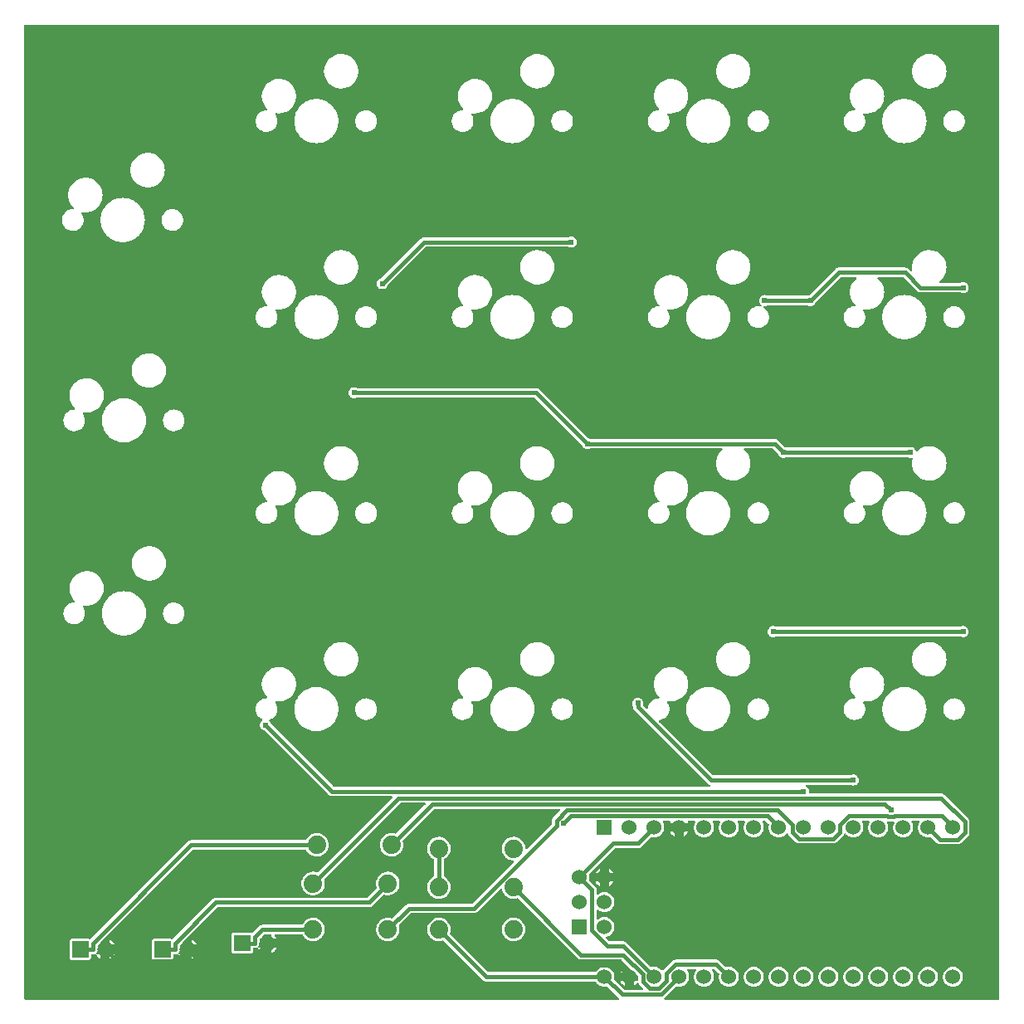
<source format=gtl>
G04 Layer: TopLayer*
G04 EasyEDA v6.4.14, 2021-01-27T18:33:08+00:00*
G04 23e06626385a4a67b6d4a1ad3893387d,b188a025bfda474f93bca2756d95531f,10*
G04 Gerber Generator version 0.2*
G04 Scale: 100 percent, Rotated: No, Reflected: No *
G04 Dimensions in millimeters *
G04 leading zeros omitted , absolute positions ,4 integer and 5 decimal *
%FSLAX45Y45*%
%MOMM*%

%ADD11C,0.4500*%
%ADD12C,0.6100*%
%ADD13C,1.8796*%
%ADD15C,1.6510*%
%ADD17C,1.5240*%

%LPD*%
G36*
X35814Y25654D02*
G01*
X31902Y26416D01*
X28651Y28600D01*
X26416Y31902D01*
X25654Y35814D01*
X25654Y9964166D01*
X26416Y9968077D01*
X28651Y9971328D01*
X31902Y9973564D01*
X35814Y9974326D01*
X9964166Y9974326D01*
X9968077Y9973564D01*
X9971379Y9971328D01*
X9973564Y9968077D01*
X9974326Y9964166D01*
X9974326Y35814D01*
X9973564Y31902D01*
X9971379Y28600D01*
X9968077Y26416D01*
X9964166Y25654D01*
X6564325Y25654D01*
X6560312Y26466D01*
X6556908Y28854D01*
X6554774Y32359D01*
X6554165Y36423D01*
X6555282Y40386D01*
X6557822Y43586D01*
X6560159Y45516D01*
X6672173Y157581D01*
X6675120Y159613D01*
X6678523Y160528D01*
X6682079Y160172D01*
X6685330Y159308D01*
X6698792Y157480D01*
X6712407Y157480D01*
X6725869Y159308D01*
X6739026Y162864D01*
X6751523Y168198D01*
X6763207Y175107D01*
X6773925Y183540D01*
X6783374Y193344D01*
X6791452Y204266D01*
X6797954Y216204D01*
X6802881Y228904D01*
X6806031Y242163D01*
X6807352Y255676D01*
X6806895Y269290D01*
X6804659Y282702D01*
X6800646Y295656D01*
X6794906Y308000D01*
X6785102Y323545D01*
X6784594Y327304D01*
X6785508Y331012D01*
X6787743Y334111D01*
X6790994Y336194D01*
X6794753Y336905D01*
X6870446Y336905D01*
X6874205Y336194D01*
X6877456Y334111D01*
X6879691Y331012D01*
X6880606Y327304D01*
X6880098Y323545D01*
X6870293Y308000D01*
X6864553Y295656D01*
X6860540Y282702D01*
X6858304Y269290D01*
X6857847Y255676D01*
X6859168Y242163D01*
X6862318Y228904D01*
X6867245Y216204D01*
X6873748Y204266D01*
X6881825Y193344D01*
X6891274Y183540D01*
X6901992Y175107D01*
X6913676Y168198D01*
X6926173Y162864D01*
X6939330Y159308D01*
X6952792Y157480D01*
X6966407Y157480D01*
X6979869Y159308D01*
X6993026Y162864D01*
X7005523Y168198D01*
X7017207Y175107D01*
X7027925Y183540D01*
X7037374Y193344D01*
X7045452Y204266D01*
X7051954Y216204D01*
X7056881Y228904D01*
X7060031Y242163D01*
X7061352Y255676D01*
X7060895Y269290D01*
X7058659Y282702D01*
X7054646Y295656D01*
X7048906Y308000D01*
X7039102Y323545D01*
X7038594Y327304D01*
X7039508Y331012D01*
X7041743Y334111D01*
X7044994Y336194D01*
X7048753Y336905D01*
X7063486Y336905D01*
X7067346Y336143D01*
X7070648Y333908D01*
X7111949Y292608D01*
X7113828Y290017D01*
X7114794Y286969D01*
X7114794Y283718D01*
X7112304Y269240D01*
X7111847Y255676D01*
X7113168Y242163D01*
X7116318Y228904D01*
X7121245Y216204D01*
X7127748Y204266D01*
X7135825Y193344D01*
X7145274Y183540D01*
X7155992Y175107D01*
X7167676Y168198D01*
X7180173Y162864D01*
X7193330Y159308D01*
X7206792Y157480D01*
X7220407Y157480D01*
X7233869Y159308D01*
X7247026Y162864D01*
X7259523Y168198D01*
X7271207Y175107D01*
X7281925Y183540D01*
X7291374Y193344D01*
X7299452Y204266D01*
X7305954Y216204D01*
X7310881Y228904D01*
X7314031Y242163D01*
X7315352Y255676D01*
X7314895Y269290D01*
X7312659Y282702D01*
X7308646Y295656D01*
X7302906Y308000D01*
X7295591Y319481D01*
X7286802Y329895D01*
X7276693Y338988D01*
X7265517Y346710D01*
X7253376Y352806D01*
X7240524Y357276D01*
X7227163Y360019D01*
X7213600Y360934D01*
X7200036Y360019D01*
X7189368Y357835D01*
X7186066Y357733D01*
X7182866Y358698D01*
X7180173Y360629D01*
X7120331Y420420D01*
X7112965Y425958D01*
X7104989Y429920D01*
X7096455Y432358D01*
X7087158Y433222D01*
X6665315Y433171D01*
X6656171Y431901D01*
X6647738Y429056D01*
X6640017Y424738D01*
X6632803Y418744D01*
X6544716Y330403D01*
X6542176Y327456D01*
X6538671Y324866D01*
X6534404Y323951D01*
X6530187Y324916D01*
X6526733Y327558D01*
X6524802Y329895D01*
X6514693Y338988D01*
X6503517Y346710D01*
X6491376Y352806D01*
X6478524Y357276D01*
X6465163Y360019D01*
X6451600Y360934D01*
X6438036Y360019D01*
X6427368Y357835D01*
X6424066Y357733D01*
X6420866Y358698D01*
X6418173Y360629D01*
X6169101Y609650D01*
X6161735Y615188D01*
X6153759Y619150D01*
X6145225Y621588D01*
X6135928Y622452D01*
X5996686Y622452D01*
X5992825Y623214D01*
X5989523Y625449D01*
X5963513Y651459D01*
X5961227Y654964D01*
X5960567Y659130D01*
X5961634Y663194D01*
X5964275Y666496D01*
X5968034Y668426D01*
X5977026Y670864D01*
X5989523Y676198D01*
X6001207Y683107D01*
X6011926Y691540D01*
X6021374Y701344D01*
X6029452Y712266D01*
X6035954Y724204D01*
X6040882Y736904D01*
X6044031Y750163D01*
X6045352Y763676D01*
X6044895Y777290D01*
X6042660Y790702D01*
X6038646Y803656D01*
X6032906Y816000D01*
X6025591Y827481D01*
X6016802Y837895D01*
X6006693Y846988D01*
X5995517Y854710D01*
X5983376Y860806D01*
X5970524Y865276D01*
X5957163Y868019D01*
X5943600Y868934D01*
X5930036Y868019D01*
X5916676Y865276D01*
X5903823Y860806D01*
X5891682Y854710D01*
X5880658Y847140D01*
X5876594Y845464D01*
X5872226Y845718D01*
X5868365Y847750D01*
X5865723Y851204D01*
X5864758Y855471D01*
X5864758Y932891D01*
X5865774Y937310D01*
X5868568Y940816D01*
X5872632Y942797D01*
X5877153Y942848D01*
X5881217Y940866D01*
X5885992Y937107D01*
X5897676Y930198D01*
X5910173Y924864D01*
X5923330Y921308D01*
X5936792Y919480D01*
X5950407Y919480D01*
X5963869Y921308D01*
X5977026Y924864D01*
X5989523Y930198D01*
X6001207Y937107D01*
X6011926Y945540D01*
X6021374Y955344D01*
X6029452Y966266D01*
X6035954Y978204D01*
X6040882Y990904D01*
X6044031Y1004163D01*
X6045352Y1017676D01*
X6044895Y1031290D01*
X6042660Y1044702D01*
X6038646Y1057656D01*
X6032906Y1070000D01*
X6025591Y1081481D01*
X6016802Y1091895D01*
X6006693Y1100988D01*
X5995517Y1108710D01*
X5983376Y1114806D01*
X5970524Y1119276D01*
X5957163Y1122019D01*
X5943600Y1122934D01*
X5930036Y1122019D01*
X5916676Y1119276D01*
X5903823Y1114806D01*
X5891682Y1108710D01*
X5880658Y1101140D01*
X5876594Y1099464D01*
X5872226Y1099718D01*
X5868365Y1101750D01*
X5865723Y1105204D01*
X5864758Y1109472D01*
X5864707Y1149959D01*
X5863437Y1159103D01*
X5860592Y1167536D01*
X5856274Y1175258D01*
X5850331Y1182471D01*
X5791047Y1241704D01*
X5789066Y1244498D01*
X5788152Y1247800D01*
X5788355Y1251254D01*
X5790031Y1258163D01*
X5791352Y1271676D01*
X5790895Y1285240D01*
X5788406Y1299718D01*
X5788406Y1302969D01*
X5789371Y1306017D01*
X5791250Y1308608D01*
X6051499Y1568856D01*
X6054801Y1571091D01*
X6058662Y1571853D01*
X6290411Y1571904D01*
X6299555Y1573174D01*
X6307988Y1576019D01*
X6315710Y1580337D01*
X6322923Y1586280D01*
X6418173Y1681581D01*
X6421120Y1683613D01*
X6424523Y1684528D01*
X6428079Y1684172D01*
X6431330Y1683308D01*
X6444792Y1681480D01*
X6458407Y1681480D01*
X6471869Y1683308D01*
X6485026Y1686864D01*
X6497523Y1692198D01*
X6509207Y1699107D01*
X6519926Y1707540D01*
X6529374Y1717344D01*
X6537452Y1728266D01*
X6543954Y1740204D01*
X6548881Y1752904D01*
X6552031Y1766163D01*
X6553352Y1779676D01*
X6552895Y1793290D01*
X6550659Y1806702D01*
X6546646Y1819656D01*
X6540906Y1832000D01*
X6539585Y1834083D01*
X6538061Y1838147D01*
X6538366Y1842465D01*
X6540449Y1846224D01*
X6543903Y1848815D01*
X6548120Y1849729D01*
X6609080Y1849729D01*
X6613296Y1848815D01*
X6616750Y1846224D01*
X6618833Y1842465D01*
X6619138Y1838147D01*
X6617614Y1834083D01*
X6616293Y1832000D01*
X6614210Y1827530D01*
X6661150Y1827530D01*
X6661150Y1839569D01*
X6661912Y1843481D01*
X6664147Y1846732D01*
X6667398Y1848967D01*
X6671309Y1849729D01*
X6739890Y1849729D01*
X6743801Y1848967D01*
X6747052Y1846732D01*
X6749288Y1843481D01*
X6750050Y1839569D01*
X6750050Y1827530D01*
X6796989Y1827530D01*
X6794906Y1832000D01*
X6793585Y1834083D01*
X6792061Y1838147D01*
X6792366Y1842465D01*
X6794449Y1846224D01*
X6797903Y1848815D01*
X6802120Y1849729D01*
X6863080Y1849729D01*
X6867296Y1848815D01*
X6870750Y1846224D01*
X6872833Y1842465D01*
X6873138Y1838147D01*
X6871614Y1834083D01*
X6870293Y1832000D01*
X6864553Y1819656D01*
X6860540Y1806702D01*
X6858304Y1793290D01*
X6857847Y1779676D01*
X6859168Y1766163D01*
X6862318Y1752904D01*
X6867245Y1740204D01*
X6873748Y1728266D01*
X6881825Y1717344D01*
X6891274Y1707540D01*
X6901992Y1699107D01*
X6913676Y1692198D01*
X6926173Y1686864D01*
X6939330Y1683308D01*
X6952792Y1681480D01*
X6966407Y1681480D01*
X6979869Y1683308D01*
X6993026Y1686864D01*
X7005523Y1692198D01*
X7017207Y1699107D01*
X7027925Y1707540D01*
X7037374Y1717344D01*
X7045452Y1728266D01*
X7051954Y1740204D01*
X7056881Y1752904D01*
X7060031Y1766163D01*
X7061352Y1779676D01*
X7060895Y1793290D01*
X7058659Y1806702D01*
X7054646Y1819656D01*
X7048906Y1832000D01*
X7047585Y1834083D01*
X7046061Y1838147D01*
X7046366Y1842465D01*
X7048449Y1846224D01*
X7051903Y1848815D01*
X7056120Y1849729D01*
X7117080Y1849729D01*
X7121296Y1848815D01*
X7124750Y1846224D01*
X7126833Y1842465D01*
X7127138Y1838147D01*
X7125614Y1834083D01*
X7124293Y1832000D01*
X7118553Y1819656D01*
X7114540Y1806702D01*
X7112304Y1793290D01*
X7111847Y1779676D01*
X7113168Y1766163D01*
X7116318Y1752904D01*
X7121245Y1740204D01*
X7127748Y1728266D01*
X7135825Y1717344D01*
X7145274Y1707540D01*
X7155992Y1699107D01*
X7167676Y1692198D01*
X7180173Y1686864D01*
X7193330Y1683308D01*
X7206792Y1681480D01*
X7220407Y1681480D01*
X7233869Y1683308D01*
X7247026Y1686864D01*
X7259523Y1692198D01*
X7271207Y1699107D01*
X7281925Y1707540D01*
X7291374Y1717344D01*
X7299452Y1728266D01*
X7305954Y1740204D01*
X7310881Y1752904D01*
X7314031Y1766163D01*
X7315352Y1779676D01*
X7314895Y1793290D01*
X7312659Y1806702D01*
X7308646Y1819656D01*
X7302906Y1832000D01*
X7301585Y1834083D01*
X7300061Y1838147D01*
X7300366Y1842465D01*
X7302449Y1846224D01*
X7305903Y1848815D01*
X7310120Y1849729D01*
X7371080Y1849729D01*
X7375296Y1848815D01*
X7378750Y1846224D01*
X7380833Y1842465D01*
X7381138Y1838147D01*
X7379614Y1834083D01*
X7378293Y1832000D01*
X7372553Y1819656D01*
X7368540Y1806702D01*
X7366304Y1793290D01*
X7365847Y1779676D01*
X7367168Y1766163D01*
X7370318Y1752904D01*
X7375245Y1740204D01*
X7381748Y1728266D01*
X7389825Y1717344D01*
X7399274Y1707540D01*
X7409992Y1699107D01*
X7421676Y1692198D01*
X7434173Y1686864D01*
X7447330Y1683308D01*
X7460792Y1681480D01*
X7474407Y1681480D01*
X7487869Y1683308D01*
X7501026Y1686864D01*
X7513523Y1692198D01*
X7525207Y1699107D01*
X7535925Y1707540D01*
X7545374Y1717344D01*
X7553452Y1728266D01*
X7559954Y1740204D01*
X7564881Y1752904D01*
X7568031Y1766163D01*
X7569352Y1779676D01*
X7568895Y1793290D01*
X7566659Y1806702D01*
X7562646Y1819656D01*
X7556906Y1832000D01*
X7555585Y1834083D01*
X7554061Y1838147D01*
X7554366Y1842465D01*
X7556449Y1846224D01*
X7559903Y1848815D01*
X7564120Y1849729D01*
X7582662Y1849729D01*
X7586522Y1848967D01*
X7589824Y1846732D01*
X7619949Y1816607D01*
X7621828Y1814017D01*
X7622794Y1810969D01*
X7622794Y1807718D01*
X7620304Y1793239D01*
X7619847Y1779676D01*
X7621168Y1766163D01*
X7624318Y1752904D01*
X7629245Y1740204D01*
X7635748Y1728266D01*
X7643825Y1717344D01*
X7653274Y1707540D01*
X7663992Y1699107D01*
X7675676Y1692198D01*
X7688173Y1686864D01*
X7701330Y1683308D01*
X7714792Y1681480D01*
X7728407Y1681480D01*
X7741869Y1683308D01*
X7755026Y1686864D01*
X7767523Y1692198D01*
X7779207Y1699107D01*
X7789925Y1707540D01*
X7799527Y1717598D01*
X7802524Y1720291D01*
X7806334Y1721612D01*
X7810398Y1721357D01*
X7814005Y1719529D01*
X7816596Y1716481D01*
X7821066Y1708454D01*
X7827009Y1701241D01*
X7895488Y1632610D01*
X7902549Y1627225D01*
X7910474Y1623212D01*
X7919008Y1620723D01*
X7926019Y1619910D01*
X8279231Y1619910D01*
X8288375Y1621180D01*
X8296808Y1624025D01*
X8304530Y1628343D01*
X8311743Y1634286D01*
X8380018Y1702612D01*
X8385556Y1709978D01*
X8388502Y1715922D01*
X8391042Y1719173D01*
X8394700Y1721104D01*
X8398814Y1721459D01*
X8402726Y1720138D01*
X8405825Y1717344D01*
X8415274Y1707540D01*
X8425992Y1699107D01*
X8437676Y1692198D01*
X8450173Y1686864D01*
X8463330Y1683308D01*
X8476792Y1681480D01*
X8490407Y1681480D01*
X8503869Y1683308D01*
X8517026Y1686864D01*
X8529523Y1692198D01*
X8541207Y1699107D01*
X8551926Y1707540D01*
X8561374Y1717344D01*
X8569452Y1728266D01*
X8575954Y1740204D01*
X8580882Y1752904D01*
X8584031Y1766163D01*
X8585352Y1779676D01*
X8584895Y1793290D01*
X8582660Y1806702D01*
X8578646Y1819656D01*
X8572906Y1832000D01*
X8571230Y1834591D01*
X8569756Y1838655D01*
X8570061Y1842973D01*
X8572144Y1846732D01*
X8575598Y1849323D01*
X8579815Y1850237D01*
X8641384Y1850237D01*
X8645601Y1849323D01*
X8649055Y1846732D01*
X8651138Y1842973D01*
X8651443Y1838655D01*
X8649970Y1834591D01*
X8648293Y1832000D01*
X8642553Y1819656D01*
X8638540Y1806702D01*
X8636304Y1793290D01*
X8635847Y1779676D01*
X8637168Y1766163D01*
X8640318Y1752904D01*
X8645245Y1740204D01*
X8651748Y1728266D01*
X8659825Y1717344D01*
X8669274Y1707540D01*
X8679992Y1699107D01*
X8691676Y1692198D01*
X8704173Y1686864D01*
X8717330Y1683308D01*
X8730792Y1681480D01*
X8744407Y1681480D01*
X8757869Y1683308D01*
X8771026Y1686864D01*
X8783523Y1692198D01*
X8795207Y1699107D01*
X8805926Y1707540D01*
X8815374Y1717344D01*
X8823452Y1728266D01*
X8829954Y1740204D01*
X8834882Y1752904D01*
X8838031Y1766163D01*
X8839352Y1779676D01*
X8838895Y1793290D01*
X8836660Y1806702D01*
X8832646Y1819656D01*
X8828786Y1827936D01*
X8827871Y1831848D01*
X8828532Y1835861D01*
X8830716Y1839264D01*
X8834069Y1841550D01*
X8838031Y1842363D01*
X8891168Y1842363D01*
X8895130Y1841550D01*
X8898483Y1839264D01*
X8900668Y1835861D01*
X8901328Y1831848D01*
X8900414Y1827936D01*
X8896553Y1819656D01*
X8892540Y1806702D01*
X8890304Y1793290D01*
X8889847Y1779676D01*
X8891168Y1766163D01*
X8894318Y1752904D01*
X8899245Y1740204D01*
X8905748Y1728266D01*
X8913825Y1717344D01*
X8923274Y1707540D01*
X8933992Y1699107D01*
X8945676Y1692198D01*
X8958173Y1686864D01*
X8971330Y1683308D01*
X8984792Y1681480D01*
X8998407Y1681480D01*
X9011869Y1683308D01*
X9025026Y1686864D01*
X9037523Y1692198D01*
X9049207Y1699107D01*
X9059926Y1707540D01*
X9069374Y1717344D01*
X9077452Y1728266D01*
X9083954Y1740204D01*
X9088882Y1752904D01*
X9092031Y1766163D01*
X9093352Y1779676D01*
X9092895Y1793290D01*
X9090660Y1806702D01*
X9086646Y1819656D01*
X9080906Y1832000D01*
X9078925Y1835099D01*
X9077401Y1839163D01*
X9077756Y1843481D01*
X9079788Y1847240D01*
X9083243Y1849831D01*
X9087459Y1850745D01*
X9149740Y1850745D01*
X9153956Y1849831D01*
X9157411Y1847240D01*
X9159443Y1843481D01*
X9159798Y1839163D01*
X9158274Y1835099D01*
X9156293Y1832000D01*
X9150553Y1819656D01*
X9146540Y1806702D01*
X9144304Y1793290D01*
X9143847Y1779676D01*
X9145168Y1766163D01*
X9148318Y1752904D01*
X9153245Y1740204D01*
X9159748Y1728266D01*
X9167825Y1717344D01*
X9177274Y1707540D01*
X9187992Y1699107D01*
X9199676Y1692198D01*
X9212173Y1686864D01*
X9225330Y1683308D01*
X9238792Y1681480D01*
X9252407Y1681480D01*
X9265869Y1683308D01*
X9269120Y1684172D01*
X9272676Y1684528D01*
X9276080Y1683613D01*
X9279026Y1681581D01*
X9336074Y1624533D01*
X9343440Y1618996D01*
X9351416Y1615033D01*
X9359950Y1612595D01*
X9369247Y1611731D01*
X9551517Y1611782D01*
X9560661Y1613052D01*
X9569094Y1615897D01*
X9576816Y1620215D01*
X9584029Y1626158D01*
X9656622Y1698802D01*
X9662160Y1706168D01*
X9666122Y1714144D01*
X9668560Y1722678D01*
X9669424Y1731975D01*
X9669373Y1841093D01*
X9668103Y1850237D01*
X9665258Y1858670D01*
X9660940Y1866442D01*
X9654946Y1873605D01*
X9411157Y2117140D01*
X9403791Y2122678D01*
X9395815Y2126640D01*
X9387281Y2129078D01*
X9377984Y2129942D01*
X8040928Y2129942D01*
X8036864Y2130806D01*
X8033461Y2133244D01*
X8031327Y2136851D01*
X8030819Y2140966D01*
X8031734Y2151126D01*
X8030870Y2160879D01*
X8028330Y2170328D01*
X8024215Y2179167D01*
X8018576Y2187194D01*
X8011668Y2194102D01*
X8003540Y2199792D01*
X8000644Y2202942D01*
X7999272Y2206955D01*
X7999679Y2211171D01*
X8001762Y2214880D01*
X8005216Y2217420D01*
X8009381Y2218283D01*
X8452358Y2218283D01*
X8456625Y2217318D01*
X8464397Y2213711D01*
X8473846Y2211171D01*
X8483600Y2210308D01*
X8493353Y2211171D01*
X8502802Y2213711D01*
X8511641Y2217826D01*
X8519668Y2223465D01*
X8526576Y2230374D01*
X8532215Y2238400D01*
X8536330Y2247239D01*
X8538870Y2256688D01*
X8539734Y2266442D01*
X8538870Y2276195D01*
X8536330Y2285644D01*
X8532215Y2294483D01*
X8526576Y2302510D01*
X8519668Y2309418D01*
X8511641Y2315057D01*
X8502802Y2319172D01*
X8493353Y2321712D01*
X8483600Y2322576D01*
X8473846Y2321712D01*
X8464397Y2319172D01*
X8456625Y2315565D01*
X8452358Y2314600D01*
X7052818Y2314600D01*
X7048957Y2315362D01*
X7045655Y2317546D01*
X6500672Y2862376D01*
X6498539Y2865526D01*
X6497675Y2869234D01*
X6498285Y2872994D01*
X6500215Y2876296D01*
X6503212Y2878632D01*
X6506870Y2879699D01*
X6513982Y2880360D01*
X6527800Y2883509D01*
X6541109Y2888437D01*
X6553657Y2894990D01*
X6565290Y2903067D01*
X6575755Y2912618D01*
X6584950Y2923387D01*
X6592722Y2935274D01*
X6598869Y2948076D01*
X6603339Y2961538D01*
X6606031Y2975457D01*
X6606946Y2989580D01*
X6606031Y3003702D01*
X6603339Y3017621D01*
X6598869Y3031083D01*
X6592722Y3043885D01*
X6585661Y3054705D01*
X6584188Y3058261D01*
X6584188Y3062071D01*
X6585559Y3065627D01*
X6588201Y3068421D01*
X6591655Y3070098D01*
X6595465Y3070301D01*
X6609740Y3068472D01*
X6627825Y3068015D01*
X6645859Y3069386D01*
X6663639Y3072638D01*
X6681012Y3077667D01*
X6697776Y3084525D01*
X6713728Y3093008D01*
X6728714Y3103118D01*
X6742633Y3114700D01*
X6755231Y3127654D01*
X6766458Y3141827D01*
X6776161Y3157067D01*
X6784238Y3173222D01*
X6790639Y3190189D01*
X6795211Y3207664D01*
X6798005Y3225495D01*
X6798919Y3243580D01*
X6798005Y3261614D01*
X6795211Y3279495D01*
X6790639Y3296970D01*
X6784238Y3313937D01*
X6776161Y3330092D01*
X6766458Y3345332D01*
X6755231Y3359505D01*
X6742633Y3372459D01*
X6728714Y3384042D01*
X6713728Y3394151D01*
X6697776Y3402634D01*
X6681012Y3409492D01*
X6663639Y3414522D01*
X6645859Y3417773D01*
X6627825Y3419144D01*
X6609740Y3418687D01*
X6591808Y3416350D01*
X6574231Y3412236D01*
X6557111Y3406292D01*
X6540754Y3398621D01*
X6525259Y3389325D01*
X6510781Y3378454D01*
X6497523Y3366160D01*
X6485585Y3352596D01*
X6475120Y3337864D01*
X6466179Y3322116D01*
X6458966Y3305556D01*
X6453479Y3288334D01*
X6449771Y3270605D01*
X6447891Y3252622D01*
X6447891Y3234537D01*
X6449771Y3216554D01*
X6453479Y3198825D01*
X6458966Y3181604D01*
X6466179Y3165043D01*
X6475120Y3149295D01*
X6485585Y3134563D01*
X6497523Y3120999D01*
X6501180Y3117596D01*
X6503517Y3114395D01*
X6504431Y3110534D01*
X6503822Y3106572D01*
X6501688Y3103219D01*
X6498488Y3100882D01*
X6494627Y3099968D01*
X6485686Y3099714D01*
X6471666Y3097428D01*
X6458102Y3093415D01*
X6445148Y3087674D01*
X6433007Y3080308D01*
X6421932Y3071469D01*
X6412077Y3061309D01*
X6403594Y3049930D01*
X6396634Y3037586D01*
X6391300Y3024428D01*
X6387693Y3010712D01*
X6386322Y2999841D01*
X6384747Y2995625D01*
X6381546Y2992475D01*
X6377279Y2991053D01*
X6372860Y2991561D01*
X6369050Y2993948D01*
X6339941Y3023057D01*
X6337909Y3025952D01*
X6336995Y3029356D01*
X6337300Y3032861D01*
X6339484Y3041040D01*
X6340348Y3050794D01*
X6339484Y3060547D01*
X6336944Y3069996D01*
X6332829Y3078835D01*
X6327190Y3086862D01*
X6320282Y3093770D01*
X6312255Y3099409D01*
X6303416Y3103524D01*
X6293967Y3106064D01*
X6284214Y3106928D01*
X6274460Y3106064D01*
X6265011Y3103524D01*
X6256172Y3099409D01*
X6248146Y3093770D01*
X6241237Y3086862D01*
X6235598Y3078835D01*
X6231483Y3069996D01*
X6228943Y3060547D01*
X6228080Y3050794D01*
X6228943Y3041040D01*
X6231483Y3031591D01*
X6235090Y3023819D01*
X6236055Y3019602D01*
X6236106Y3008680D01*
X6237376Y2999638D01*
X6240221Y2991205D01*
X6244539Y2983484D01*
X6250482Y2976270D01*
X6995972Y2231085D01*
X7003338Y2225548D01*
X7011314Y2221585D01*
X7019645Y2219198D01*
X7023303Y2217318D01*
X7025894Y2214067D01*
X7026960Y2210104D01*
X7026402Y2206040D01*
X7024268Y2202484D01*
X7020864Y2200097D01*
X7016851Y2199284D01*
X3187700Y2199284D01*
X3183839Y2200046D01*
X3180537Y2202281D01*
X2542438Y2840329D01*
X2540863Y2842463D01*
X2539136Y2847492D01*
X2535021Y2856331D01*
X2529382Y2864358D01*
X2526182Y2867558D01*
X2523947Y2870962D01*
X2523185Y2874924D01*
X2524099Y2878886D01*
X2526436Y2882188D01*
X2529840Y2884271D01*
X2541066Y2888437D01*
X2553614Y2894990D01*
X2565247Y2903067D01*
X2575763Y2912618D01*
X2584958Y2923387D01*
X2592679Y2935274D01*
X2598826Y2948076D01*
X2603296Y2961538D01*
X2605989Y2975457D01*
X2606903Y2989580D01*
X2605989Y3003702D01*
X2603296Y3017621D01*
X2598826Y3031083D01*
X2592679Y3043885D01*
X2585618Y3054705D01*
X2584196Y3058261D01*
X2584145Y3062071D01*
X2585567Y3065627D01*
X2588158Y3068421D01*
X2591612Y3070098D01*
X2595473Y3070301D01*
X2609748Y3068472D01*
X2627833Y3068015D01*
X2645816Y3069386D01*
X2663647Y3072638D01*
X2680970Y3077667D01*
X2697734Y3084525D01*
X2713685Y3093008D01*
X2728722Y3103118D01*
X2742590Y3114700D01*
X2755239Y3127654D01*
X2766415Y3141827D01*
X2776118Y3157067D01*
X2784246Y3173222D01*
X2790596Y3190189D01*
X2795219Y3207664D01*
X2798013Y3225495D01*
X2798927Y3243580D01*
X2798013Y3261614D01*
X2795219Y3279495D01*
X2790596Y3296970D01*
X2784246Y3313937D01*
X2776118Y3330092D01*
X2766415Y3345332D01*
X2755239Y3359505D01*
X2742590Y3372459D01*
X2728722Y3384042D01*
X2713685Y3394151D01*
X2697734Y3402634D01*
X2680970Y3409492D01*
X2663647Y3414522D01*
X2645816Y3417773D01*
X2627833Y3419144D01*
X2609748Y3418687D01*
X2591816Y3416350D01*
X2574188Y3412236D01*
X2557119Y3406292D01*
X2540762Y3398621D01*
X2525217Y3389325D01*
X2510790Y3378454D01*
X2497480Y3366160D01*
X2485542Y3352596D01*
X2475077Y3337864D01*
X2466187Y3322116D01*
X2458923Y3305556D01*
X2453436Y3288334D01*
X2449728Y3270605D01*
X2447899Y3252622D01*
X2447899Y3234537D01*
X2449728Y3216554D01*
X2453436Y3198825D01*
X2458923Y3181604D01*
X2466187Y3165043D01*
X2475077Y3149295D01*
X2485542Y3134563D01*
X2497480Y3120999D01*
X2501188Y3117596D01*
X2503474Y3114395D01*
X2504440Y3110534D01*
X2503779Y3106572D01*
X2501696Y3103219D01*
X2498445Y3100882D01*
X2494584Y3099968D01*
X2485644Y3099714D01*
X2471674Y3097428D01*
X2458059Y3093415D01*
X2445105Y3087674D01*
X2433015Y3080308D01*
X2421890Y3071469D01*
X2412034Y3061309D01*
X2403551Y3049930D01*
X2396591Y3037586D01*
X2391308Y3024428D01*
X2387701Y3010712D01*
X2385872Y2996692D01*
X2385872Y2982468D01*
X2387701Y2968447D01*
X2391308Y2954731D01*
X2396591Y2941574D01*
X2403551Y2929229D01*
X2412034Y2917850D01*
X2421890Y2907690D01*
X2433015Y2898851D01*
X2445105Y2891485D01*
X2449525Y2889554D01*
X2452979Y2887014D01*
X2455113Y2883306D01*
X2455519Y2879090D01*
X2454148Y2875026D01*
X2443429Y2864358D01*
X2437790Y2856331D01*
X2433675Y2847492D01*
X2431135Y2838043D01*
X2430272Y2828290D01*
X2431135Y2818536D01*
X2433675Y2809087D01*
X2437790Y2800248D01*
X2443429Y2792222D01*
X2450338Y2785313D01*
X2458364Y2779674D01*
X2467203Y2775559D01*
X2472232Y2773832D01*
X2474366Y2772257D01*
X3130854Y2115769D01*
X3138220Y2110232D01*
X3146196Y2106269D01*
X3154730Y2103831D01*
X3164027Y2102967D01*
X3770579Y2102967D01*
X3774440Y2102205D01*
X3777742Y2099970D01*
X3779926Y2096719D01*
X3780739Y2092807D01*
X3779926Y2088946D01*
X3777742Y2085644D01*
X3019653Y1327505D01*
X3016707Y1325473D01*
X3013252Y1324559D01*
X3009696Y1324914D01*
X2997403Y1328420D01*
X2982823Y1330706D01*
X2968091Y1331163D01*
X2953461Y1329791D01*
X2939084Y1326642D01*
X2925165Y1321714D01*
X2912008Y1315161D01*
X2899714Y1307033D01*
X2888538Y1297432D01*
X2878632Y1286560D01*
X2870098Y1274572D01*
X2863138Y1261567D01*
X2857804Y1247851D01*
X2854198Y1233576D01*
X2852420Y1218946D01*
X2852420Y1204214D01*
X2854198Y1189583D01*
X2857804Y1175308D01*
X2863138Y1161592D01*
X2870098Y1148588D01*
X2878632Y1136599D01*
X2888538Y1125728D01*
X2899714Y1116126D01*
X2912008Y1107998D01*
X2925165Y1101445D01*
X2939084Y1096518D01*
X2953461Y1093368D01*
X2968091Y1091996D01*
X2982823Y1092454D01*
X2997403Y1094740D01*
X3011576Y1098753D01*
X3025140Y1104493D01*
X3037890Y1111859D01*
X3049625Y1120749D01*
X3060192Y1131011D01*
X3069437Y1142492D01*
X3077159Y1154988D01*
X3083356Y1168349D01*
X3087827Y1182420D01*
X3090519Y1196898D01*
X3091434Y1211580D01*
X3090519Y1226261D01*
X3087827Y1240739D01*
X3085134Y1249070D01*
X3084677Y1252728D01*
X3085541Y1256284D01*
X3087674Y1259332D01*
X3858971Y2030628D01*
X3862273Y2032863D01*
X3866134Y2033625D01*
X4107637Y2033625D01*
X4111498Y2032863D01*
X4114800Y2030628D01*
X4116984Y2027377D01*
X4117797Y2023465D01*
X4116984Y2019604D01*
X4114800Y2016302D01*
X3819651Y1721154D01*
X3816553Y1719021D01*
X3812844Y1718157D01*
X3809085Y1718767D01*
X3804615Y1720342D01*
X3790238Y1723491D01*
X3775608Y1724863D01*
X3760876Y1724406D01*
X3746296Y1722120D01*
X3732123Y1718106D01*
X3718560Y1712366D01*
X3705809Y1705000D01*
X3694074Y1696110D01*
X3683508Y1685848D01*
X3674262Y1674368D01*
X3666540Y1661871D01*
X3660343Y1648510D01*
X3655872Y1634439D01*
X3653180Y1619961D01*
X3652265Y1605280D01*
X3653180Y1590598D01*
X3655872Y1576120D01*
X3660343Y1562049D01*
X3666540Y1548688D01*
X3674262Y1536192D01*
X3683508Y1524711D01*
X3694074Y1514449D01*
X3705809Y1505559D01*
X3718560Y1498193D01*
X3732123Y1492453D01*
X3746296Y1488440D01*
X3760876Y1486154D01*
X3775608Y1485696D01*
X3790238Y1487068D01*
X3804615Y1490218D01*
X3818534Y1495145D01*
X3831691Y1501698D01*
X3843985Y1509826D01*
X3855161Y1519428D01*
X3865067Y1530299D01*
X3873601Y1542288D01*
X3880561Y1555292D01*
X3885895Y1569008D01*
X3889501Y1583283D01*
X3891279Y1597914D01*
X3891279Y1612646D01*
X3889501Y1627276D01*
X3885895Y1641551D01*
X3884929Y1646123D01*
X3885692Y1649933D01*
X3887876Y1653133D01*
X4204157Y1969414D01*
X4207459Y1971649D01*
X4211320Y1972411D01*
X5482793Y1972411D01*
X5486654Y1971649D01*
X5489956Y1969414D01*
X5492140Y1966163D01*
X5492953Y1962251D01*
X5492140Y1958390D01*
X5489956Y1955088D01*
X5418785Y1883867D01*
X5413248Y1876501D01*
X5409285Y1868525D01*
X5406847Y1859991D01*
X5405983Y1850694D01*
X5405983Y1822957D01*
X5405221Y1819097D01*
X5402986Y1815795D01*
X5153101Y1565910D01*
X5149900Y1563725D01*
X5146141Y1562912D01*
X5142331Y1563573D01*
X5139029Y1565605D01*
X5136743Y1568704D01*
X5135778Y1572463D01*
X5135219Y1581861D01*
X5132527Y1596339D01*
X5128056Y1610410D01*
X5121859Y1623771D01*
X5114137Y1636268D01*
X5104892Y1647748D01*
X5094325Y1658010D01*
X5082590Y1666900D01*
X5069840Y1674266D01*
X5056276Y1680006D01*
X5042103Y1684020D01*
X5027523Y1686306D01*
X5012791Y1686763D01*
X4998161Y1685391D01*
X4983784Y1682242D01*
X4969865Y1677314D01*
X4956708Y1670761D01*
X4944414Y1662633D01*
X4933238Y1653032D01*
X4923332Y1642160D01*
X4914798Y1630172D01*
X4907838Y1617167D01*
X4902504Y1603451D01*
X4898898Y1589176D01*
X4897120Y1574546D01*
X4897120Y1559814D01*
X4898898Y1545183D01*
X4902504Y1530908D01*
X4907838Y1517192D01*
X4914798Y1504188D01*
X4923332Y1492199D01*
X4933238Y1481328D01*
X4944414Y1471726D01*
X4956708Y1463598D01*
X4969865Y1457045D01*
X4983784Y1452118D01*
X4998161Y1448968D01*
X5011420Y1447749D01*
X5015077Y1446682D01*
X5018074Y1444345D01*
X5020056Y1441094D01*
X5020614Y1437335D01*
X5019802Y1433626D01*
X5017668Y1430426D01*
X4595926Y1008735D01*
X4592624Y1006500D01*
X4588764Y1005738D01*
X3947820Y1005687D01*
X3938676Y1004417D01*
X3930243Y1001572D01*
X3922522Y997254D01*
X3915308Y991311D01*
X3781551Y857554D01*
X3778453Y855421D01*
X3774744Y854557D01*
X3770985Y855167D01*
X3766515Y856742D01*
X3752138Y859891D01*
X3737508Y861263D01*
X3722776Y860806D01*
X3708196Y858519D01*
X3694023Y854506D01*
X3680460Y848766D01*
X3667709Y841400D01*
X3655974Y832510D01*
X3645408Y822248D01*
X3636162Y810768D01*
X3628440Y798271D01*
X3622243Y784910D01*
X3617772Y770839D01*
X3615080Y756361D01*
X3614165Y741680D01*
X3615080Y726998D01*
X3617772Y712520D01*
X3622243Y698449D01*
X3628440Y685088D01*
X3636162Y672592D01*
X3645408Y661111D01*
X3655974Y650849D01*
X3667709Y641959D01*
X3680460Y634593D01*
X3694023Y628853D01*
X3708196Y624840D01*
X3722776Y622554D01*
X3737508Y622096D01*
X3752138Y623468D01*
X3766515Y626618D01*
X3780434Y631545D01*
X3793591Y638098D01*
X3805885Y646226D01*
X3817061Y655828D01*
X3826967Y666699D01*
X3835501Y678688D01*
X3842461Y691692D01*
X3847795Y705408D01*
X3851401Y719683D01*
X3853179Y734314D01*
X3853179Y749046D01*
X3851401Y763676D01*
X3847795Y777951D01*
X3846829Y782523D01*
X3847592Y786333D01*
X3849776Y789533D01*
X3966667Y906424D01*
X3969969Y908659D01*
X3973829Y909421D01*
X4614773Y909472D01*
X4623917Y910742D01*
X4632350Y913587D01*
X4640072Y917905D01*
X4647285Y923848D01*
X4881575Y1158138D01*
X4885385Y1160526D01*
X4889855Y1161084D01*
X4894122Y1159611D01*
X4897323Y1156462D01*
X4898898Y1151483D01*
X4902504Y1137208D01*
X4907838Y1123492D01*
X4914798Y1110488D01*
X4923332Y1098499D01*
X4933238Y1087628D01*
X4944414Y1078026D01*
X4956708Y1069898D01*
X4969865Y1063345D01*
X4983784Y1058418D01*
X4998161Y1055268D01*
X5012791Y1053896D01*
X5027523Y1054354D01*
X5042103Y1056640D01*
X5054396Y1060145D01*
X5057952Y1060500D01*
X5061407Y1059586D01*
X5064353Y1057554D01*
X5674918Y446989D01*
X5682284Y441451D01*
X5690260Y437489D01*
X5698794Y435051D01*
X5708091Y434187D01*
X6112764Y434187D01*
X6116624Y433425D01*
X6119926Y431190D01*
X6239052Y312064D01*
X6241288Y308762D01*
X6242050Y303530D01*
X6247282Y302768D01*
X6250584Y300532D01*
X6285382Y265734D01*
X6287617Y262432D01*
X6288379Y258571D01*
X6288379Y224790D01*
X6287617Y220878D01*
X6285382Y217627D01*
X6282131Y215392D01*
X6278219Y214629D01*
X6242050Y214629D01*
X6242050Y167589D01*
X6243523Y168198D01*
X6255207Y175107D01*
X6265926Y183540D01*
X6275374Y193395D01*
X6278372Y196088D01*
X6282182Y197408D01*
X6286195Y197154D01*
X6289802Y195376D01*
X6292443Y192278D01*
X6296863Y184404D01*
X6302806Y177190D01*
X6335268Y144729D01*
X6337452Y141427D01*
X6338265Y137566D01*
X6337452Y133654D01*
X6335268Y130403D01*
X6331966Y128168D01*
X6328105Y127406D01*
X6147562Y127406D01*
X6143701Y128168D01*
X6140399Y130403D01*
X6045047Y225704D01*
X6043066Y228498D01*
X6042152Y231800D01*
X6042355Y235254D01*
X6044031Y242163D01*
X6045352Y255676D01*
X6044895Y269290D01*
X6042660Y282702D01*
X6038646Y295656D01*
X6032906Y308000D01*
X6025591Y319481D01*
X6016802Y329895D01*
X6006693Y338988D01*
X5995517Y346710D01*
X5983376Y352806D01*
X5970524Y357276D01*
X5957163Y360019D01*
X5943600Y360934D01*
X5930036Y360019D01*
X5916676Y357276D01*
X5903823Y352806D01*
X5891682Y346710D01*
X5880506Y338988D01*
X5870397Y329895D01*
X5861608Y319481D01*
X5856782Y311912D01*
X5854547Y309422D01*
X5851550Y307797D01*
X5848248Y307238D01*
X4761230Y307238D01*
X4757369Y308000D01*
X4754067Y310235D01*
X4370374Y693928D01*
X4368241Y696976D01*
X4367377Y700532D01*
X4367834Y704189D01*
X4370527Y712520D01*
X4373219Y726998D01*
X4374134Y741680D01*
X4373219Y756361D01*
X4370527Y770839D01*
X4366056Y784910D01*
X4359859Y798271D01*
X4352137Y810768D01*
X4342892Y822248D01*
X4332325Y832510D01*
X4320590Y841400D01*
X4307840Y848766D01*
X4294276Y854506D01*
X4280103Y858519D01*
X4265523Y860806D01*
X4250791Y861263D01*
X4236161Y859891D01*
X4221784Y856742D01*
X4207865Y851814D01*
X4194708Y845261D01*
X4182414Y837133D01*
X4171238Y827532D01*
X4161332Y816660D01*
X4152798Y804672D01*
X4145838Y791667D01*
X4140504Y777951D01*
X4136898Y763676D01*
X4135120Y749046D01*
X4135120Y734314D01*
X4136898Y719683D01*
X4140504Y705408D01*
X4145838Y691692D01*
X4152798Y678688D01*
X4161332Y666699D01*
X4171238Y655828D01*
X4182414Y646226D01*
X4194708Y638098D01*
X4207865Y631545D01*
X4221784Y626618D01*
X4236161Y623468D01*
X4250791Y622096D01*
X4265523Y622554D01*
X4280103Y624840D01*
X4292396Y628345D01*
X4295952Y628700D01*
X4299407Y627786D01*
X4302353Y625754D01*
X4704384Y223723D01*
X4711750Y218186D01*
X4719726Y214223D01*
X4728260Y211785D01*
X4737557Y210921D01*
X5848096Y210921D01*
X5851652Y210261D01*
X5854750Y208432D01*
X5865825Y193344D01*
X5875274Y183540D01*
X5885992Y175107D01*
X5897676Y168198D01*
X5910173Y162864D01*
X5923330Y159308D01*
X5936792Y157480D01*
X5950407Y157480D01*
X5963869Y159308D01*
X5967120Y160172D01*
X5970676Y160528D01*
X5974080Y159613D01*
X5977026Y157581D01*
X6091478Y43281D01*
X6093866Y40030D01*
X6094780Y36068D01*
X6094069Y32105D01*
X6091885Y28702D01*
X6088583Y26416D01*
X6084620Y25654D01*
G37*

%LPC*%
G36*
X8476792Y157480D02*
G01*
X8490407Y157480D01*
X8503869Y159308D01*
X8517026Y162864D01*
X8529523Y168198D01*
X8541207Y175107D01*
X8551926Y183540D01*
X8561374Y193344D01*
X8569452Y204266D01*
X8575954Y216204D01*
X8580882Y228904D01*
X8584031Y242163D01*
X8585352Y255676D01*
X8584895Y269290D01*
X8582660Y282702D01*
X8578646Y295656D01*
X8572906Y308000D01*
X8565591Y319481D01*
X8556802Y329895D01*
X8546693Y338988D01*
X8535517Y346710D01*
X8523376Y352806D01*
X8510524Y357276D01*
X8497163Y360019D01*
X8483600Y360934D01*
X8470036Y360019D01*
X8456676Y357276D01*
X8443823Y352806D01*
X8431682Y346710D01*
X8420506Y338988D01*
X8410397Y329895D01*
X8401608Y319481D01*
X8394293Y308000D01*
X8388553Y295656D01*
X8384540Y282702D01*
X8382304Y269290D01*
X8381847Y255676D01*
X8383168Y242163D01*
X8386318Y228904D01*
X8391245Y216204D01*
X8397748Y204266D01*
X8405825Y193344D01*
X8415274Y183540D01*
X8425992Y175107D01*
X8437676Y168198D01*
X8450173Y162864D01*
X8463330Y159308D01*
G37*
G36*
X8222792Y157480D02*
G01*
X8236407Y157480D01*
X8249869Y159308D01*
X8263026Y162864D01*
X8275523Y168198D01*
X8287207Y175107D01*
X8297925Y183540D01*
X8307374Y193344D01*
X8315452Y204266D01*
X8321954Y216204D01*
X8326881Y228904D01*
X8330031Y242163D01*
X8331352Y255676D01*
X8330895Y269290D01*
X8328659Y282702D01*
X8324646Y295656D01*
X8318906Y308000D01*
X8311591Y319481D01*
X8302802Y329895D01*
X8292693Y338988D01*
X8281517Y346710D01*
X8269376Y352806D01*
X8256524Y357276D01*
X8243163Y360019D01*
X8229600Y360934D01*
X8216036Y360019D01*
X8202675Y357276D01*
X8189823Y352806D01*
X8177682Y346710D01*
X8166506Y338988D01*
X8156397Y329895D01*
X8147608Y319481D01*
X8140293Y308000D01*
X8134553Y295656D01*
X8130540Y282702D01*
X8128304Y269290D01*
X8127847Y255676D01*
X8129168Y242163D01*
X8132318Y228904D01*
X8137245Y216204D01*
X8143748Y204266D01*
X8151825Y193344D01*
X8161274Y183540D01*
X8171992Y175107D01*
X8183676Y168198D01*
X8196173Y162864D01*
X8209330Y159308D01*
G37*
G36*
X8730792Y157480D02*
G01*
X8744407Y157480D01*
X8757869Y159308D01*
X8771026Y162864D01*
X8783523Y168198D01*
X8795207Y175107D01*
X8805926Y183540D01*
X8815374Y193344D01*
X8823452Y204266D01*
X8829954Y216204D01*
X8834882Y228904D01*
X8838031Y242163D01*
X8839352Y255676D01*
X8838895Y269290D01*
X8836660Y282702D01*
X8832646Y295656D01*
X8826906Y308000D01*
X8819591Y319481D01*
X8810802Y329895D01*
X8800693Y338988D01*
X8789517Y346710D01*
X8777376Y352806D01*
X8764524Y357276D01*
X8751163Y360019D01*
X8737600Y360934D01*
X8724036Y360019D01*
X8710676Y357276D01*
X8697823Y352806D01*
X8685682Y346710D01*
X8674506Y338988D01*
X8664397Y329895D01*
X8655608Y319481D01*
X8648293Y308000D01*
X8642553Y295656D01*
X8638540Y282702D01*
X8636304Y269290D01*
X8635847Y255676D01*
X8637168Y242163D01*
X8640318Y228904D01*
X8645245Y216204D01*
X8651748Y204266D01*
X8659825Y193344D01*
X8669274Y183540D01*
X8679992Y175107D01*
X8691676Y168198D01*
X8704173Y162864D01*
X8717330Y159308D01*
G37*
G36*
X8984792Y157480D02*
G01*
X8998407Y157480D01*
X9011869Y159308D01*
X9025026Y162864D01*
X9037523Y168198D01*
X9049207Y175107D01*
X9059926Y183540D01*
X9069374Y193344D01*
X9077452Y204266D01*
X9083954Y216204D01*
X9088882Y228904D01*
X9092031Y242163D01*
X9093352Y255676D01*
X9092895Y269290D01*
X9090660Y282702D01*
X9086646Y295656D01*
X9080906Y308000D01*
X9073591Y319481D01*
X9064802Y329895D01*
X9054693Y338988D01*
X9043517Y346710D01*
X9031376Y352806D01*
X9018524Y357276D01*
X9005163Y360019D01*
X8991600Y360934D01*
X8978036Y360019D01*
X8964676Y357276D01*
X8951823Y352806D01*
X8939682Y346710D01*
X8928506Y338988D01*
X8918397Y329895D01*
X8909608Y319481D01*
X8902293Y308000D01*
X8896553Y295656D01*
X8892540Y282702D01*
X8890304Y269290D01*
X8889847Y255676D01*
X8891168Y242163D01*
X8894318Y228904D01*
X8899245Y216204D01*
X8905748Y204266D01*
X8913825Y193344D01*
X8923274Y183540D01*
X8933992Y175107D01*
X8945676Y168198D01*
X8958173Y162864D01*
X8971330Y159308D01*
G37*
G36*
X7714792Y157480D02*
G01*
X7728407Y157480D01*
X7741869Y159308D01*
X7755026Y162864D01*
X7767523Y168198D01*
X7779207Y175107D01*
X7789925Y183540D01*
X7799374Y193344D01*
X7807452Y204266D01*
X7813954Y216204D01*
X7818881Y228904D01*
X7822031Y242163D01*
X7823352Y255676D01*
X7822895Y269290D01*
X7820659Y282702D01*
X7816646Y295656D01*
X7810906Y308000D01*
X7803591Y319481D01*
X7794802Y329895D01*
X7784693Y338988D01*
X7773517Y346710D01*
X7761376Y352806D01*
X7748524Y357276D01*
X7735163Y360019D01*
X7721600Y360934D01*
X7708036Y360019D01*
X7694675Y357276D01*
X7681823Y352806D01*
X7669682Y346710D01*
X7658506Y338988D01*
X7648397Y329895D01*
X7639608Y319481D01*
X7632293Y308000D01*
X7626553Y295656D01*
X7622540Y282702D01*
X7620304Y269290D01*
X7619847Y255676D01*
X7621168Y242163D01*
X7624318Y228904D01*
X7629245Y216204D01*
X7635748Y204266D01*
X7643825Y193344D01*
X7653274Y183540D01*
X7663992Y175107D01*
X7675676Y168198D01*
X7688173Y162864D01*
X7701330Y159308D01*
G37*
G36*
X7968792Y157480D02*
G01*
X7982407Y157480D01*
X7995869Y159308D01*
X8009026Y162864D01*
X8021523Y168198D01*
X8033207Y175107D01*
X8043925Y183540D01*
X8053374Y193344D01*
X8061452Y204266D01*
X8067954Y216204D01*
X8072881Y228904D01*
X8076031Y242163D01*
X8077352Y255676D01*
X8076895Y269290D01*
X8074659Y282702D01*
X8070646Y295656D01*
X8064906Y308000D01*
X8057591Y319481D01*
X8048802Y329895D01*
X8038693Y338988D01*
X8027517Y346710D01*
X8015376Y352806D01*
X8002524Y357276D01*
X7989163Y360019D01*
X7975600Y360934D01*
X7962036Y360019D01*
X7948675Y357276D01*
X7935823Y352806D01*
X7923682Y346710D01*
X7912506Y338988D01*
X7902397Y329895D01*
X7893608Y319481D01*
X7886293Y308000D01*
X7880553Y295656D01*
X7876540Y282702D01*
X7874304Y269290D01*
X7873847Y255676D01*
X7875168Y242163D01*
X7878318Y228904D01*
X7883245Y216204D01*
X7889748Y204266D01*
X7897825Y193344D01*
X7907274Y183540D01*
X7917992Y175107D01*
X7929676Y168198D01*
X7942173Y162864D01*
X7955330Y159308D01*
G37*
G36*
X9492792Y157480D02*
G01*
X9506407Y157480D01*
X9519869Y159308D01*
X9533026Y162864D01*
X9545523Y168198D01*
X9557207Y175107D01*
X9567926Y183540D01*
X9577374Y193344D01*
X9585452Y204266D01*
X9591954Y216204D01*
X9596882Y228904D01*
X9600031Y242163D01*
X9601352Y255676D01*
X9600895Y269290D01*
X9598660Y282702D01*
X9594646Y295656D01*
X9588906Y308000D01*
X9581591Y319481D01*
X9572802Y329895D01*
X9562693Y338988D01*
X9551517Y346710D01*
X9539376Y352806D01*
X9526524Y357276D01*
X9513163Y360019D01*
X9499600Y360934D01*
X9486036Y360019D01*
X9472676Y357276D01*
X9459823Y352806D01*
X9447682Y346710D01*
X9436506Y338988D01*
X9426397Y329895D01*
X9417608Y319481D01*
X9410293Y308000D01*
X9404553Y295656D01*
X9400540Y282702D01*
X9398304Y269290D01*
X9397847Y255676D01*
X9399168Y242163D01*
X9402318Y228904D01*
X9407245Y216204D01*
X9413748Y204266D01*
X9421825Y193344D01*
X9431274Y183540D01*
X9441992Y175107D01*
X9453676Y168198D01*
X9466173Y162864D01*
X9479330Y159308D01*
G37*
G36*
X9238792Y157480D02*
G01*
X9252407Y157480D01*
X9265869Y159308D01*
X9279026Y162864D01*
X9291523Y168198D01*
X9303207Y175107D01*
X9313926Y183540D01*
X9323374Y193344D01*
X9331452Y204266D01*
X9337954Y216204D01*
X9342882Y228904D01*
X9346031Y242163D01*
X9347352Y255676D01*
X9346895Y269290D01*
X9344660Y282702D01*
X9340646Y295656D01*
X9334906Y308000D01*
X9327591Y319481D01*
X9318802Y329895D01*
X9308693Y338988D01*
X9297517Y346710D01*
X9285376Y352806D01*
X9272524Y357276D01*
X9259163Y360019D01*
X9245600Y360934D01*
X9232036Y360019D01*
X9218676Y357276D01*
X9205823Y352806D01*
X9193682Y346710D01*
X9182506Y338988D01*
X9172397Y329895D01*
X9163608Y319481D01*
X9156293Y308000D01*
X9150553Y295656D01*
X9146540Y282702D01*
X9144304Y269290D01*
X9143847Y255676D01*
X9145168Y242163D01*
X9148318Y228904D01*
X9153245Y216204D01*
X9159748Y204266D01*
X9167825Y193344D01*
X9177274Y183540D01*
X9187992Y175107D01*
X9199676Y168198D01*
X9212173Y162864D01*
X9225330Y159308D01*
G37*
G36*
X7460792Y157480D02*
G01*
X7474407Y157480D01*
X7487869Y159308D01*
X7501026Y162864D01*
X7513523Y168198D01*
X7525207Y175107D01*
X7535925Y183540D01*
X7545374Y193344D01*
X7553452Y204266D01*
X7559954Y216204D01*
X7564881Y228904D01*
X7568031Y242163D01*
X7569352Y255676D01*
X7568895Y269290D01*
X7566659Y282702D01*
X7562646Y295656D01*
X7556906Y308000D01*
X7549591Y319481D01*
X7540802Y329895D01*
X7530693Y338988D01*
X7519517Y346710D01*
X7507376Y352806D01*
X7494524Y357276D01*
X7481163Y360019D01*
X7467600Y360934D01*
X7454036Y360019D01*
X7440675Y357276D01*
X7427823Y352806D01*
X7415682Y346710D01*
X7404506Y338988D01*
X7394397Y329895D01*
X7385608Y319481D01*
X7378293Y308000D01*
X7372553Y295656D01*
X7368540Y282702D01*
X7366304Y269290D01*
X7365847Y255676D01*
X7367168Y242163D01*
X7370318Y228904D01*
X7375245Y216204D01*
X7381748Y204266D01*
X7389825Y193344D01*
X7399274Y183540D01*
X7409992Y175107D01*
X7421676Y168198D01*
X7434173Y162864D01*
X7447330Y159308D01*
G37*
G36*
X6153150Y167589D02*
G01*
X6153150Y214629D01*
X6106109Y214629D01*
X6111748Y204266D01*
X6119825Y193344D01*
X6129274Y183540D01*
X6139992Y175107D01*
X6151676Y168198D01*
G37*
G36*
X6106210Y303530D02*
G01*
X6153150Y303530D01*
X6153150Y350469D01*
X6145682Y346710D01*
X6134506Y338988D01*
X6124397Y329895D01*
X6115608Y319481D01*
X6108293Y308000D01*
G37*
G36*
X1353108Y430276D02*
G01*
X1517091Y430276D01*
X1523339Y430987D01*
X1528775Y432866D01*
X1533601Y435914D01*
X1537665Y439978D01*
X1540713Y444804D01*
X1542592Y450240D01*
X1543304Y456488D01*
X1543304Y480161D01*
X1544066Y484073D01*
X1546301Y487324D01*
X1549552Y489559D01*
X1553464Y490321D01*
X1562608Y490321D01*
X1567281Y490524D01*
X1571701Y491134D01*
X1576019Y492150D01*
X1580896Y493826D01*
X1584502Y494385D01*
X1588058Y493572D01*
X1591106Y491642D01*
X1593291Y488696D01*
X1595424Y484378D01*
X1603298Y472643D01*
X1612595Y461975D01*
X1623263Y452628D01*
X1634998Y444804D01*
X1641500Y441604D01*
X1641500Y490829D01*
X1607464Y490829D01*
X1603705Y491591D01*
X1600504Y493623D01*
X1598269Y496722D01*
X1597304Y500380D01*
X1597812Y504190D01*
X1599641Y507492D01*
X1603806Y513130D01*
X1605940Y517042D01*
X1607769Y521106D01*
X1609191Y525322D01*
X1610207Y529640D01*
X1610817Y534060D01*
X1611020Y538734D01*
X1611020Y575919D01*
X1611782Y579831D01*
X1614017Y583133D01*
X1617268Y585317D01*
X1621180Y586079D01*
X1641500Y586079D01*
X1641500Y608533D01*
X1642262Y612444D01*
X1644446Y615746D01*
X1996389Y967638D01*
X1999691Y969873D01*
X2003552Y970635D01*
X3542893Y970686D01*
X3552037Y971956D01*
X3560470Y974801D01*
X3568192Y979119D01*
X3575405Y985062D01*
X3686048Y1095705D01*
X3689146Y1097838D01*
X3692855Y1098702D01*
X3696614Y1098092D01*
X3701084Y1096518D01*
X3715461Y1093368D01*
X3730091Y1091996D01*
X3744823Y1092454D01*
X3759403Y1094740D01*
X3773576Y1098753D01*
X3787140Y1104493D01*
X3799890Y1111859D01*
X3811625Y1120749D01*
X3822192Y1131011D01*
X3831437Y1142492D01*
X3839159Y1154988D01*
X3845356Y1168349D01*
X3849827Y1182420D01*
X3852519Y1196898D01*
X3853434Y1211580D01*
X3852519Y1226261D01*
X3849827Y1240739D01*
X3845356Y1254810D01*
X3839159Y1268171D01*
X3831437Y1280668D01*
X3822192Y1292148D01*
X3811625Y1302410D01*
X3799890Y1311300D01*
X3787140Y1318666D01*
X3773576Y1324406D01*
X3759403Y1328420D01*
X3744823Y1330706D01*
X3730091Y1331163D01*
X3715461Y1329791D01*
X3701084Y1326642D01*
X3687165Y1321714D01*
X3674008Y1315161D01*
X3661714Y1307033D01*
X3650538Y1297432D01*
X3640632Y1286560D01*
X3632098Y1274572D01*
X3625138Y1261567D01*
X3619804Y1247851D01*
X3616198Y1233576D01*
X3614420Y1218946D01*
X3614420Y1204214D01*
X3616198Y1189583D01*
X3619804Y1175308D01*
X3620770Y1170736D01*
X3620008Y1166926D01*
X3617823Y1163675D01*
X3524046Y1069949D01*
X3520744Y1067714D01*
X3516884Y1066952D01*
X1977542Y1066901D01*
X1968398Y1065631D01*
X1959965Y1062786D01*
X1952243Y1058468D01*
X1945030Y1052525D01*
X1539087Y646582D01*
X1535988Y644448D01*
X1532280Y643585D01*
X1528572Y644144D01*
X1523339Y645972D01*
X1517091Y646684D01*
X1353108Y646684D01*
X1346860Y645972D01*
X1341424Y644093D01*
X1336598Y641045D01*
X1332534Y636981D01*
X1329486Y632155D01*
X1327607Y626719D01*
X1326896Y620471D01*
X1326896Y456488D01*
X1327607Y450240D01*
X1329486Y444804D01*
X1332534Y439978D01*
X1336598Y435914D01*
X1341424Y432866D01*
X1346860Y430987D01*
G37*
G36*
X514908Y430276D02*
G01*
X678891Y430276D01*
X685139Y430987D01*
X690575Y432866D01*
X695401Y435914D01*
X699465Y439978D01*
X702513Y444804D01*
X704392Y450240D01*
X705104Y456488D01*
X705104Y480161D01*
X705866Y484073D01*
X708101Y487324D01*
X711352Y489559D01*
X715264Y490321D01*
X724408Y490321D01*
X729081Y490524D01*
X733501Y491134D01*
X737819Y492150D01*
X742696Y493826D01*
X746302Y494385D01*
X749858Y493572D01*
X752906Y491642D01*
X755091Y488696D01*
X757224Y484378D01*
X765098Y472643D01*
X774395Y461975D01*
X785063Y452628D01*
X796798Y444804D01*
X803300Y441604D01*
X803300Y490829D01*
X769264Y490829D01*
X765505Y491591D01*
X762304Y493623D01*
X760069Y496722D01*
X759104Y500380D01*
X759612Y504190D01*
X761441Y507492D01*
X765606Y513130D01*
X767740Y517042D01*
X769569Y521106D01*
X770991Y525322D01*
X772007Y529640D01*
X772617Y534060D01*
X772820Y538734D01*
X772820Y575919D01*
X773582Y579831D01*
X775817Y583133D01*
X779068Y585317D01*
X782980Y586079D01*
X803300Y586079D01*
X803300Y608533D01*
X804062Y612444D01*
X806246Y615746D01*
X1744421Y1554124D01*
X1747723Y1556359D01*
X1751634Y1557121D01*
X2894126Y1557121D01*
X2897886Y1556410D01*
X2901137Y1554327D01*
X2903372Y1551228D01*
X2904540Y1548688D01*
X2912262Y1536192D01*
X2921508Y1524711D01*
X2932074Y1514449D01*
X2943809Y1505559D01*
X2956560Y1498193D01*
X2970123Y1492453D01*
X2984296Y1488440D01*
X2998876Y1486154D01*
X3013608Y1485696D01*
X3028238Y1487068D01*
X3042615Y1490218D01*
X3056534Y1495145D01*
X3069691Y1501698D01*
X3081985Y1509826D01*
X3093161Y1519428D01*
X3103067Y1530299D01*
X3111601Y1542288D01*
X3118561Y1555292D01*
X3123895Y1569008D01*
X3127502Y1583283D01*
X3129280Y1597914D01*
X3129280Y1612646D01*
X3127502Y1627276D01*
X3123895Y1641551D01*
X3118561Y1655267D01*
X3111601Y1668272D01*
X3103067Y1680260D01*
X3093161Y1691132D01*
X3081985Y1700733D01*
X3069691Y1708861D01*
X3056534Y1715414D01*
X3042615Y1720342D01*
X3028238Y1723491D01*
X3013608Y1724863D01*
X2998876Y1724406D01*
X2984296Y1722120D01*
X2970123Y1718106D01*
X2956560Y1712366D01*
X2943809Y1705000D01*
X2932074Y1696110D01*
X2921508Y1685848D01*
X2912262Y1674368D01*
X2904540Y1661871D01*
X2903372Y1659331D01*
X2901137Y1656232D01*
X2897886Y1654149D01*
X2894126Y1653438D01*
X1725574Y1653387D01*
X1716430Y1652117D01*
X1707997Y1649272D01*
X1700275Y1644954D01*
X1693062Y1639011D01*
X700887Y646582D01*
X697788Y644448D01*
X694080Y643585D01*
X690372Y644144D01*
X685139Y645972D01*
X678891Y646684D01*
X514908Y646684D01*
X508660Y645972D01*
X503224Y644093D01*
X498398Y641045D01*
X494334Y636981D01*
X491286Y632155D01*
X489407Y626719D01*
X488696Y620471D01*
X488696Y456488D01*
X489407Y450240D01*
X491286Y444804D01*
X494334Y439978D01*
X498398Y435914D01*
X503224Y432866D01*
X508660Y430987D01*
G37*
G36*
X898550Y441604D02*
G01*
X905002Y444804D01*
X916736Y452628D01*
X927404Y461975D01*
X936752Y472643D01*
X944575Y484378D01*
X947775Y490829D01*
X898550Y490829D01*
G37*
G36*
X1736750Y441604D02*
G01*
X1743202Y444804D01*
X1754936Y452628D01*
X1765604Y461975D01*
X1774952Y472643D01*
X1782775Y484378D01*
X1785975Y490829D01*
X1736750Y490829D01*
G37*
G36*
X2165908Y493776D02*
G01*
X2329891Y493776D01*
X2336139Y494487D01*
X2341575Y496366D01*
X2346401Y499414D01*
X2350465Y503478D01*
X2353513Y508304D01*
X2355392Y513740D01*
X2356104Y519988D01*
X2356104Y543661D01*
X2356866Y547573D01*
X2359101Y550824D01*
X2362352Y553059D01*
X2366264Y553821D01*
X2375408Y553821D01*
X2380081Y554024D01*
X2384501Y554634D01*
X2388819Y555650D01*
X2393696Y557326D01*
X2397302Y557885D01*
X2400858Y557072D01*
X2403906Y555142D01*
X2406091Y552196D01*
X2408224Y547878D01*
X2416098Y536143D01*
X2425395Y525475D01*
X2436063Y516128D01*
X2447798Y508304D01*
X2454300Y505104D01*
X2454300Y554329D01*
X2420264Y554329D01*
X2416505Y555091D01*
X2413304Y557123D01*
X2411069Y560222D01*
X2410104Y563880D01*
X2410612Y567690D01*
X2412441Y570992D01*
X2416606Y576630D01*
X2418740Y580542D01*
X2420569Y584606D01*
X2421991Y588822D01*
X2423007Y593140D01*
X2423617Y597560D01*
X2423820Y602234D01*
X2423820Y639419D01*
X2424582Y643331D01*
X2426817Y646633D01*
X2430068Y648817D01*
X2433980Y649579D01*
X2454300Y649579D01*
X2454300Y672185D01*
X2455062Y676097D01*
X2457246Y679348D01*
X2468372Y690524D01*
X2471674Y692759D01*
X2475585Y693521D01*
X2539390Y693521D01*
X2543251Y692759D01*
X2546553Y690524D01*
X2548737Y687273D01*
X2549550Y683361D01*
X2549550Y649579D01*
X2598775Y649579D01*
X2595575Y656082D01*
X2587752Y667816D01*
X2579979Y676656D01*
X2578049Y680008D01*
X2577490Y683818D01*
X2578354Y687578D01*
X2580589Y690727D01*
X2583840Y692810D01*
X2587599Y693521D01*
X2856026Y693521D01*
X2859786Y692810D01*
X2863037Y690727D01*
X2865272Y687628D01*
X2866440Y685088D01*
X2874162Y672592D01*
X2883408Y661111D01*
X2893974Y650849D01*
X2905709Y641959D01*
X2918460Y634593D01*
X2932023Y628853D01*
X2946196Y624840D01*
X2960776Y622554D01*
X2975508Y622096D01*
X2990138Y623468D01*
X3004515Y626618D01*
X3018434Y631545D01*
X3031591Y638098D01*
X3043885Y646226D01*
X3055061Y655828D01*
X3064967Y666699D01*
X3073501Y678688D01*
X3080461Y691692D01*
X3085795Y705408D01*
X3089402Y719683D01*
X3091180Y734314D01*
X3091180Y749046D01*
X3089402Y763676D01*
X3085795Y777951D01*
X3080461Y791667D01*
X3073501Y804672D01*
X3064967Y816660D01*
X3055061Y827532D01*
X3043885Y837133D01*
X3031591Y845261D01*
X3018434Y851814D01*
X3004515Y856742D01*
X2990138Y859891D01*
X2975508Y861263D01*
X2960776Y860806D01*
X2946196Y858519D01*
X2932023Y854506D01*
X2918460Y848766D01*
X2905709Y841400D01*
X2893974Y832510D01*
X2883408Y822248D01*
X2874162Y810768D01*
X2866440Y798271D01*
X2865272Y795731D01*
X2863037Y792632D01*
X2859786Y790549D01*
X2856026Y789838D01*
X2449271Y789787D01*
X2440482Y788568D01*
X2432050Y785774D01*
X2424277Y781507D01*
X2418740Y777087D01*
X2351887Y710082D01*
X2348738Y707948D01*
X2345080Y707085D01*
X2341321Y707644D01*
X2336139Y709472D01*
X2329891Y710184D01*
X2165908Y710184D01*
X2159660Y709472D01*
X2154224Y707593D01*
X2149398Y704545D01*
X2145334Y700481D01*
X2142286Y695655D01*
X2140407Y690219D01*
X2139696Y683971D01*
X2139696Y519988D01*
X2140407Y513740D01*
X2142286Y508304D01*
X2145334Y503478D01*
X2149398Y499414D01*
X2154224Y496366D01*
X2159660Y494487D01*
G37*
G36*
X2549550Y505104D02*
G01*
X2556002Y508304D01*
X2567736Y516128D01*
X2578404Y525475D01*
X2587752Y536143D01*
X2595575Y547878D01*
X2598775Y554329D01*
X2549550Y554329D01*
G37*
G36*
X898550Y586079D02*
G01*
X947775Y586079D01*
X944575Y592582D01*
X936752Y604316D01*
X927404Y614984D01*
X916736Y624281D01*
X905002Y632155D01*
X898550Y635355D01*
G37*
G36*
X1736750Y586079D02*
G01*
X1785975Y586079D01*
X1782775Y592582D01*
X1774952Y604316D01*
X1765604Y614984D01*
X1754936Y624281D01*
X1743202Y632155D01*
X1736750Y635355D01*
G37*
G36*
X5012791Y622096D02*
G01*
X5027523Y622554D01*
X5042103Y624840D01*
X5056276Y628853D01*
X5069840Y634593D01*
X5082590Y641959D01*
X5094325Y650849D01*
X5104892Y661111D01*
X5114137Y672592D01*
X5121859Y685088D01*
X5128056Y698449D01*
X5132527Y712520D01*
X5135219Y726998D01*
X5136134Y741680D01*
X5135219Y756361D01*
X5132527Y770839D01*
X5128056Y784910D01*
X5121859Y798271D01*
X5114137Y810768D01*
X5104892Y822248D01*
X5094325Y832510D01*
X5082590Y841400D01*
X5069840Y848766D01*
X5056276Y854506D01*
X5042103Y858519D01*
X5027523Y860806D01*
X5012791Y861263D01*
X4998161Y859891D01*
X4983784Y856742D01*
X4969865Y851814D01*
X4956708Y845261D01*
X4944414Y837133D01*
X4933238Y827532D01*
X4923332Y816660D01*
X4914798Y804672D01*
X4907838Y791667D01*
X4902504Y777951D01*
X4898898Y763676D01*
X4897120Y749046D01*
X4897120Y734314D01*
X4898898Y719683D01*
X4902504Y705408D01*
X4907838Y691692D01*
X4914798Y678688D01*
X4923332Y666699D01*
X4933238Y655828D01*
X4944414Y646226D01*
X4956708Y638098D01*
X4969865Y631545D01*
X4983784Y626618D01*
X4998161Y623468D01*
G37*
G36*
X4250791Y1053896D02*
G01*
X4265523Y1054354D01*
X4280103Y1056640D01*
X4294276Y1060653D01*
X4307840Y1066393D01*
X4320590Y1073759D01*
X4332325Y1082649D01*
X4342892Y1092911D01*
X4352137Y1104392D01*
X4359859Y1116888D01*
X4366056Y1130249D01*
X4370527Y1144320D01*
X4373219Y1158798D01*
X4374134Y1173480D01*
X4373219Y1188161D01*
X4370527Y1202639D01*
X4366056Y1216710D01*
X4359859Y1230071D01*
X4352137Y1242568D01*
X4342892Y1254048D01*
X4332325Y1264310D01*
X4320590Y1273200D01*
X4307738Y1280617D01*
X4305046Y1282852D01*
X4303268Y1285951D01*
X4302658Y1289405D01*
X4302658Y1451254D01*
X4303268Y1454708D01*
X4305046Y1457807D01*
X4307738Y1460042D01*
X4320590Y1467459D01*
X4332325Y1476349D01*
X4342892Y1486611D01*
X4352137Y1498092D01*
X4359859Y1510588D01*
X4366056Y1523949D01*
X4370527Y1538020D01*
X4373219Y1552498D01*
X4374134Y1567180D01*
X4373219Y1581861D01*
X4370527Y1596339D01*
X4366056Y1610410D01*
X4359859Y1623771D01*
X4352137Y1636268D01*
X4342892Y1647748D01*
X4332325Y1658010D01*
X4320590Y1666900D01*
X4307840Y1674266D01*
X4294276Y1680006D01*
X4280103Y1684020D01*
X4265523Y1686306D01*
X4250791Y1686763D01*
X4236161Y1685391D01*
X4221784Y1682242D01*
X4207865Y1677314D01*
X4194708Y1670761D01*
X4182414Y1662633D01*
X4171238Y1653032D01*
X4161332Y1642160D01*
X4152798Y1630172D01*
X4145838Y1617167D01*
X4140504Y1603451D01*
X4136898Y1589176D01*
X4135120Y1574546D01*
X4135120Y1559814D01*
X4136898Y1545183D01*
X4140504Y1530908D01*
X4145838Y1517192D01*
X4152798Y1504188D01*
X4161332Y1492199D01*
X4171238Y1481328D01*
X4182414Y1471726D01*
X4194708Y1463598D01*
X4200702Y1460601D01*
X4203700Y1458366D01*
X4205681Y1455166D01*
X4206341Y1451508D01*
X4206341Y1289151D01*
X4205681Y1285494D01*
X4203700Y1282293D01*
X4200702Y1280058D01*
X4194708Y1277061D01*
X4182414Y1268933D01*
X4171238Y1259332D01*
X4161332Y1248460D01*
X4152798Y1236472D01*
X4145838Y1223467D01*
X4140504Y1209751D01*
X4136898Y1195476D01*
X4135120Y1180846D01*
X4135120Y1166114D01*
X4136898Y1151483D01*
X4140504Y1137208D01*
X4145838Y1123492D01*
X4152798Y1110488D01*
X4161332Y1098499D01*
X4171238Y1087628D01*
X4182414Y1078026D01*
X4194708Y1069898D01*
X4207865Y1063345D01*
X4221784Y1058418D01*
X4236161Y1055268D01*
G37*
G36*
X5988050Y1183589D02*
G01*
X5989523Y1184198D01*
X6001207Y1191107D01*
X6011926Y1199540D01*
X6021374Y1209344D01*
X6029452Y1220266D01*
X6035090Y1230630D01*
X5988050Y1230630D01*
G37*
G36*
X5899150Y1183589D02*
G01*
X5899150Y1230630D01*
X5852109Y1230630D01*
X5857748Y1220266D01*
X5865825Y1209344D01*
X5875274Y1199540D01*
X5885992Y1191107D01*
X5897676Y1184198D01*
G37*
G36*
X5988050Y1319530D02*
G01*
X6034989Y1319530D01*
X6032906Y1324000D01*
X6025591Y1335481D01*
X6016802Y1345895D01*
X6006693Y1354988D01*
X5995517Y1362710D01*
X5988050Y1366469D01*
G37*
G36*
X5852210Y1319530D02*
G01*
X5899150Y1319530D01*
X5899150Y1366469D01*
X5891682Y1362710D01*
X5880506Y1354988D01*
X5870397Y1345895D01*
X5861608Y1335481D01*
X5854293Y1324000D01*
G37*
G36*
X6661150Y1691589D02*
G01*
X6661150Y1738630D01*
X6614109Y1738630D01*
X6619748Y1728266D01*
X6627825Y1717344D01*
X6637274Y1707540D01*
X6647992Y1699107D01*
X6659676Y1692198D01*
G37*
G36*
X6750050Y1691589D02*
G01*
X6751523Y1692198D01*
X6763207Y1699107D01*
X6773925Y1707540D01*
X6783374Y1717344D01*
X6791452Y1728266D01*
X6797090Y1738630D01*
X6750050Y1738630D01*
G37*
G36*
X5004308Y2763926D02*
G01*
X5025136Y2764891D01*
X5045760Y2767787D01*
X5066080Y2772562D01*
X5085842Y2779166D01*
X5104892Y2787599D01*
X5123078Y2797759D01*
X5140299Y2809494D01*
X5156301Y2822803D01*
X5171084Y2837586D01*
X5184394Y2853588D01*
X5196128Y2870809D01*
X5206288Y2888996D01*
X5214721Y2908046D01*
X5221325Y2927807D01*
X5226100Y2948127D01*
X5228996Y2968752D01*
X5229961Y2989580D01*
X5228996Y3010408D01*
X5226100Y3031032D01*
X5221325Y3051352D01*
X5214721Y3071114D01*
X5206288Y3090164D01*
X5196128Y3108350D01*
X5184394Y3125571D01*
X5171084Y3141573D01*
X5156301Y3156356D01*
X5140299Y3169666D01*
X5123078Y3181400D01*
X5104892Y3191560D01*
X5085842Y3199993D01*
X5066080Y3206597D01*
X5045760Y3211372D01*
X5025136Y3214268D01*
X5004308Y3215233D01*
X4983480Y3214268D01*
X4962855Y3211372D01*
X4942535Y3206597D01*
X4922774Y3199993D01*
X4903724Y3191560D01*
X4885537Y3181400D01*
X4868316Y3169666D01*
X4852314Y3156356D01*
X4837531Y3141573D01*
X4824222Y3125571D01*
X4812487Y3108350D01*
X4802327Y3090164D01*
X4793894Y3071114D01*
X4787290Y3051352D01*
X4782515Y3031032D01*
X4779619Y3010408D01*
X4778654Y2989580D01*
X4779619Y2968752D01*
X4782515Y2948127D01*
X4787290Y2927807D01*
X4793894Y2908046D01*
X4802327Y2888996D01*
X4812487Y2870809D01*
X4824222Y2853588D01*
X4837531Y2837586D01*
X4852314Y2822803D01*
X4868316Y2809494D01*
X4885537Y2797759D01*
X4903724Y2787599D01*
X4922774Y2779166D01*
X4942535Y2772562D01*
X4962855Y2767787D01*
X4983480Y2764891D01*
G37*
G36*
X9004300Y2763926D02*
G01*
X9025128Y2764891D01*
X9045752Y2767787D01*
X9066072Y2772562D01*
X9085834Y2779166D01*
X9104884Y2787599D01*
X9123070Y2797759D01*
X9140291Y2809494D01*
X9156293Y2822803D01*
X9171076Y2837586D01*
X9184386Y2853588D01*
X9196120Y2870809D01*
X9206280Y2888996D01*
X9214713Y2908046D01*
X9221317Y2927807D01*
X9226092Y2948127D01*
X9228988Y2968752D01*
X9229953Y2989580D01*
X9228988Y3010408D01*
X9226092Y3031032D01*
X9221317Y3051352D01*
X9214713Y3071114D01*
X9206280Y3090164D01*
X9196120Y3108350D01*
X9184386Y3125571D01*
X9171076Y3141573D01*
X9156293Y3156356D01*
X9140291Y3169666D01*
X9123070Y3181400D01*
X9104884Y3191560D01*
X9085834Y3199993D01*
X9066072Y3206597D01*
X9045752Y3211372D01*
X9025128Y3214268D01*
X9004300Y3215233D01*
X8983472Y3214268D01*
X8962847Y3211372D01*
X8942527Y3206597D01*
X8922766Y3199993D01*
X8903716Y3191560D01*
X8885529Y3181400D01*
X8868308Y3169666D01*
X8852306Y3156356D01*
X8837523Y3141573D01*
X8824214Y3125571D01*
X8812479Y3108350D01*
X8802319Y3090164D01*
X8793886Y3071114D01*
X8787282Y3051352D01*
X8782507Y3031032D01*
X8779611Y3010408D01*
X8778646Y2989580D01*
X8779611Y2968752D01*
X8782507Y2948127D01*
X8787282Y2927807D01*
X8793886Y2908046D01*
X8802319Y2888996D01*
X8812479Y2870809D01*
X8824214Y2853588D01*
X8837523Y2837586D01*
X8852306Y2822803D01*
X8868308Y2809494D01*
X8885529Y2797759D01*
X8903716Y2787599D01*
X8922766Y2779166D01*
X8942527Y2772562D01*
X8962847Y2767787D01*
X8983472Y2764891D01*
G37*
G36*
X7004303Y2763926D02*
G01*
X7025131Y2764891D01*
X7045756Y2767787D01*
X7066076Y2772562D01*
X7085838Y2779166D01*
X7104888Y2787599D01*
X7123074Y2797759D01*
X7140295Y2809494D01*
X7156297Y2822803D01*
X7171080Y2837586D01*
X7184390Y2853588D01*
X7196124Y2870809D01*
X7206284Y2888996D01*
X7214717Y2908046D01*
X7221321Y2927807D01*
X7226096Y2948127D01*
X7228992Y2968752D01*
X7229957Y2989580D01*
X7228992Y3010408D01*
X7226096Y3031032D01*
X7221321Y3051352D01*
X7214717Y3071114D01*
X7206284Y3090164D01*
X7196124Y3108350D01*
X7184390Y3125571D01*
X7171080Y3141573D01*
X7156297Y3156356D01*
X7140295Y3169666D01*
X7123074Y3181400D01*
X7104888Y3191560D01*
X7085838Y3199993D01*
X7066076Y3206597D01*
X7045756Y3211372D01*
X7025131Y3214268D01*
X7004303Y3215233D01*
X6983475Y3214268D01*
X6962851Y3211372D01*
X6942531Y3206597D01*
X6922770Y3199993D01*
X6903720Y3191560D01*
X6885533Y3181400D01*
X6868312Y3169666D01*
X6852310Y3156356D01*
X6837527Y3141573D01*
X6824218Y3125571D01*
X6812483Y3108350D01*
X6802323Y3090164D01*
X6793890Y3071114D01*
X6787286Y3051352D01*
X6782511Y3031032D01*
X6779615Y3010408D01*
X6778650Y2989580D01*
X6779615Y2968752D01*
X6782511Y2948127D01*
X6787286Y2927807D01*
X6793890Y2908046D01*
X6802323Y2888996D01*
X6812483Y2870809D01*
X6824218Y2853588D01*
X6837527Y2837586D01*
X6852310Y2822803D01*
X6868312Y2809494D01*
X6885533Y2797759D01*
X6903720Y2787599D01*
X6922770Y2779166D01*
X6942531Y2772562D01*
X6962851Y2767787D01*
X6983475Y2764891D01*
G37*
G36*
X3004312Y2763926D02*
G01*
X3025089Y2764891D01*
X3045764Y2767787D01*
X3066034Y2772562D01*
X3085795Y2779166D01*
X3104845Y2787599D01*
X3123082Y2797759D01*
X3140252Y2809494D01*
X3156305Y2822803D01*
X3171037Y2837586D01*
X3184347Y2853588D01*
X3196132Y2870809D01*
X3206292Y2888996D01*
X3214674Y2908046D01*
X3221329Y2927807D01*
X3226104Y2948127D01*
X3228949Y2968752D01*
X3229914Y2989580D01*
X3228949Y3010408D01*
X3226104Y3031032D01*
X3221329Y3051352D01*
X3214674Y3071114D01*
X3206292Y3090164D01*
X3196132Y3108350D01*
X3184347Y3125571D01*
X3171037Y3141573D01*
X3156305Y3156356D01*
X3140252Y3169666D01*
X3123082Y3181400D01*
X3104845Y3191560D01*
X3085795Y3199993D01*
X3066034Y3206597D01*
X3045764Y3211372D01*
X3025089Y3214268D01*
X3004312Y3215233D01*
X2983484Y3214268D01*
X2962808Y3211372D01*
X2942539Y3206597D01*
X2922778Y3199993D01*
X2903728Y3191560D01*
X2885490Y3181400D01*
X2868320Y3169666D01*
X2852267Y3156356D01*
X2837535Y3141573D01*
X2824226Y3125571D01*
X2812440Y3108350D01*
X2802280Y3090164D01*
X2793898Y3071114D01*
X2787243Y3051352D01*
X2782468Y3031032D01*
X2779623Y3010408D01*
X2778658Y2989580D01*
X2779623Y2968752D01*
X2782468Y2948127D01*
X2787243Y2927807D01*
X2793898Y2908046D01*
X2802280Y2888996D01*
X2812440Y2870809D01*
X2824226Y2853588D01*
X2837535Y2837586D01*
X2852267Y2822803D01*
X2868320Y2809494D01*
X2885490Y2797759D01*
X2903728Y2787599D01*
X2922778Y2779166D01*
X2942539Y2772562D01*
X2962808Y2767787D01*
X2983484Y2764891D01*
G37*
G36*
X3515817Y2878988D02*
G01*
X3529939Y2880360D01*
X3543757Y2883509D01*
X3557066Y2888437D01*
X3569614Y2894990D01*
X3581247Y2903067D01*
X3591763Y2912618D01*
X3600958Y2923387D01*
X3608679Y2935274D01*
X3614826Y2948076D01*
X3619296Y2961538D01*
X3621989Y2975457D01*
X3622903Y2989580D01*
X3621989Y3003702D01*
X3619296Y3017621D01*
X3614826Y3031083D01*
X3608679Y3043885D01*
X3600958Y3055772D01*
X3591763Y3066542D01*
X3581247Y3076092D01*
X3569614Y3084169D01*
X3557066Y3090722D01*
X3543757Y3095650D01*
X3529939Y3098800D01*
X3515817Y3100171D01*
X3501644Y3099714D01*
X3487674Y3097428D01*
X3474059Y3093415D01*
X3461105Y3087674D01*
X3449015Y3080308D01*
X3437890Y3071469D01*
X3428034Y3061309D01*
X3419551Y3049930D01*
X3412591Y3037586D01*
X3407308Y3024428D01*
X3403701Y3010712D01*
X3401872Y2996692D01*
X3401872Y2982468D01*
X3403701Y2968447D01*
X3407308Y2954731D01*
X3412591Y2941574D01*
X3419551Y2929229D01*
X3428034Y2917850D01*
X3437890Y2907690D01*
X3449015Y2898851D01*
X3461105Y2891485D01*
X3474059Y2885744D01*
X3487674Y2881731D01*
X3501644Y2879445D01*
G37*
G36*
X7515859Y2878988D02*
G01*
X7529982Y2880360D01*
X7543800Y2883509D01*
X7557109Y2888437D01*
X7569657Y2894990D01*
X7581290Y2903067D01*
X7591755Y2912618D01*
X7600950Y2923387D01*
X7608722Y2935274D01*
X7614869Y2948076D01*
X7619339Y2961538D01*
X7622031Y2975457D01*
X7622946Y2989580D01*
X7622031Y3003702D01*
X7619339Y3017621D01*
X7614869Y3031083D01*
X7608722Y3043885D01*
X7600950Y3055772D01*
X7591755Y3066542D01*
X7581290Y3076092D01*
X7569657Y3084169D01*
X7557109Y3090722D01*
X7543800Y3095650D01*
X7529982Y3098800D01*
X7515859Y3100171D01*
X7501686Y3099714D01*
X7487666Y3097428D01*
X7474102Y3093415D01*
X7461148Y3087674D01*
X7449007Y3080308D01*
X7437932Y3071469D01*
X7428077Y3061309D01*
X7419594Y3049930D01*
X7412634Y3037586D01*
X7407300Y3024428D01*
X7403693Y3010712D01*
X7401915Y2996692D01*
X7401915Y2982468D01*
X7403693Y2968447D01*
X7407300Y2954731D01*
X7412634Y2941574D01*
X7419594Y2929229D01*
X7428077Y2917850D01*
X7437932Y2907690D01*
X7449007Y2898851D01*
X7461148Y2891485D01*
X7474102Y2885744D01*
X7487666Y2881731D01*
X7501686Y2879445D01*
G37*
G36*
X5515864Y2878988D02*
G01*
X5529986Y2880360D01*
X5543804Y2883509D01*
X5557113Y2888437D01*
X5569661Y2894990D01*
X5581294Y2903067D01*
X5591759Y2912618D01*
X5600954Y2923387D01*
X5608726Y2935274D01*
X5614873Y2948076D01*
X5619343Y2961538D01*
X5622036Y2975457D01*
X5622950Y2989580D01*
X5622036Y3003702D01*
X5619343Y3017621D01*
X5614873Y3031083D01*
X5608726Y3043885D01*
X5600954Y3055772D01*
X5591759Y3066542D01*
X5581294Y3076092D01*
X5569661Y3084169D01*
X5557113Y3090722D01*
X5543804Y3095650D01*
X5529986Y3098800D01*
X5515864Y3100171D01*
X5501690Y3099714D01*
X5487670Y3097428D01*
X5474106Y3093415D01*
X5461152Y3087674D01*
X5449011Y3080308D01*
X5437936Y3071469D01*
X5428081Y3061309D01*
X5419598Y3049930D01*
X5412638Y3037586D01*
X5407304Y3024428D01*
X5403697Y3010712D01*
X5401919Y2996692D01*
X5401919Y2982468D01*
X5403697Y2968447D01*
X5407304Y2954731D01*
X5412638Y2941574D01*
X5419598Y2929229D01*
X5428081Y2917850D01*
X5437936Y2907690D01*
X5449011Y2898851D01*
X5461152Y2891485D01*
X5474106Y2885744D01*
X5487670Y2881731D01*
X5501690Y2879445D01*
G37*
G36*
X9515856Y2878988D02*
G01*
X9529978Y2880360D01*
X9543796Y2883509D01*
X9557105Y2888437D01*
X9569653Y2894990D01*
X9581286Y2903067D01*
X9591751Y2912618D01*
X9600946Y2923387D01*
X9608718Y2935274D01*
X9614865Y2948076D01*
X9619335Y2961538D01*
X9622028Y2975457D01*
X9622942Y2989580D01*
X9622028Y3003702D01*
X9619335Y3017621D01*
X9614865Y3031083D01*
X9608718Y3043885D01*
X9600946Y3055772D01*
X9591751Y3066542D01*
X9581286Y3076092D01*
X9569653Y3084169D01*
X9557105Y3090722D01*
X9543796Y3095650D01*
X9529978Y3098800D01*
X9515856Y3100171D01*
X9501682Y3099714D01*
X9487662Y3097428D01*
X9474098Y3093415D01*
X9461144Y3087674D01*
X9449003Y3080308D01*
X9437928Y3071469D01*
X9428073Y3061309D01*
X9419590Y3049930D01*
X9412630Y3037586D01*
X9407296Y3024428D01*
X9403689Y3010712D01*
X9401911Y2996692D01*
X9401911Y2982468D01*
X9403689Y2968447D01*
X9407296Y2954731D01*
X9412630Y2941574D01*
X9419590Y2929229D01*
X9428073Y2917850D01*
X9437928Y2907690D01*
X9449003Y2898851D01*
X9461144Y2891485D01*
X9474098Y2885744D01*
X9487662Y2881731D01*
X9501682Y2879445D01*
G37*
G36*
X8499856Y2878988D02*
G01*
X8513978Y2880360D01*
X8527796Y2883509D01*
X8541105Y2888437D01*
X8553653Y2894990D01*
X8565286Y2903067D01*
X8575751Y2912618D01*
X8584946Y2923387D01*
X8592718Y2935274D01*
X8598865Y2948076D01*
X8603335Y2961538D01*
X8606028Y2975457D01*
X8606942Y2989580D01*
X8606028Y3003702D01*
X8603335Y3017621D01*
X8598865Y3031083D01*
X8592718Y3043885D01*
X8585657Y3054705D01*
X8584184Y3058261D01*
X8584184Y3062071D01*
X8585555Y3065627D01*
X8588197Y3068421D01*
X8591651Y3070098D01*
X8595461Y3070301D01*
X8609736Y3068472D01*
X8627821Y3068015D01*
X8645855Y3069386D01*
X8663635Y3072638D01*
X8681008Y3077667D01*
X8697772Y3084525D01*
X8713724Y3093008D01*
X8728710Y3103118D01*
X8742629Y3114700D01*
X8755227Y3127654D01*
X8766454Y3141827D01*
X8776157Y3157067D01*
X8784234Y3173222D01*
X8790635Y3190189D01*
X8795207Y3207664D01*
X8798001Y3225495D01*
X8798915Y3243580D01*
X8798001Y3261614D01*
X8795207Y3279495D01*
X8790635Y3296970D01*
X8784234Y3313937D01*
X8776157Y3330092D01*
X8766454Y3345332D01*
X8755227Y3359505D01*
X8742629Y3372459D01*
X8728710Y3384042D01*
X8713724Y3394151D01*
X8697772Y3402634D01*
X8681008Y3409492D01*
X8663635Y3414522D01*
X8645855Y3417773D01*
X8627821Y3419144D01*
X8609736Y3418687D01*
X8591804Y3416350D01*
X8574227Y3412236D01*
X8557107Y3406292D01*
X8540750Y3398621D01*
X8525256Y3389325D01*
X8510778Y3378454D01*
X8497519Y3366160D01*
X8485581Y3352596D01*
X8475116Y3337864D01*
X8466175Y3322116D01*
X8458962Y3305556D01*
X8453475Y3288334D01*
X8449767Y3270605D01*
X8447887Y3252622D01*
X8447887Y3234537D01*
X8449767Y3216554D01*
X8453475Y3198825D01*
X8458962Y3181604D01*
X8466175Y3165043D01*
X8475116Y3149295D01*
X8485581Y3134563D01*
X8497519Y3120999D01*
X8501176Y3117596D01*
X8503513Y3114395D01*
X8504428Y3110534D01*
X8503818Y3106572D01*
X8501684Y3103219D01*
X8498484Y3100882D01*
X8494623Y3099968D01*
X8485682Y3099714D01*
X8471662Y3097428D01*
X8458098Y3093415D01*
X8445144Y3087674D01*
X8433003Y3080308D01*
X8421928Y3071469D01*
X8412073Y3061309D01*
X8403590Y3049930D01*
X8396630Y3037586D01*
X8391296Y3024428D01*
X8387689Y3010712D01*
X8385911Y2996692D01*
X8385911Y2982468D01*
X8387689Y2968447D01*
X8391296Y2954731D01*
X8396630Y2941574D01*
X8403590Y2929229D01*
X8412073Y2917850D01*
X8421928Y2907690D01*
X8433003Y2898851D01*
X8445144Y2891485D01*
X8458098Y2885744D01*
X8471662Y2881731D01*
X8485682Y2879445D01*
G37*
G36*
X4499864Y2878988D02*
G01*
X4513986Y2880360D01*
X4527804Y2883509D01*
X4541113Y2888437D01*
X4553661Y2894990D01*
X4565294Y2903067D01*
X4575759Y2912618D01*
X4584954Y2923387D01*
X4592726Y2935274D01*
X4598873Y2948076D01*
X4603343Y2961538D01*
X4606036Y2975457D01*
X4606950Y2989580D01*
X4606036Y3003702D01*
X4603343Y3017621D01*
X4598873Y3031083D01*
X4592726Y3043885D01*
X4585665Y3054705D01*
X4584192Y3058261D01*
X4584192Y3062071D01*
X4585563Y3065627D01*
X4588205Y3068421D01*
X4591659Y3070098D01*
X4595469Y3070301D01*
X4609744Y3068472D01*
X4627829Y3068015D01*
X4645863Y3069386D01*
X4663643Y3072638D01*
X4681016Y3077667D01*
X4697780Y3084525D01*
X4713732Y3093008D01*
X4728718Y3103118D01*
X4742637Y3114700D01*
X4755235Y3127654D01*
X4766462Y3141827D01*
X4776165Y3157067D01*
X4784242Y3173222D01*
X4790643Y3190189D01*
X4795215Y3207664D01*
X4798009Y3225495D01*
X4798923Y3243580D01*
X4798009Y3261614D01*
X4795215Y3279495D01*
X4790643Y3296970D01*
X4784242Y3313937D01*
X4776165Y3330092D01*
X4766462Y3345332D01*
X4755235Y3359505D01*
X4742637Y3372459D01*
X4728718Y3384042D01*
X4713732Y3394151D01*
X4697780Y3402634D01*
X4681016Y3409492D01*
X4663643Y3414522D01*
X4645863Y3417773D01*
X4627829Y3419144D01*
X4609744Y3418687D01*
X4591812Y3416350D01*
X4574235Y3412236D01*
X4557115Y3406292D01*
X4540758Y3398621D01*
X4525264Y3389325D01*
X4510786Y3378454D01*
X4497527Y3366160D01*
X4485589Y3352596D01*
X4475124Y3337864D01*
X4466183Y3322116D01*
X4458970Y3305556D01*
X4453483Y3288334D01*
X4449775Y3270605D01*
X4447895Y3252622D01*
X4447895Y3234537D01*
X4449775Y3216554D01*
X4453483Y3198825D01*
X4458970Y3181604D01*
X4466183Y3165043D01*
X4475124Y3149295D01*
X4485589Y3134563D01*
X4497527Y3120999D01*
X4501184Y3117596D01*
X4503521Y3114395D01*
X4504436Y3110534D01*
X4503826Y3106572D01*
X4501692Y3103219D01*
X4498492Y3100882D01*
X4494631Y3099968D01*
X4485690Y3099714D01*
X4471670Y3097428D01*
X4458106Y3093415D01*
X4445152Y3087674D01*
X4433011Y3080308D01*
X4421936Y3071469D01*
X4412081Y3061309D01*
X4403598Y3049930D01*
X4396638Y3037586D01*
X4391304Y3024428D01*
X4387697Y3010712D01*
X4385919Y2996692D01*
X4385919Y2982468D01*
X4387697Y2968447D01*
X4391304Y2954731D01*
X4396638Y2941574D01*
X4403598Y2929229D01*
X4412081Y2917850D01*
X4421936Y2907690D01*
X4433011Y2898851D01*
X4445152Y2891485D01*
X4458106Y2885744D01*
X4471670Y2881731D01*
X4485690Y2879445D01*
G37*
G36*
X9262821Y3322015D02*
G01*
X9280855Y3323386D01*
X9298635Y3326637D01*
X9316008Y3331667D01*
X9332772Y3338525D01*
X9348724Y3347008D01*
X9363710Y3357118D01*
X9377629Y3368700D01*
X9390227Y3381654D01*
X9401454Y3395827D01*
X9411157Y3411067D01*
X9419234Y3427222D01*
X9425635Y3444189D01*
X9430207Y3461664D01*
X9433001Y3479495D01*
X9433915Y3497579D01*
X9433001Y3515614D01*
X9430207Y3533495D01*
X9425635Y3550970D01*
X9419234Y3567937D01*
X9411157Y3584092D01*
X9401454Y3599332D01*
X9390227Y3613505D01*
X9377629Y3626459D01*
X9363710Y3638042D01*
X9348724Y3648151D01*
X9332772Y3656634D01*
X9316008Y3663492D01*
X9298635Y3668522D01*
X9280855Y3671773D01*
X9262821Y3673144D01*
X9244736Y3672687D01*
X9226804Y3670350D01*
X9209227Y3666236D01*
X9192107Y3660292D01*
X9175750Y3652621D01*
X9160256Y3643325D01*
X9145778Y3632454D01*
X9132519Y3620160D01*
X9120581Y3606596D01*
X9110116Y3591864D01*
X9101175Y3576116D01*
X9093962Y3559556D01*
X9088475Y3542334D01*
X9084767Y3524605D01*
X9082887Y3506622D01*
X9082887Y3488537D01*
X9084767Y3470554D01*
X9088475Y3452825D01*
X9093962Y3435604D01*
X9101175Y3419043D01*
X9110116Y3403295D01*
X9120581Y3388563D01*
X9132519Y3374999D01*
X9145778Y3362706D01*
X9160256Y3351834D01*
X9175750Y3342538D01*
X9192107Y3334867D01*
X9209227Y3328924D01*
X9226804Y3324809D01*
X9244736Y3322472D01*
G37*
G36*
X3262833Y3322015D02*
G01*
X3280816Y3323386D01*
X3298647Y3326637D01*
X3315970Y3331667D01*
X3332734Y3338525D01*
X3348685Y3347008D01*
X3363722Y3357118D01*
X3377590Y3368700D01*
X3390239Y3381654D01*
X3401415Y3395827D01*
X3411118Y3411067D01*
X3419246Y3427222D01*
X3425596Y3444189D01*
X3430219Y3461664D01*
X3433013Y3479495D01*
X3433927Y3497579D01*
X3433013Y3515614D01*
X3430219Y3533495D01*
X3425596Y3550970D01*
X3419246Y3567937D01*
X3411118Y3584092D01*
X3401415Y3599332D01*
X3390239Y3613505D01*
X3377590Y3626459D01*
X3363722Y3638042D01*
X3348685Y3648151D01*
X3332734Y3656634D01*
X3315970Y3663492D01*
X3298647Y3668522D01*
X3280816Y3671773D01*
X3262833Y3673144D01*
X3244748Y3672687D01*
X3226816Y3670350D01*
X3209188Y3666236D01*
X3192119Y3660292D01*
X3175762Y3652621D01*
X3160217Y3643325D01*
X3145790Y3632454D01*
X3132480Y3620160D01*
X3120542Y3606596D01*
X3110077Y3591864D01*
X3101187Y3576116D01*
X3093923Y3559556D01*
X3088436Y3542334D01*
X3084728Y3524605D01*
X3082899Y3506622D01*
X3082899Y3488537D01*
X3084728Y3470554D01*
X3088436Y3452825D01*
X3093923Y3435604D01*
X3101187Y3419043D01*
X3110077Y3403295D01*
X3120542Y3388563D01*
X3132480Y3374999D01*
X3145790Y3362706D01*
X3160217Y3351834D01*
X3175762Y3342538D01*
X3192119Y3334867D01*
X3209188Y3328924D01*
X3226816Y3324809D01*
X3244748Y3322472D01*
G37*
G36*
X5262829Y3322015D02*
G01*
X5280863Y3323386D01*
X5298643Y3326637D01*
X5316016Y3331667D01*
X5332780Y3338525D01*
X5348732Y3347008D01*
X5363718Y3357118D01*
X5377637Y3368700D01*
X5390235Y3381654D01*
X5401462Y3395827D01*
X5411165Y3411067D01*
X5419242Y3427222D01*
X5425643Y3444189D01*
X5430215Y3461664D01*
X5433009Y3479495D01*
X5433923Y3497579D01*
X5433009Y3515614D01*
X5430215Y3533495D01*
X5425643Y3550970D01*
X5419242Y3567937D01*
X5411165Y3584092D01*
X5401462Y3599332D01*
X5390235Y3613505D01*
X5377637Y3626459D01*
X5363718Y3638042D01*
X5348732Y3648151D01*
X5332780Y3656634D01*
X5316016Y3663492D01*
X5298643Y3668522D01*
X5280863Y3671773D01*
X5262829Y3673144D01*
X5244744Y3672687D01*
X5226812Y3670350D01*
X5209235Y3666236D01*
X5192115Y3660292D01*
X5175758Y3652621D01*
X5160264Y3643325D01*
X5145786Y3632454D01*
X5132527Y3620160D01*
X5120589Y3606596D01*
X5110124Y3591864D01*
X5101183Y3576116D01*
X5093970Y3559556D01*
X5088483Y3542334D01*
X5084775Y3524605D01*
X5082895Y3506622D01*
X5082895Y3488537D01*
X5084775Y3470554D01*
X5088483Y3452825D01*
X5093970Y3435604D01*
X5101183Y3419043D01*
X5110124Y3403295D01*
X5120589Y3388563D01*
X5132527Y3374999D01*
X5145786Y3362706D01*
X5160264Y3351834D01*
X5175758Y3342538D01*
X5192115Y3334867D01*
X5209235Y3328924D01*
X5226812Y3324809D01*
X5244744Y3322472D01*
G37*
G36*
X7262825Y3322015D02*
G01*
X7280859Y3323386D01*
X7298639Y3326637D01*
X7316012Y3331667D01*
X7332776Y3338525D01*
X7348728Y3347008D01*
X7363714Y3357118D01*
X7377633Y3368700D01*
X7390231Y3381654D01*
X7401458Y3395827D01*
X7411161Y3411067D01*
X7419238Y3427222D01*
X7425639Y3444189D01*
X7430211Y3461664D01*
X7433005Y3479495D01*
X7433919Y3497579D01*
X7433005Y3515614D01*
X7430211Y3533495D01*
X7425639Y3550970D01*
X7419238Y3567937D01*
X7411161Y3584092D01*
X7401458Y3599332D01*
X7390231Y3613505D01*
X7377633Y3626459D01*
X7363714Y3638042D01*
X7348728Y3648151D01*
X7332776Y3656634D01*
X7316012Y3663492D01*
X7298639Y3668522D01*
X7280859Y3671773D01*
X7262825Y3673144D01*
X7244740Y3672687D01*
X7226808Y3670350D01*
X7209231Y3666236D01*
X7192111Y3660292D01*
X7175753Y3652621D01*
X7160259Y3643325D01*
X7145781Y3632454D01*
X7132523Y3620160D01*
X7120585Y3606596D01*
X7110120Y3591864D01*
X7101179Y3576116D01*
X7093966Y3559556D01*
X7088479Y3542334D01*
X7084771Y3524605D01*
X7082891Y3506622D01*
X7082891Y3488537D01*
X7084771Y3470554D01*
X7088479Y3452825D01*
X7093966Y3435604D01*
X7101179Y3419043D01*
X7110120Y3403295D01*
X7120585Y3388563D01*
X7132523Y3374999D01*
X7145781Y3362706D01*
X7160259Y3351834D01*
X7175753Y3342538D01*
X7192111Y3334867D01*
X7209231Y3328924D01*
X7226808Y3324809D01*
X7244740Y3322472D01*
G37*
G36*
X7664703Y3725418D02*
G01*
X7674457Y3726281D01*
X7683906Y3728821D01*
X7691678Y3732428D01*
X7695946Y3733393D01*
X9573006Y3733393D01*
X9577273Y3732428D01*
X9585045Y3728821D01*
X9594494Y3726281D01*
X9604248Y3725418D01*
X9614001Y3726281D01*
X9623450Y3728821D01*
X9632289Y3732936D01*
X9640316Y3738575D01*
X9647224Y3745484D01*
X9652863Y3753510D01*
X9656978Y3762349D01*
X9659518Y3771798D01*
X9660382Y3781551D01*
X9659518Y3791305D01*
X9656978Y3800754D01*
X9652863Y3809593D01*
X9647224Y3817620D01*
X9640316Y3824528D01*
X9632289Y3830167D01*
X9623450Y3834282D01*
X9614001Y3836822D01*
X9604248Y3837686D01*
X9594494Y3836822D01*
X9585045Y3834282D01*
X9577273Y3830675D01*
X9573006Y3829710D01*
X7695946Y3829710D01*
X7691678Y3830675D01*
X7683906Y3834282D01*
X7674457Y3836822D01*
X7664703Y3837686D01*
X7654950Y3836822D01*
X7645501Y3834282D01*
X7636662Y3830167D01*
X7628636Y3824528D01*
X7621727Y3817620D01*
X7616088Y3809593D01*
X7611973Y3800754D01*
X7609433Y3791305D01*
X7608570Y3781551D01*
X7609433Y3771798D01*
X7611973Y3762349D01*
X7616088Y3753510D01*
X7621727Y3745484D01*
X7628636Y3738575D01*
X7636662Y3732936D01*
X7645501Y3728821D01*
X7654950Y3726281D01*
G37*
G36*
X1041400Y3741826D02*
G01*
X1062228Y3742791D01*
X1082852Y3745687D01*
X1103172Y3750462D01*
X1122934Y3757066D01*
X1141984Y3765499D01*
X1160170Y3775659D01*
X1177391Y3787394D01*
X1193393Y3800703D01*
X1208176Y3815486D01*
X1221486Y3831488D01*
X1233220Y3848709D01*
X1243380Y3866896D01*
X1251813Y3885946D01*
X1258417Y3905707D01*
X1263192Y3926027D01*
X1266088Y3946651D01*
X1267053Y3967479D01*
X1266088Y3988308D01*
X1263192Y4008932D01*
X1258417Y4029252D01*
X1251813Y4049014D01*
X1243380Y4068064D01*
X1233220Y4086250D01*
X1221486Y4103471D01*
X1208176Y4119473D01*
X1193393Y4134256D01*
X1177391Y4147565D01*
X1160170Y4159300D01*
X1141984Y4169460D01*
X1122934Y4177893D01*
X1103172Y4184497D01*
X1082852Y4189272D01*
X1062228Y4192168D01*
X1041400Y4193133D01*
X1020571Y4192168D01*
X999947Y4189272D01*
X979627Y4184497D01*
X959866Y4177893D01*
X940816Y4169460D01*
X922629Y4159300D01*
X905408Y4147565D01*
X889406Y4134256D01*
X874623Y4119473D01*
X861314Y4103471D01*
X849579Y4086250D01*
X839419Y4068064D01*
X830986Y4049014D01*
X824382Y4029252D01*
X819607Y4008932D01*
X816711Y3988308D01*
X815746Y3967479D01*
X816711Y3946651D01*
X819607Y3926027D01*
X824382Y3905707D01*
X830986Y3885946D01*
X839419Y3866896D01*
X849579Y3848709D01*
X861314Y3831488D01*
X874623Y3815486D01*
X889406Y3800703D01*
X905408Y3787394D01*
X922629Y3775659D01*
X940816Y3765499D01*
X959866Y3757066D01*
X979627Y3750462D01*
X999947Y3745687D01*
X1020571Y3742791D01*
G37*
G36*
X1552956Y3856888D02*
G01*
X1567078Y3858260D01*
X1580896Y3861409D01*
X1594205Y3866337D01*
X1606753Y3872890D01*
X1618386Y3880967D01*
X1628851Y3890518D01*
X1638046Y3901287D01*
X1645818Y3913174D01*
X1651965Y3925976D01*
X1656435Y3939438D01*
X1659128Y3953357D01*
X1660042Y3967479D01*
X1659128Y3981602D01*
X1656435Y3995521D01*
X1651965Y4008983D01*
X1645818Y4021785D01*
X1638046Y4033672D01*
X1628851Y4044442D01*
X1618386Y4053992D01*
X1606753Y4062069D01*
X1594205Y4068622D01*
X1580896Y4073550D01*
X1567078Y4076700D01*
X1552956Y4078071D01*
X1538782Y4077614D01*
X1524762Y4075328D01*
X1511198Y4071315D01*
X1498244Y4065574D01*
X1486103Y4058208D01*
X1475028Y4049369D01*
X1465173Y4039209D01*
X1456690Y4027830D01*
X1449730Y4015486D01*
X1444396Y4002328D01*
X1440789Y3988612D01*
X1439011Y3974592D01*
X1439011Y3960368D01*
X1440789Y3946347D01*
X1444396Y3932631D01*
X1449730Y3919474D01*
X1456690Y3907129D01*
X1465173Y3895750D01*
X1475028Y3885590D01*
X1486103Y3876751D01*
X1498244Y3869385D01*
X1511198Y3863644D01*
X1524762Y3859631D01*
X1538782Y3857345D01*
G37*
G36*
X536956Y3856888D02*
G01*
X551078Y3858260D01*
X564896Y3861409D01*
X578205Y3866337D01*
X590753Y3872890D01*
X602386Y3880967D01*
X612851Y3890518D01*
X622046Y3901287D01*
X629818Y3913174D01*
X635965Y3925976D01*
X640435Y3939438D01*
X643128Y3953357D01*
X644042Y3967479D01*
X643128Y3981602D01*
X640435Y3995521D01*
X635965Y4008983D01*
X629818Y4021785D01*
X622757Y4032605D01*
X621284Y4036161D01*
X621284Y4039971D01*
X622655Y4043527D01*
X625297Y4046321D01*
X628751Y4047998D01*
X632561Y4048201D01*
X646836Y4046372D01*
X664921Y4045915D01*
X682955Y4047286D01*
X700735Y4050537D01*
X718108Y4055567D01*
X734872Y4062425D01*
X750824Y4070908D01*
X765810Y4081018D01*
X779729Y4092600D01*
X792327Y4105554D01*
X803554Y4119727D01*
X813257Y4134967D01*
X821334Y4151122D01*
X827735Y4168089D01*
X832307Y4185564D01*
X835101Y4203395D01*
X836015Y4221480D01*
X835101Y4239514D01*
X832307Y4257395D01*
X827735Y4274870D01*
X821334Y4291838D01*
X813257Y4307992D01*
X803554Y4323232D01*
X792327Y4337405D01*
X779729Y4350359D01*
X765810Y4361942D01*
X750824Y4372051D01*
X734872Y4380534D01*
X718108Y4387392D01*
X700735Y4392422D01*
X682955Y4395673D01*
X664921Y4397044D01*
X646836Y4396587D01*
X628904Y4394250D01*
X611327Y4390136D01*
X594207Y4384192D01*
X577850Y4376521D01*
X562356Y4367225D01*
X547878Y4356354D01*
X534619Y4344060D01*
X522681Y4330496D01*
X512216Y4315764D01*
X503275Y4300016D01*
X496062Y4283456D01*
X490575Y4266234D01*
X486867Y4248505D01*
X484987Y4230522D01*
X484987Y4212437D01*
X486867Y4194454D01*
X490575Y4176725D01*
X496062Y4159504D01*
X503275Y4142943D01*
X512216Y4127195D01*
X522681Y4112463D01*
X534619Y4098899D01*
X538276Y4095496D01*
X540613Y4092295D01*
X541528Y4088434D01*
X540918Y4084472D01*
X538784Y4081119D01*
X535584Y4078782D01*
X531723Y4077868D01*
X522782Y4077614D01*
X508762Y4075328D01*
X495198Y4071315D01*
X482244Y4065574D01*
X470103Y4058208D01*
X459028Y4049369D01*
X449173Y4039209D01*
X440690Y4027830D01*
X433730Y4015486D01*
X428396Y4002328D01*
X424789Y3988612D01*
X423011Y3974592D01*
X423011Y3960368D01*
X424789Y3946347D01*
X428396Y3932631D01*
X433730Y3919474D01*
X440690Y3907129D01*
X449173Y3895750D01*
X459028Y3885590D01*
X470103Y3876751D01*
X482244Y3869385D01*
X495198Y3863644D01*
X508762Y3859631D01*
X522782Y3857345D01*
G37*
G36*
X1299921Y4299915D02*
G01*
X1317955Y4301286D01*
X1335735Y4304538D01*
X1353108Y4309567D01*
X1369872Y4316425D01*
X1385824Y4324908D01*
X1400810Y4335018D01*
X1414729Y4346600D01*
X1427327Y4359554D01*
X1438554Y4373727D01*
X1448257Y4388967D01*
X1456334Y4405122D01*
X1462735Y4422089D01*
X1467307Y4439564D01*
X1470101Y4457395D01*
X1471015Y4475480D01*
X1470101Y4493514D01*
X1467307Y4511395D01*
X1462735Y4528870D01*
X1456334Y4545838D01*
X1448257Y4561992D01*
X1438554Y4577232D01*
X1427327Y4591405D01*
X1414729Y4604359D01*
X1400810Y4615942D01*
X1385824Y4626051D01*
X1369872Y4634534D01*
X1353108Y4641392D01*
X1335735Y4646422D01*
X1317955Y4649673D01*
X1299921Y4651044D01*
X1281836Y4650587D01*
X1263904Y4648250D01*
X1246327Y4644136D01*
X1229207Y4638192D01*
X1212850Y4630521D01*
X1197356Y4621225D01*
X1182878Y4610354D01*
X1169619Y4598060D01*
X1157681Y4584496D01*
X1147216Y4569764D01*
X1138275Y4554016D01*
X1131062Y4537456D01*
X1125575Y4520234D01*
X1121867Y4502505D01*
X1119987Y4484522D01*
X1119987Y4466437D01*
X1121867Y4448454D01*
X1125575Y4430725D01*
X1131062Y4413504D01*
X1138275Y4396943D01*
X1147216Y4381195D01*
X1157681Y4366463D01*
X1169619Y4352899D01*
X1182878Y4340606D01*
X1197356Y4329734D01*
X1212850Y4320438D01*
X1229207Y4312767D01*
X1246327Y4306824D01*
X1263904Y4302709D01*
X1281836Y4300372D01*
G37*
G36*
X9004300Y4763922D02*
G01*
X9025128Y4764887D01*
X9045752Y4767783D01*
X9066072Y4772558D01*
X9085834Y4779162D01*
X9104884Y4787595D01*
X9123070Y4797755D01*
X9140291Y4809490D01*
X9156293Y4822799D01*
X9171076Y4837582D01*
X9184386Y4853584D01*
X9196120Y4870805D01*
X9206280Y4888992D01*
X9214713Y4908042D01*
X9221317Y4927803D01*
X9226092Y4948123D01*
X9228988Y4968748D01*
X9229953Y4989576D01*
X9228988Y5010404D01*
X9226092Y5031028D01*
X9221317Y5051348D01*
X9214713Y5071110D01*
X9206280Y5090160D01*
X9196120Y5108346D01*
X9184386Y5125567D01*
X9171076Y5141569D01*
X9156293Y5156352D01*
X9140291Y5169662D01*
X9123070Y5181396D01*
X9104884Y5191556D01*
X9085834Y5199989D01*
X9066072Y5206593D01*
X9045752Y5211368D01*
X9025128Y5214264D01*
X9004300Y5215229D01*
X8983472Y5214264D01*
X8962847Y5211368D01*
X8942527Y5206593D01*
X8922766Y5199989D01*
X8903716Y5191556D01*
X8885529Y5181396D01*
X8868308Y5169662D01*
X8852306Y5156352D01*
X8837523Y5141569D01*
X8824214Y5125567D01*
X8812479Y5108346D01*
X8802319Y5090160D01*
X8793886Y5071110D01*
X8787282Y5051348D01*
X8782507Y5031028D01*
X8779611Y5010404D01*
X8778646Y4989576D01*
X8779611Y4968748D01*
X8782507Y4948123D01*
X8787282Y4927803D01*
X8793886Y4908042D01*
X8802319Y4888992D01*
X8812479Y4870805D01*
X8824214Y4853584D01*
X8837523Y4837582D01*
X8852306Y4822799D01*
X8868308Y4809490D01*
X8885529Y4797755D01*
X8903716Y4787595D01*
X8922766Y4779162D01*
X8942527Y4772558D01*
X8962847Y4767783D01*
X8983472Y4764887D01*
G37*
G36*
X5004308Y4763922D02*
G01*
X5025136Y4764887D01*
X5045760Y4767783D01*
X5066080Y4772558D01*
X5085842Y4779162D01*
X5104892Y4787595D01*
X5123078Y4797755D01*
X5140299Y4809490D01*
X5156301Y4822799D01*
X5171084Y4837582D01*
X5184394Y4853584D01*
X5196128Y4870805D01*
X5206288Y4888992D01*
X5214721Y4908042D01*
X5221325Y4927803D01*
X5226100Y4948123D01*
X5228996Y4968748D01*
X5229961Y4989576D01*
X5228996Y5010404D01*
X5226100Y5031028D01*
X5221325Y5051348D01*
X5214721Y5071110D01*
X5206288Y5090160D01*
X5196128Y5108346D01*
X5184394Y5125567D01*
X5171084Y5141569D01*
X5156301Y5156352D01*
X5140299Y5169662D01*
X5123078Y5181396D01*
X5104892Y5191556D01*
X5085842Y5199989D01*
X5066080Y5206593D01*
X5045760Y5211368D01*
X5025136Y5214264D01*
X5004308Y5215229D01*
X4983480Y5214264D01*
X4962855Y5211368D01*
X4942535Y5206593D01*
X4922774Y5199989D01*
X4903724Y5191556D01*
X4885537Y5181396D01*
X4868316Y5169662D01*
X4852314Y5156352D01*
X4837531Y5141569D01*
X4824222Y5125567D01*
X4812487Y5108346D01*
X4802327Y5090160D01*
X4793894Y5071110D01*
X4787290Y5051348D01*
X4782515Y5031028D01*
X4779619Y5010404D01*
X4778654Y4989576D01*
X4779619Y4968748D01*
X4782515Y4948123D01*
X4787290Y4927803D01*
X4793894Y4908042D01*
X4802327Y4888992D01*
X4812487Y4870805D01*
X4824222Y4853584D01*
X4837531Y4837582D01*
X4852314Y4822799D01*
X4868316Y4809490D01*
X4885537Y4797755D01*
X4903724Y4787595D01*
X4922774Y4779162D01*
X4942535Y4772558D01*
X4962855Y4767783D01*
X4983480Y4764887D01*
G37*
G36*
X3004312Y4763922D02*
G01*
X3025089Y4764887D01*
X3045764Y4767783D01*
X3066034Y4772558D01*
X3085795Y4779162D01*
X3104845Y4787595D01*
X3123082Y4797755D01*
X3140252Y4809490D01*
X3156305Y4822799D01*
X3171037Y4837582D01*
X3184347Y4853584D01*
X3196132Y4870805D01*
X3206292Y4888992D01*
X3214674Y4908042D01*
X3221329Y4927803D01*
X3226104Y4948123D01*
X3228949Y4968748D01*
X3229914Y4989576D01*
X3228949Y5010404D01*
X3226104Y5031028D01*
X3221329Y5051348D01*
X3214674Y5071110D01*
X3206292Y5090160D01*
X3196132Y5108346D01*
X3184347Y5125567D01*
X3171037Y5141569D01*
X3156305Y5156352D01*
X3140252Y5169662D01*
X3123082Y5181396D01*
X3104845Y5191556D01*
X3085795Y5199989D01*
X3066034Y5206593D01*
X3045764Y5211368D01*
X3025089Y5214264D01*
X3004312Y5215229D01*
X2983484Y5214264D01*
X2962808Y5211368D01*
X2942539Y5206593D01*
X2922778Y5199989D01*
X2903728Y5191556D01*
X2885490Y5181396D01*
X2868320Y5169662D01*
X2852267Y5156352D01*
X2837535Y5141569D01*
X2824226Y5125567D01*
X2812440Y5108346D01*
X2802280Y5090160D01*
X2793898Y5071110D01*
X2787243Y5051348D01*
X2782468Y5031028D01*
X2779623Y5010404D01*
X2778658Y4989576D01*
X2779623Y4968748D01*
X2782468Y4948123D01*
X2787243Y4927803D01*
X2793898Y4908042D01*
X2802280Y4888992D01*
X2812440Y4870805D01*
X2824226Y4853584D01*
X2837535Y4837582D01*
X2852267Y4822799D01*
X2868320Y4809490D01*
X2885490Y4797755D01*
X2903728Y4787595D01*
X2922778Y4779162D01*
X2942539Y4772558D01*
X2962808Y4767783D01*
X2983484Y4764887D01*
G37*
G36*
X7004303Y4763922D02*
G01*
X7025131Y4764887D01*
X7045756Y4767783D01*
X7066076Y4772558D01*
X7085838Y4779162D01*
X7104888Y4787595D01*
X7123074Y4797755D01*
X7140295Y4809490D01*
X7156297Y4822799D01*
X7171080Y4837582D01*
X7184390Y4853584D01*
X7196124Y4870805D01*
X7206284Y4888992D01*
X7214717Y4908042D01*
X7221321Y4927803D01*
X7226096Y4948123D01*
X7228992Y4968748D01*
X7229957Y4989576D01*
X7228992Y5010404D01*
X7226096Y5031028D01*
X7221321Y5051348D01*
X7214717Y5071110D01*
X7206284Y5090160D01*
X7196124Y5108346D01*
X7184390Y5125567D01*
X7171080Y5141569D01*
X7156297Y5156352D01*
X7140295Y5169662D01*
X7123074Y5181396D01*
X7104888Y5191556D01*
X7085838Y5199989D01*
X7066076Y5206593D01*
X7045756Y5211368D01*
X7025131Y5214264D01*
X7004303Y5215229D01*
X6983475Y5214264D01*
X6962851Y5211368D01*
X6942531Y5206593D01*
X6922770Y5199989D01*
X6903720Y5191556D01*
X6885533Y5181396D01*
X6868312Y5169662D01*
X6852310Y5156352D01*
X6837527Y5141569D01*
X6824218Y5125567D01*
X6812483Y5108346D01*
X6802323Y5090160D01*
X6793890Y5071110D01*
X6787286Y5051348D01*
X6782511Y5031028D01*
X6779615Y5010404D01*
X6778650Y4989576D01*
X6779615Y4968748D01*
X6782511Y4948123D01*
X6787286Y4927803D01*
X6793890Y4908042D01*
X6802323Y4888992D01*
X6812483Y4870805D01*
X6824218Y4853584D01*
X6837527Y4837582D01*
X6852310Y4822799D01*
X6868312Y4809490D01*
X6885533Y4797755D01*
X6903720Y4787595D01*
X6922770Y4779162D01*
X6942531Y4772558D01*
X6962851Y4767783D01*
X6983475Y4764887D01*
G37*
G36*
X5515864Y4878984D02*
G01*
X5529986Y4880356D01*
X5543804Y4883505D01*
X5557113Y4888433D01*
X5569661Y4894986D01*
X5581294Y4903063D01*
X5591759Y4912614D01*
X5600954Y4923383D01*
X5608726Y4935270D01*
X5614873Y4948072D01*
X5619343Y4961534D01*
X5622036Y4975453D01*
X5622950Y4989576D01*
X5622036Y5003698D01*
X5619343Y5017617D01*
X5614873Y5031079D01*
X5608726Y5043881D01*
X5600954Y5055768D01*
X5591759Y5066538D01*
X5581294Y5076088D01*
X5569661Y5084165D01*
X5557113Y5090718D01*
X5543804Y5095646D01*
X5529986Y5098796D01*
X5515864Y5100167D01*
X5501690Y5099710D01*
X5487670Y5097424D01*
X5474106Y5093411D01*
X5461152Y5087670D01*
X5449011Y5080304D01*
X5437936Y5071465D01*
X5428081Y5061305D01*
X5419598Y5049926D01*
X5412638Y5037582D01*
X5407304Y5024424D01*
X5403697Y5010708D01*
X5401919Y4996688D01*
X5401919Y4982464D01*
X5403697Y4968443D01*
X5407304Y4954727D01*
X5412638Y4941570D01*
X5419598Y4929225D01*
X5428081Y4917846D01*
X5437936Y4907686D01*
X5449011Y4898847D01*
X5461152Y4891481D01*
X5474106Y4885740D01*
X5487670Y4881727D01*
X5501690Y4879441D01*
G37*
G36*
X3515817Y4878984D02*
G01*
X3529939Y4880356D01*
X3543757Y4883505D01*
X3557066Y4888433D01*
X3569614Y4894986D01*
X3581247Y4903063D01*
X3591763Y4912614D01*
X3600958Y4923383D01*
X3608679Y4935270D01*
X3614826Y4948072D01*
X3619296Y4961534D01*
X3621989Y4975453D01*
X3622903Y4989576D01*
X3621989Y5003698D01*
X3619296Y5017617D01*
X3614826Y5031079D01*
X3608679Y5043881D01*
X3600958Y5055768D01*
X3591763Y5066538D01*
X3581247Y5076088D01*
X3569614Y5084165D01*
X3557066Y5090718D01*
X3543757Y5095646D01*
X3529939Y5098796D01*
X3515817Y5100167D01*
X3501644Y5099710D01*
X3487674Y5097424D01*
X3474059Y5093411D01*
X3461105Y5087670D01*
X3449015Y5080304D01*
X3437890Y5071465D01*
X3428034Y5061305D01*
X3419551Y5049926D01*
X3412591Y5037582D01*
X3407308Y5024424D01*
X3403701Y5010708D01*
X3401872Y4996688D01*
X3401872Y4982464D01*
X3403701Y4968443D01*
X3407308Y4954727D01*
X3412591Y4941570D01*
X3419551Y4929225D01*
X3428034Y4917846D01*
X3437890Y4907686D01*
X3449015Y4898847D01*
X3461105Y4891481D01*
X3474059Y4885740D01*
X3487674Y4881727D01*
X3501644Y4879441D01*
G37*
G36*
X9515856Y4878984D02*
G01*
X9529978Y4880356D01*
X9543796Y4883505D01*
X9557105Y4888433D01*
X9569653Y4894986D01*
X9581286Y4903063D01*
X9591751Y4912614D01*
X9600946Y4923383D01*
X9608718Y4935270D01*
X9614865Y4948072D01*
X9619335Y4961534D01*
X9622028Y4975453D01*
X9622942Y4989576D01*
X9622028Y5003698D01*
X9619335Y5017617D01*
X9614865Y5031079D01*
X9608718Y5043881D01*
X9600946Y5055768D01*
X9591751Y5066538D01*
X9581286Y5076088D01*
X9569653Y5084165D01*
X9557105Y5090718D01*
X9543796Y5095646D01*
X9529978Y5098796D01*
X9515856Y5100167D01*
X9501682Y5099710D01*
X9487662Y5097424D01*
X9474098Y5093411D01*
X9461144Y5087670D01*
X9449003Y5080304D01*
X9437928Y5071465D01*
X9428073Y5061305D01*
X9419590Y5049926D01*
X9412630Y5037582D01*
X9407296Y5024424D01*
X9403689Y5010708D01*
X9401911Y4996688D01*
X9401911Y4982464D01*
X9403689Y4968443D01*
X9407296Y4954727D01*
X9412630Y4941570D01*
X9419590Y4929225D01*
X9428073Y4917846D01*
X9437928Y4907686D01*
X9449003Y4898847D01*
X9461144Y4891481D01*
X9474098Y4885740D01*
X9487662Y4881727D01*
X9501682Y4879441D01*
G37*
G36*
X7515859Y4878984D02*
G01*
X7529982Y4880356D01*
X7543800Y4883505D01*
X7557109Y4888433D01*
X7569657Y4894986D01*
X7581290Y4903063D01*
X7591755Y4912614D01*
X7600950Y4923383D01*
X7608722Y4935270D01*
X7614869Y4948072D01*
X7619339Y4961534D01*
X7622031Y4975453D01*
X7622946Y4989576D01*
X7622031Y5003698D01*
X7619339Y5017617D01*
X7614869Y5031079D01*
X7608722Y5043881D01*
X7600950Y5055768D01*
X7591755Y5066538D01*
X7581290Y5076088D01*
X7569657Y5084165D01*
X7557109Y5090718D01*
X7543800Y5095646D01*
X7529982Y5098796D01*
X7515859Y5100167D01*
X7501686Y5099710D01*
X7487666Y5097424D01*
X7474102Y5093411D01*
X7461148Y5087670D01*
X7449007Y5080304D01*
X7437932Y5071465D01*
X7428077Y5061305D01*
X7419594Y5049926D01*
X7412634Y5037582D01*
X7407300Y5024424D01*
X7403693Y5010708D01*
X7401915Y4996688D01*
X7401915Y4982464D01*
X7403693Y4968443D01*
X7407300Y4954727D01*
X7412634Y4941570D01*
X7419594Y4929225D01*
X7428077Y4917846D01*
X7437932Y4907686D01*
X7449007Y4898847D01*
X7461148Y4891481D01*
X7474102Y4885740D01*
X7487666Y4881727D01*
X7501686Y4879441D01*
G37*
G36*
X4499864Y4878984D02*
G01*
X4513986Y4880356D01*
X4527804Y4883505D01*
X4541113Y4888433D01*
X4553661Y4894986D01*
X4565294Y4903063D01*
X4575759Y4912614D01*
X4584954Y4923383D01*
X4592726Y4935270D01*
X4598873Y4948072D01*
X4603343Y4961534D01*
X4606036Y4975453D01*
X4606950Y4989576D01*
X4606036Y5003698D01*
X4603343Y5017617D01*
X4598873Y5031079D01*
X4592726Y5043881D01*
X4585665Y5054701D01*
X4584192Y5058257D01*
X4584192Y5062067D01*
X4585563Y5065623D01*
X4588205Y5068417D01*
X4591659Y5070094D01*
X4595469Y5070297D01*
X4609744Y5068468D01*
X4627829Y5068011D01*
X4645863Y5069382D01*
X4663643Y5072634D01*
X4681016Y5077663D01*
X4697780Y5084521D01*
X4713732Y5093004D01*
X4728718Y5103114D01*
X4742637Y5114696D01*
X4755235Y5127650D01*
X4766462Y5141823D01*
X4776165Y5157063D01*
X4784242Y5173218D01*
X4790643Y5190185D01*
X4795215Y5207660D01*
X4798009Y5225491D01*
X4798923Y5243576D01*
X4798009Y5261610D01*
X4795215Y5279491D01*
X4790643Y5296966D01*
X4784242Y5313934D01*
X4776165Y5330088D01*
X4766462Y5345328D01*
X4755235Y5359501D01*
X4742637Y5372455D01*
X4728718Y5384038D01*
X4713732Y5394147D01*
X4697780Y5402630D01*
X4681016Y5409488D01*
X4663643Y5414518D01*
X4645863Y5417769D01*
X4627829Y5419140D01*
X4609744Y5418683D01*
X4591812Y5416346D01*
X4574235Y5412232D01*
X4557115Y5406288D01*
X4540758Y5398617D01*
X4525264Y5389321D01*
X4510786Y5378450D01*
X4497527Y5366156D01*
X4485589Y5352592D01*
X4475124Y5337860D01*
X4466183Y5322112D01*
X4458970Y5305552D01*
X4453483Y5288330D01*
X4449775Y5270601D01*
X4447895Y5252618D01*
X4447895Y5234533D01*
X4449775Y5216550D01*
X4453483Y5198821D01*
X4458970Y5181600D01*
X4466183Y5165039D01*
X4475124Y5149291D01*
X4485589Y5134559D01*
X4497527Y5120995D01*
X4501184Y5117592D01*
X4503521Y5114391D01*
X4504436Y5110530D01*
X4503826Y5106568D01*
X4501692Y5103215D01*
X4498492Y5100878D01*
X4494631Y5099964D01*
X4485690Y5099710D01*
X4471670Y5097424D01*
X4458106Y5093411D01*
X4445152Y5087670D01*
X4433011Y5080304D01*
X4421936Y5071465D01*
X4412081Y5061305D01*
X4403598Y5049926D01*
X4396638Y5037582D01*
X4391304Y5024424D01*
X4387697Y5010708D01*
X4385919Y4996688D01*
X4385919Y4982464D01*
X4387697Y4968443D01*
X4391304Y4954727D01*
X4396638Y4941570D01*
X4403598Y4929225D01*
X4412081Y4917846D01*
X4421936Y4907686D01*
X4433011Y4898847D01*
X4445152Y4891481D01*
X4458106Y4885740D01*
X4471670Y4881727D01*
X4485690Y4879441D01*
G37*
G36*
X8499856Y4878984D02*
G01*
X8513978Y4880356D01*
X8527796Y4883505D01*
X8541105Y4888433D01*
X8553653Y4894986D01*
X8565286Y4903063D01*
X8575751Y4912614D01*
X8584946Y4923383D01*
X8592718Y4935270D01*
X8598865Y4948072D01*
X8603335Y4961534D01*
X8606028Y4975453D01*
X8606942Y4989576D01*
X8606028Y5003698D01*
X8603335Y5017617D01*
X8598865Y5031079D01*
X8592718Y5043881D01*
X8585657Y5054701D01*
X8584184Y5058257D01*
X8584184Y5062067D01*
X8585555Y5065623D01*
X8588197Y5068417D01*
X8591651Y5070094D01*
X8595461Y5070297D01*
X8609736Y5068468D01*
X8627821Y5068011D01*
X8645855Y5069382D01*
X8663635Y5072634D01*
X8681008Y5077663D01*
X8697772Y5084521D01*
X8713724Y5093004D01*
X8728710Y5103114D01*
X8742629Y5114696D01*
X8755227Y5127650D01*
X8766454Y5141823D01*
X8776157Y5157063D01*
X8784234Y5173218D01*
X8790635Y5190185D01*
X8795207Y5207660D01*
X8798001Y5225491D01*
X8798915Y5243576D01*
X8798001Y5261610D01*
X8795207Y5279491D01*
X8790635Y5296966D01*
X8784234Y5313934D01*
X8776157Y5330088D01*
X8766454Y5345328D01*
X8755227Y5359501D01*
X8742629Y5372455D01*
X8728710Y5384038D01*
X8713724Y5394147D01*
X8697772Y5402630D01*
X8681008Y5409488D01*
X8663635Y5414518D01*
X8645855Y5417769D01*
X8627821Y5419140D01*
X8609736Y5418683D01*
X8591804Y5416346D01*
X8574227Y5412232D01*
X8557107Y5406288D01*
X8540750Y5398617D01*
X8525256Y5389321D01*
X8510778Y5378450D01*
X8497519Y5366156D01*
X8485581Y5352592D01*
X8475116Y5337860D01*
X8466175Y5322112D01*
X8458962Y5305552D01*
X8453475Y5288330D01*
X8449767Y5270601D01*
X8447887Y5252618D01*
X8447887Y5234533D01*
X8449767Y5216550D01*
X8453475Y5198821D01*
X8458962Y5181600D01*
X8466175Y5165039D01*
X8475116Y5149291D01*
X8485581Y5134559D01*
X8497519Y5120995D01*
X8501176Y5117592D01*
X8503513Y5114391D01*
X8504428Y5110530D01*
X8503818Y5106568D01*
X8501684Y5103215D01*
X8498484Y5100878D01*
X8494623Y5099964D01*
X8485682Y5099710D01*
X8471662Y5097424D01*
X8458098Y5093411D01*
X8445144Y5087670D01*
X8433003Y5080304D01*
X8421928Y5071465D01*
X8412073Y5061305D01*
X8403590Y5049926D01*
X8396630Y5037582D01*
X8391296Y5024424D01*
X8387689Y5010708D01*
X8385911Y4996688D01*
X8385911Y4982464D01*
X8387689Y4968443D01*
X8391296Y4954727D01*
X8396630Y4941570D01*
X8403590Y4929225D01*
X8412073Y4917846D01*
X8421928Y4907686D01*
X8433003Y4898847D01*
X8445144Y4891481D01*
X8458098Y4885740D01*
X8471662Y4881727D01*
X8485682Y4879441D01*
G37*
G36*
X6499860Y4878984D02*
G01*
X6513982Y4880356D01*
X6527800Y4883505D01*
X6541109Y4888433D01*
X6553657Y4894986D01*
X6565290Y4903063D01*
X6575755Y4912614D01*
X6584950Y4923383D01*
X6592722Y4935270D01*
X6598869Y4948072D01*
X6603339Y4961534D01*
X6606031Y4975453D01*
X6606946Y4989576D01*
X6606031Y5003698D01*
X6603339Y5017617D01*
X6598869Y5031079D01*
X6592722Y5043881D01*
X6585661Y5054701D01*
X6584188Y5058257D01*
X6584188Y5062067D01*
X6585559Y5065623D01*
X6588201Y5068417D01*
X6591655Y5070094D01*
X6595465Y5070297D01*
X6609740Y5068468D01*
X6627825Y5068011D01*
X6645859Y5069382D01*
X6663639Y5072634D01*
X6681012Y5077663D01*
X6697776Y5084521D01*
X6713728Y5093004D01*
X6728714Y5103114D01*
X6742633Y5114696D01*
X6755231Y5127650D01*
X6766458Y5141823D01*
X6776161Y5157063D01*
X6784238Y5173218D01*
X6790639Y5190185D01*
X6795211Y5207660D01*
X6798005Y5225491D01*
X6798919Y5243576D01*
X6798005Y5261610D01*
X6795211Y5279491D01*
X6790639Y5296966D01*
X6784238Y5313934D01*
X6776161Y5330088D01*
X6766458Y5345328D01*
X6755231Y5359501D01*
X6742633Y5372455D01*
X6728714Y5384038D01*
X6713728Y5394147D01*
X6697776Y5402630D01*
X6681012Y5409488D01*
X6663639Y5414518D01*
X6645859Y5417769D01*
X6627825Y5419140D01*
X6609740Y5418683D01*
X6591808Y5416346D01*
X6574231Y5412232D01*
X6557111Y5406288D01*
X6540754Y5398617D01*
X6525259Y5389321D01*
X6510781Y5378450D01*
X6497523Y5366156D01*
X6485585Y5352592D01*
X6475120Y5337860D01*
X6466179Y5322112D01*
X6458966Y5305552D01*
X6453479Y5288330D01*
X6449771Y5270601D01*
X6447891Y5252618D01*
X6447891Y5234533D01*
X6449771Y5216550D01*
X6453479Y5198821D01*
X6458966Y5181600D01*
X6466179Y5165039D01*
X6475120Y5149291D01*
X6485585Y5134559D01*
X6497523Y5120995D01*
X6501180Y5117592D01*
X6503517Y5114391D01*
X6504431Y5110530D01*
X6503822Y5106568D01*
X6501688Y5103215D01*
X6498488Y5100878D01*
X6494627Y5099964D01*
X6485686Y5099710D01*
X6471666Y5097424D01*
X6458102Y5093411D01*
X6445148Y5087670D01*
X6433007Y5080304D01*
X6421932Y5071465D01*
X6412077Y5061305D01*
X6403594Y5049926D01*
X6396634Y5037582D01*
X6391300Y5024424D01*
X6387693Y5010708D01*
X6385915Y4996688D01*
X6385915Y4982464D01*
X6387693Y4968443D01*
X6391300Y4954727D01*
X6396634Y4941570D01*
X6403594Y4929225D01*
X6412077Y4917846D01*
X6421932Y4907686D01*
X6433007Y4898847D01*
X6445148Y4891481D01*
X6458102Y4885740D01*
X6471666Y4881727D01*
X6485686Y4879441D01*
G37*
G36*
X2499817Y4878984D02*
G01*
X2513939Y4880356D01*
X2527757Y4883505D01*
X2541066Y4888433D01*
X2553614Y4894986D01*
X2565247Y4903063D01*
X2575763Y4912614D01*
X2584958Y4923383D01*
X2592679Y4935270D01*
X2598826Y4948072D01*
X2603296Y4961534D01*
X2605989Y4975453D01*
X2606903Y4989576D01*
X2605989Y5003698D01*
X2603296Y5017617D01*
X2598826Y5031079D01*
X2592679Y5043881D01*
X2585618Y5054701D01*
X2584196Y5058257D01*
X2584145Y5062067D01*
X2585567Y5065623D01*
X2588158Y5068417D01*
X2591612Y5070094D01*
X2595473Y5070297D01*
X2609748Y5068468D01*
X2627833Y5068011D01*
X2645816Y5069382D01*
X2663647Y5072634D01*
X2680970Y5077663D01*
X2697734Y5084521D01*
X2713685Y5093004D01*
X2728722Y5103114D01*
X2742590Y5114696D01*
X2755239Y5127650D01*
X2766415Y5141823D01*
X2776118Y5157063D01*
X2784246Y5173218D01*
X2790596Y5190185D01*
X2795219Y5207660D01*
X2798013Y5225491D01*
X2798927Y5243576D01*
X2798013Y5261610D01*
X2795219Y5279491D01*
X2790596Y5296966D01*
X2784246Y5313934D01*
X2776118Y5330088D01*
X2766415Y5345328D01*
X2755239Y5359501D01*
X2742590Y5372455D01*
X2728722Y5384038D01*
X2713685Y5394147D01*
X2697734Y5402630D01*
X2680970Y5409488D01*
X2663647Y5414518D01*
X2645816Y5417769D01*
X2627833Y5419140D01*
X2609748Y5418683D01*
X2591816Y5416346D01*
X2574188Y5412232D01*
X2557119Y5406288D01*
X2540762Y5398617D01*
X2525217Y5389321D01*
X2510790Y5378450D01*
X2497480Y5366156D01*
X2485542Y5352592D01*
X2475077Y5337860D01*
X2466187Y5322112D01*
X2458923Y5305552D01*
X2453436Y5288330D01*
X2449728Y5270601D01*
X2447899Y5252618D01*
X2447899Y5234533D01*
X2449728Y5216550D01*
X2453436Y5198821D01*
X2458923Y5181600D01*
X2466187Y5165039D01*
X2475077Y5149291D01*
X2485542Y5134559D01*
X2497480Y5120995D01*
X2501188Y5117592D01*
X2503474Y5114391D01*
X2504440Y5110530D01*
X2503779Y5106568D01*
X2501696Y5103215D01*
X2498445Y5100878D01*
X2494584Y5099964D01*
X2485644Y5099710D01*
X2471674Y5097424D01*
X2458059Y5093411D01*
X2445105Y5087670D01*
X2433015Y5080304D01*
X2421890Y5071465D01*
X2412034Y5061305D01*
X2403551Y5049926D01*
X2396591Y5037582D01*
X2391308Y5024424D01*
X2387701Y5010708D01*
X2385872Y4996688D01*
X2385872Y4982464D01*
X2387701Y4968443D01*
X2391308Y4954727D01*
X2396591Y4941570D01*
X2403551Y4929225D01*
X2412034Y4917846D01*
X2421890Y4907686D01*
X2433015Y4898847D01*
X2445105Y4891481D01*
X2458059Y4885740D01*
X2471674Y4881727D01*
X2485644Y4879441D01*
G37*
G36*
X3262833Y5322011D02*
G01*
X3280816Y5323382D01*
X3298647Y5326634D01*
X3315970Y5331663D01*
X3332734Y5338521D01*
X3348685Y5347004D01*
X3363722Y5357114D01*
X3377590Y5368696D01*
X3390239Y5381650D01*
X3401415Y5395823D01*
X3411118Y5411063D01*
X3419246Y5427218D01*
X3425596Y5444185D01*
X3430219Y5461660D01*
X3433013Y5479491D01*
X3433927Y5497576D01*
X3433013Y5515610D01*
X3430219Y5533491D01*
X3425596Y5550966D01*
X3419246Y5567934D01*
X3411118Y5584088D01*
X3401415Y5599328D01*
X3390239Y5613501D01*
X3377590Y5626455D01*
X3363722Y5638038D01*
X3348685Y5648147D01*
X3332734Y5656630D01*
X3315970Y5663488D01*
X3298647Y5668518D01*
X3280816Y5671769D01*
X3262833Y5673140D01*
X3244748Y5672683D01*
X3226816Y5670346D01*
X3209188Y5666232D01*
X3192119Y5660288D01*
X3175762Y5652617D01*
X3160217Y5643321D01*
X3145790Y5632450D01*
X3132480Y5620156D01*
X3120542Y5606592D01*
X3110077Y5591860D01*
X3101187Y5576112D01*
X3093923Y5559552D01*
X3088436Y5542330D01*
X3084728Y5524601D01*
X3082899Y5506618D01*
X3082899Y5488533D01*
X3084728Y5470550D01*
X3088436Y5452821D01*
X3093923Y5435600D01*
X3101187Y5419039D01*
X3110077Y5403291D01*
X3120542Y5388559D01*
X3132480Y5374995D01*
X3145790Y5362702D01*
X3160217Y5351830D01*
X3175762Y5342534D01*
X3192119Y5334863D01*
X3209188Y5328920D01*
X3226816Y5324805D01*
X3244748Y5322468D01*
G37*
G36*
X5262829Y5322011D02*
G01*
X5280863Y5323382D01*
X5298643Y5326634D01*
X5316016Y5331663D01*
X5332780Y5338521D01*
X5348732Y5347004D01*
X5363718Y5357114D01*
X5377637Y5368696D01*
X5390235Y5381650D01*
X5401462Y5395823D01*
X5411165Y5411063D01*
X5419242Y5427218D01*
X5425643Y5444185D01*
X5430215Y5461660D01*
X5433009Y5479491D01*
X5433923Y5497576D01*
X5433009Y5515610D01*
X5430215Y5533491D01*
X5425643Y5550966D01*
X5419242Y5567934D01*
X5411165Y5584088D01*
X5401462Y5599328D01*
X5390235Y5613501D01*
X5377637Y5626455D01*
X5363718Y5638038D01*
X5348732Y5648147D01*
X5332780Y5656630D01*
X5316016Y5663488D01*
X5298643Y5668518D01*
X5280863Y5671769D01*
X5262829Y5673140D01*
X5244744Y5672683D01*
X5226812Y5670346D01*
X5209235Y5666232D01*
X5192115Y5660288D01*
X5175758Y5652617D01*
X5160264Y5643321D01*
X5145786Y5632450D01*
X5132527Y5620156D01*
X5120589Y5606592D01*
X5110124Y5591860D01*
X5101183Y5576112D01*
X5093970Y5559552D01*
X5088483Y5542330D01*
X5084775Y5524601D01*
X5082895Y5506618D01*
X5082895Y5488533D01*
X5084775Y5470550D01*
X5088483Y5452821D01*
X5093970Y5435600D01*
X5101183Y5419039D01*
X5110124Y5403291D01*
X5120589Y5388559D01*
X5132527Y5374995D01*
X5145786Y5362702D01*
X5160264Y5351830D01*
X5175758Y5342534D01*
X5192115Y5334863D01*
X5209235Y5328920D01*
X5226812Y5324805D01*
X5244744Y5322468D01*
G37*
G36*
X7262825Y5322011D02*
G01*
X7280859Y5323382D01*
X7298639Y5326634D01*
X7316012Y5331663D01*
X7332776Y5338521D01*
X7348728Y5347004D01*
X7363714Y5357114D01*
X7377633Y5368696D01*
X7390231Y5381650D01*
X7401458Y5395823D01*
X7411161Y5411063D01*
X7419238Y5427218D01*
X7425639Y5444185D01*
X7430211Y5461660D01*
X7433005Y5479491D01*
X7433919Y5497576D01*
X7433005Y5515610D01*
X7430211Y5533491D01*
X7425639Y5550966D01*
X7419238Y5567934D01*
X7411161Y5584088D01*
X7401458Y5599328D01*
X7390231Y5613501D01*
X7377633Y5626455D01*
X7370216Y5632602D01*
X7367676Y5635853D01*
X7366609Y5639816D01*
X7367168Y5643880D01*
X7369352Y5647385D01*
X7372705Y5649772D01*
X7376769Y5650585D01*
X7657338Y5650585D01*
X7661198Y5649823D01*
X7664500Y5647588D01*
X7715097Y5597042D01*
X7716672Y5594908D01*
X7718399Y5589879D01*
X7722514Y5581040D01*
X7728153Y5573014D01*
X7735062Y5566105D01*
X7743088Y5560466D01*
X7751927Y5556351D01*
X7761376Y5553811D01*
X7771130Y5552948D01*
X7780883Y5553811D01*
X7790332Y5556351D01*
X7798104Y5559958D01*
X7802372Y5560923D01*
X9036304Y5560923D01*
X9040571Y5559958D01*
X9048343Y5556351D01*
X9057792Y5553811D01*
X9067546Y5552948D01*
X9077502Y5553811D01*
X9081211Y5553456D01*
X9084564Y5551728D01*
X9087104Y5548934D01*
X9088374Y5545378D01*
X9088323Y5541619D01*
X9084767Y5524601D01*
X9082887Y5506618D01*
X9082887Y5488533D01*
X9084767Y5470550D01*
X9088475Y5452821D01*
X9093962Y5435600D01*
X9101175Y5419039D01*
X9110116Y5403291D01*
X9120581Y5388559D01*
X9132519Y5374995D01*
X9145778Y5362702D01*
X9160256Y5351830D01*
X9175750Y5342534D01*
X9192107Y5334863D01*
X9209227Y5328920D01*
X9226804Y5324805D01*
X9244736Y5322468D01*
X9262821Y5322011D01*
X9280855Y5323382D01*
X9298635Y5326634D01*
X9316008Y5331663D01*
X9332772Y5338521D01*
X9348724Y5347004D01*
X9363710Y5357114D01*
X9377629Y5368696D01*
X9390227Y5381650D01*
X9401454Y5395823D01*
X9411157Y5411063D01*
X9419234Y5427218D01*
X9425635Y5444185D01*
X9430207Y5461660D01*
X9433001Y5479491D01*
X9433915Y5497576D01*
X9433001Y5515610D01*
X9430207Y5533491D01*
X9425635Y5550966D01*
X9419234Y5567934D01*
X9411157Y5584088D01*
X9401454Y5599328D01*
X9390227Y5613501D01*
X9377629Y5626455D01*
X9363710Y5638038D01*
X9348724Y5648147D01*
X9332772Y5656630D01*
X9316008Y5663488D01*
X9298635Y5668518D01*
X9280855Y5671769D01*
X9262821Y5673140D01*
X9244736Y5672683D01*
X9226804Y5670346D01*
X9209227Y5666232D01*
X9192107Y5660288D01*
X9175750Y5652617D01*
X9160256Y5643321D01*
X9145778Y5632450D01*
X9136786Y5624118D01*
X9133586Y5622137D01*
X9129826Y5621426D01*
X9126118Y5622188D01*
X9122918Y5624220D01*
X9120682Y5627319D01*
X9116110Y5637174D01*
X9110522Y5645150D01*
X9103614Y5652058D01*
X9095587Y5657697D01*
X9086748Y5661812D01*
X9077299Y5664352D01*
X9067546Y5665216D01*
X9057792Y5664352D01*
X9048343Y5661812D01*
X9040571Y5658205D01*
X9036304Y5657240D01*
X7802372Y5657240D01*
X7798104Y5658205D01*
X7790332Y5661812D01*
X7785303Y5663539D01*
X7783169Y5665114D01*
X7714183Y5734100D01*
X7706817Y5739638D01*
X7698841Y5743600D01*
X7690307Y5746038D01*
X7681010Y5746902D01*
X5800598Y5746902D01*
X5796330Y5747867D01*
X5788558Y5751474D01*
X5783529Y5753201D01*
X5781395Y5754776D01*
X5282641Y6253530D01*
X5275275Y6259068D01*
X5267299Y6263030D01*
X5258765Y6265468D01*
X5249468Y6266332D01*
X3419856Y6266332D01*
X3415588Y6267297D01*
X3407816Y6270904D01*
X3398367Y6273444D01*
X3388614Y6274308D01*
X3378860Y6273444D01*
X3369411Y6270904D01*
X3360572Y6266789D01*
X3352546Y6261150D01*
X3345637Y6254242D01*
X3339998Y6246215D01*
X3335883Y6237376D01*
X3333343Y6227927D01*
X3332479Y6218174D01*
X3333343Y6208420D01*
X3335883Y6198971D01*
X3339998Y6190132D01*
X3345637Y6182106D01*
X3352546Y6175197D01*
X3360572Y6169558D01*
X3369411Y6165443D01*
X3378860Y6162903D01*
X3388614Y6162040D01*
X3398367Y6162903D01*
X3407816Y6165443D01*
X3415588Y6169050D01*
X3419856Y6170015D01*
X5225796Y6170015D01*
X5229656Y6169253D01*
X5232958Y6167018D01*
X5713323Y5686704D01*
X5714898Y5684570D01*
X5716625Y5679541D01*
X5720740Y5670702D01*
X5726379Y5662676D01*
X5733288Y5655767D01*
X5741314Y5650128D01*
X5750153Y5646013D01*
X5759602Y5643473D01*
X5769356Y5642610D01*
X5779109Y5643473D01*
X5788558Y5646013D01*
X5796330Y5649620D01*
X5800598Y5650585D01*
X7139482Y5650585D01*
X7143445Y5649772D01*
X7146798Y5647537D01*
X7148982Y5644134D01*
X7149642Y5640171D01*
X7148728Y5636209D01*
X7146391Y5632958D01*
X7132523Y5620156D01*
X7120585Y5606592D01*
X7110120Y5591860D01*
X7101179Y5576112D01*
X7093966Y5559552D01*
X7088479Y5542330D01*
X7084771Y5524601D01*
X7082891Y5506618D01*
X7082891Y5488533D01*
X7084771Y5470550D01*
X7088479Y5452821D01*
X7093966Y5435600D01*
X7101179Y5419039D01*
X7110120Y5403291D01*
X7120585Y5388559D01*
X7132523Y5374995D01*
X7145781Y5362702D01*
X7160259Y5351830D01*
X7175753Y5342534D01*
X7192111Y5334863D01*
X7209231Y5328920D01*
X7226808Y5324805D01*
X7244740Y5322468D01*
G37*
G36*
X1041400Y5710326D02*
G01*
X1062228Y5711291D01*
X1082852Y5714187D01*
X1103172Y5718962D01*
X1122934Y5725566D01*
X1141984Y5733999D01*
X1160170Y5744159D01*
X1177391Y5755894D01*
X1193393Y5769203D01*
X1208176Y5783986D01*
X1221486Y5799988D01*
X1233220Y5817209D01*
X1243380Y5835396D01*
X1251813Y5854446D01*
X1258417Y5874207D01*
X1263192Y5894527D01*
X1266088Y5915152D01*
X1267053Y5935980D01*
X1266088Y5956808D01*
X1263192Y5977432D01*
X1258417Y5997752D01*
X1251813Y6017514D01*
X1243380Y6036564D01*
X1233220Y6054750D01*
X1221486Y6071971D01*
X1208176Y6087973D01*
X1193393Y6102756D01*
X1177391Y6116066D01*
X1160170Y6127800D01*
X1141984Y6137960D01*
X1122934Y6146393D01*
X1103172Y6152997D01*
X1082852Y6157772D01*
X1062228Y6160668D01*
X1041400Y6161633D01*
X1020571Y6160668D01*
X999947Y6157772D01*
X979627Y6152997D01*
X959866Y6146393D01*
X940816Y6137960D01*
X922629Y6127800D01*
X905408Y6116066D01*
X889406Y6102756D01*
X874623Y6087973D01*
X861314Y6071971D01*
X849579Y6054750D01*
X839419Y6036564D01*
X830986Y6017514D01*
X824382Y5997752D01*
X819607Y5977432D01*
X816711Y5956808D01*
X815746Y5935980D01*
X816711Y5915152D01*
X819607Y5894527D01*
X824382Y5874207D01*
X830986Y5854446D01*
X839419Y5835396D01*
X849579Y5817209D01*
X861314Y5799988D01*
X874623Y5783986D01*
X889406Y5769203D01*
X905408Y5755894D01*
X922629Y5744159D01*
X940816Y5733999D01*
X959866Y5725566D01*
X979627Y5718962D01*
X999947Y5714187D01*
X1020571Y5711291D01*
G37*
G36*
X1552956Y5825388D02*
G01*
X1567078Y5826760D01*
X1580896Y5829909D01*
X1594205Y5834837D01*
X1606753Y5841390D01*
X1618386Y5849467D01*
X1628851Y5859018D01*
X1638046Y5869787D01*
X1645818Y5881674D01*
X1651965Y5894476D01*
X1656435Y5907938D01*
X1659128Y5921857D01*
X1660042Y5935980D01*
X1659128Y5950102D01*
X1656435Y5964021D01*
X1651965Y5977483D01*
X1645818Y5990285D01*
X1638046Y6002172D01*
X1628851Y6012942D01*
X1618386Y6022492D01*
X1606753Y6030569D01*
X1594205Y6037122D01*
X1580896Y6042050D01*
X1567078Y6045200D01*
X1552956Y6046571D01*
X1538782Y6046114D01*
X1524762Y6043828D01*
X1511198Y6039815D01*
X1498244Y6034074D01*
X1486103Y6026708D01*
X1475028Y6017869D01*
X1465173Y6007709D01*
X1456690Y5996330D01*
X1449730Y5983986D01*
X1444396Y5970828D01*
X1440789Y5957112D01*
X1439011Y5943092D01*
X1439011Y5928868D01*
X1440789Y5914847D01*
X1444396Y5901131D01*
X1449730Y5887974D01*
X1456690Y5875629D01*
X1465173Y5864250D01*
X1475028Y5854090D01*
X1486103Y5845251D01*
X1498244Y5837885D01*
X1511198Y5832144D01*
X1524762Y5828131D01*
X1538782Y5825845D01*
G37*
G36*
X536956Y5825388D02*
G01*
X551078Y5826760D01*
X564896Y5829909D01*
X578205Y5834837D01*
X590753Y5841390D01*
X602386Y5849467D01*
X612851Y5859018D01*
X622046Y5869787D01*
X629818Y5881674D01*
X635965Y5894476D01*
X640435Y5907938D01*
X643128Y5921857D01*
X644042Y5935980D01*
X643128Y5950102D01*
X640435Y5964021D01*
X635965Y5977483D01*
X629818Y5990285D01*
X622757Y6001105D01*
X621284Y6004661D01*
X621284Y6008471D01*
X622655Y6012027D01*
X625297Y6014821D01*
X628751Y6016498D01*
X632561Y6016701D01*
X646836Y6014872D01*
X664921Y6014415D01*
X682955Y6015786D01*
X700735Y6019038D01*
X718108Y6024067D01*
X734872Y6030925D01*
X750824Y6039408D01*
X765810Y6049518D01*
X779729Y6061100D01*
X792327Y6074054D01*
X803554Y6088227D01*
X813257Y6103467D01*
X821334Y6119622D01*
X827735Y6136589D01*
X832307Y6154064D01*
X835101Y6171895D01*
X836015Y6189980D01*
X835101Y6208014D01*
X832307Y6225895D01*
X827735Y6243370D01*
X821334Y6260338D01*
X813257Y6276492D01*
X803554Y6291732D01*
X792327Y6305905D01*
X779729Y6318859D01*
X765810Y6330442D01*
X750824Y6340551D01*
X734872Y6349034D01*
X718108Y6355892D01*
X700735Y6360922D01*
X682955Y6364173D01*
X664921Y6365544D01*
X646836Y6365087D01*
X628904Y6362750D01*
X611327Y6358636D01*
X594207Y6352692D01*
X577850Y6345021D01*
X562356Y6335725D01*
X547878Y6324854D01*
X534619Y6312560D01*
X522681Y6298996D01*
X512216Y6284264D01*
X503275Y6268516D01*
X496062Y6251956D01*
X490575Y6234734D01*
X486867Y6217005D01*
X484987Y6199022D01*
X484987Y6180937D01*
X486867Y6162954D01*
X490575Y6145225D01*
X496062Y6128004D01*
X503275Y6111443D01*
X512216Y6095695D01*
X522681Y6080963D01*
X534619Y6067399D01*
X538276Y6063996D01*
X540613Y6060795D01*
X541528Y6056934D01*
X540918Y6052972D01*
X538784Y6049619D01*
X535584Y6047282D01*
X531723Y6046368D01*
X522782Y6046114D01*
X508762Y6043828D01*
X495198Y6039815D01*
X482244Y6034074D01*
X470103Y6026708D01*
X459028Y6017869D01*
X449173Y6007709D01*
X440690Y5996330D01*
X433730Y5983986D01*
X428396Y5970828D01*
X424789Y5957112D01*
X423011Y5943092D01*
X423011Y5928868D01*
X424789Y5914847D01*
X428396Y5901131D01*
X433730Y5887974D01*
X440690Y5875629D01*
X449173Y5864250D01*
X459028Y5854090D01*
X470103Y5845251D01*
X482244Y5837885D01*
X495198Y5832144D01*
X508762Y5828131D01*
X522782Y5825845D01*
G37*
G36*
X1299921Y6268415D02*
G01*
X1317955Y6269786D01*
X1335735Y6273038D01*
X1353108Y6278067D01*
X1369872Y6284925D01*
X1385824Y6293408D01*
X1400810Y6303518D01*
X1414729Y6315100D01*
X1427327Y6328054D01*
X1438554Y6342227D01*
X1448257Y6357467D01*
X1456334Y6373622D01*
X1462735Y6390589D01*
X1467307Y6408064D01*
X1470101Y6425895D01*
X1471015Y6443980D01*
X1470101Y6462014D01*
X1467307Y6479895D01*
X1462735Y6497370D01*
X1456334Y6514338D01*
X1448257Y6530492D01*
X1438554Y6545732D01*
X1427327Y6559905D01*
X1414729Y6572859D01*
X1400810Y6584442D01*
X1385824Y6594551D01*
X1369872Y6603034D01*
X1353108Y6609892D01*
X1335735Y6614922D01*
X1317955Y6618173D01*
X1299921Y6619544D01*
X1281836Y6619087D01*
X1263904Y6616750D01*
X1246327Y6612636D01*
X1229207Y6606692D01*
X1212850Y6599021D01*
X1197356Y6589725D01*
X1182878Y6578853D01*
X1169619Y6566560D01*
X1157681Y6552996D01*
X1147216Y6538264D01*
X1138275Y6522516D01*
X1131062Y6505956D01*
X1125575Y6488734D01*
X1121867Y6471005D01*
X1119987Y6453022D01*
X1119987Y6434937D01*
X1121867Y6416954D01*
X1125575Y6399225D01*
X1131062Y6382004D01*
X1138275Y6365443D01*
X1147216Y6349695D01*
X1157681Y6334963D01*
X1169619Y6321399D01*
X1182878Y6309106D01*
X1197356Y6298234D01*
X1212850Y6288938D01*
X1229207Y6281267D01*
X1246327Y6275324D01*
X1263904Y6271209D01*
X1281836Y6268872D01*
G37*
G36*
X7004303Y6763918D02*
G01*
X7025131Y6764883D01*
X7045756Y6767779D01*
X7066076Y6772554D01*
X7085838Y6779158D01*
X7104888Y6787591D01*
X7123074Y6797751D01*
X7140295Y6809486D01*
X7156297Y6822795D01*
X7171080Y6837578D01*
X7184390Y6853580D01*
X7196124Y6870801D01*
X7206284Y6888988D01*
X7214717Y6908038D01*
X7221321Y6927799D01*
X7226096Y6948119D01*
X7228992Y6968744D01*
X7229957Y6989572D01*
X7228992Y7010400D01*
X7226096Y7031024D01*
X7221321Y7051344D01*
X7214717Y7071106D01*
X7206284Y7090156D01*
X7196124Y7108342D01*
X7184390Y7125563D01*
X7171080Y7141565D01*
X7156297Y7156348D01*
X7140295Y7169658D01*
X7123074Y7181392D01*
X7104888Y7191552D01*
X7085838Y7199985D01*
X7066076Y7206589D01*
X7045756Y7211364D01*
X7025131Y7214260D01*
X7004303Y7215225D01*
X6983475Y7214260D01*
X6962851Y7211364D01*
X6942531Y7206589D01*
X6922770Y7199985D01*
X6903720Y7191552D01*
X6885533Y7181392D01*
X6868312Y7169658D01*
X6852310Y7156348D01*
X6837527Y7141565D01*
X6824218Y7125563D01*
X6812483Y7108342D01*
X6802323Y7090156D01*
X6793890Y7071106D01*
X6787286Y7051344D01*
X6782511Y7031024D01*
X6779615Y7010400D01*
X6778650Y6989572D01*
X6779615Y6968744D01*
X6782511Y6948119D01*
X6787286Y6927799D01*
X6793890Y6908038D01*
X6802323Y6888988D01*
X6812483Y6870801D01*
X6824218Y6853580D01*
X6837527Y6837578D01*
X6852310Y6822795D01*
X6868312Y6809486D01*
X6885533Y6797751D01*
X6903720Y6787591D01*
X6922770Y6779158D01*
X6942531Y6772554D01*
X6962851Y6767779D01*
X6983475Y6764883D01*
G37*
G36*
X5004308Y6763918D02*
G01*
X5025136Y6764883D01*
X5045760Y6767779D01*
X5066080Y6772554D01*
X5085842Y6779158D01*
X5104892Y6787591D01*
X5123078Y6797751D01*
X5140299Y6809486D01*
X5156301Y6822795D01*
X5171084Y6837578D01*
X5184394Y6853580D01*
X5196128Y6870801D01*
X5206288Y6888988D01*
X5214721Y6908038D01*
X5221325Y6927799D01*
X5226100Y6948119D01*
X5228996Y6968744D01*
X5229961Y6989572D01*
X5228996Y7010400D01*
X5226100Y7031024D01*
X5221325Y7051344D01*
X5214721Y7071106D01*
X5206288Y7090156D01*
X5196128Y7108342D01*
X5184394Y7125563D01*
X5171084Y7141565D01*
X5156301Y7156348D01*
X5140299Y7169658D01*
X5123078Y7181392D01*
X5104892Y7191552D01*
X5085842Y7199985D01*
X5066080Y7206589D01*
X5045760Y7211364D01*
X5025136Y7214260D01*
X5004308Y7215225D01*
X4983480Y7214260D01*
X4962855Y7211364D01*
X4942535Y7206589D01*
X4922774Y7199985D01*
X4903724Y7191552D01*
X4885537Y7181392D01*
X4868316Y7169658D01*
X4852314Y7156348D01*
X4837531Y7141565D01*
X4824222Y7125563D01*
X4812487Y7108342D01*
X4802327Y7090156D01*
X4793894Y7071106D01*
X4787290Y7051344D01*
X4782515Y7031024D01*
X4779619Y7010400D01*
X4778654Y6989572D01*
X4779619Y6968744D01*
X4782515Y6948119D01*
X4787290Y6927799D01*
X4793894Y6908038D01*
X4802327Y6888988D01*
X4812487Y6870801D01*
X4824222Y6853580D01*
X4837531Y6837578D01*
X4852314Y6822795D01*
X4868316Y6809486D01*
X4885537Y6797751D01*
X4903724Y6787591D01*
X4922774Y6779158D01*
X4942535Y6772554D01*
X4962855Y6767779D01*
X4983480Y6764883D01*
G37*
G36*
X9004300Y6763918D02*
G01*
X9025128Y6764883D01*
X9045752Y6767779D01*
X9066072Y6772554D01*
X9085834Y6779158D01*
X9104884Y6787591D01*
X9123070Y6797751D01*
X9140291Y6809486D01*
X9156293Y6822795D01*
X9171076Y6837578D01*
X9184386Y6853580D01*
X9196120Y6870801D01*
X9206280Y6888988D01*
X9214713Y6908038D01*
X9221317Y6927799D01*
X9226092Y6948119D01*
X9228988Y6968744D01*
X9229953Y6989572D01*
X9228988Y7010400D01*
X9226092Y7031024D01*
X9221317Y7051344D01*
X9214713Y7071106D01*
X9206280Y7090156D01*
X9196120Y7108342D01*
X9184386Y7125563D01*
X9171076Y7141565D01*
X9156293Y7156348D01*
X9140291Y7169658D01*
X9123070Y7181392D01*
X9104884Y7191552D01*
X9085834Y7199985D01*
X9066072Y7206589D01*
X9045752Y7211364D01*
X9025128Y7214260D01*
X9004300Y7215225D01*
X8983472Y7214260D01*
X8962847Y7211364D01*
X8942527Y7206589D01*
X8922766Y7199985D01*
X8903716Y7191552D01*
X8885529Y7181392D01*
X8868308Y7169658D01*
X8852306Y7156348D01*
X8837523Y7141565D01*
X8824214Y7125563D01*
X8812479Y7108342D01*
X8802319Y7090156D01*
X8793886Y7071106D01*
X8787282Y7051344D01*
X8782507Y7031024D01*
X8779611Y7010400D01*
X8778646Y6989572D01*
X8779611Y6968744D01*
X8782507Y6948119D01*
X8787282Y6927799D01*
X8793886Y6908038D01*
X8802319Y6888988D01*
X8812479Y6870801D01*
X8824214Y6853580D01*
X8837523Y6837578D01*
X8852306Y6822795D01*
X8868308Y6809486D01*
X8885529Y6797751D01*
X8903716Y6787591D01*
X8922766Y6779158D01*
X8942527Y6772554D01*
X8962847Y6767779D01*
X8983472Y6764883D01*
G37*
G36*
X3004312Y6763918D02*
G01*
X3025089Y6764883D01*
X3045764Y6767779D01*
X3066034Y6772554D01*
X3085795Y6779158D01*
X3104845Y6787591D01*
X3123082Y6797751D01*
X3140252Y6809486D01*
X3156305Y6822795D01*
X3171037Y6837578D01*
X3184347Y6853580D01*
X3196132Y6870801D01*
X3206292Y6888988D01*
X3214674Y6908038D01*
X3221329Y6927799D01*
X3226104Y6948119D01*
X3228949Y6968744D01*
X3229914Y6989572D01*
X3228949Y7010400D01*
X3226104Y7031024D01*
X3221329Y7051344D01*
X3214674Y7071106D01*
X3206292Y7090156D01*
X3196132Y7108342D01*
X3184347Y7125563D01*
X3171037Y7141565D01*
X3156305Y7156348D01*
X3140252Y7169658D01*
X3123082Y7181392D01*
X3104845Y7191552D01*
X3085795Y7199985D01*
X3066034Y7206589D01*
X3045764Y7211364D01*
X3025089Y7214260D01*
X3004312Y7215225D01*
X2983484Y7214260D01*
X2962808Y7211364D01*
X2942539Y7206589D01*
X2922778Y7199985D01*
X2903728Y7191552D01*
X2885490Y7181392D01*
X2868320Y7169658D01*
X2852267Y7156348D01*
X2837535Y7141565D01*
X2824226Y7125563D01*
X2812440Y7108342D01*
X2802280Y7090156D01*
X2793898Y7071106D01*
X2787243Y7051344D01*
X2782468Y7031024D01*
X2779623Y7010400D01*
X2778658Y6989572D01*
X2779623Y6968744D01*
X2782468Y6948119D01*
X2787243Y6927799D01*
X2793898Y6908038D01*
X2802280Y6888988D01*
X2812440Y6870801D01*
X2824226Y6853580D01*
X2837535Y6837578D01*
X2852267Y6822795D01*
X2868320Y6809486D01*
X2885490Y6797751D01*
X2903728Y6787591D01*
X2922778Y6779158D01*
X2942539Y6772554D01*
X2962808Y6767779D01*
X2983484Y6764883D01*
G37*
G36*
X5515864Y6878980D02*
G01*
X5529986Y6880352D01*
X5543804Y6883501D01*
X5557113Y6888429D01*
X5569661Y6894982D01*
X5581294Y6903059D01*
X5591759Y6912609D01*
X5600954Y6923379D01*
X5608726Y6935266D01*
X5614873Y6948068D01*
X5619343Y6961530D01*
X5622036Y6975449D01*
X5622950Y6989572D01*
X5622036Y7003694D01*
X5619343Y7017613D01*
X5614873Y7031075D01*
X5608726Y7043877D01*
X5600954Y7055764D01*
X5591759Y7066534D01*
X5581294Y7076084D01*
X5569661Y7084161D01*
X5557113Y7090714D01*
X5543804Y7095642D01*
X5529986Y7098792D01*
X5515864Y7100163D01*
X5501690Y7099706D01*
X5487670Y7097420D01*
X5474106Y7093407D01*
X5461152Y7087666D01*
X5449011Y7080300D01*
X5437936Y7071461D01*
X5428081Y7061301D01*
X5419598Y7049922D01*
X5412638Y7037578D01*
X5407304Y7024420D01*
X5403697Y7010704D01*
X5401919Y6996684D01*
X5401919Y6982459D01*
X5403697Y6968439D01*
X5407304Y6954723D01*
X5412638Y6941566D01*
X5419598Y6929221D01*
X5428081Y6917842D01*
X5437936Y6907682D01*
X5449011Y6898843D01*
X5461152Y6891477D01*
X5474106Y6885736D01*
X5487670Y6881723D01*
X5501690Y6879437D01*
G37*
G36*
X3515817Y6878980D02*
G01*
X3529939Y6880352D01*
X3543757Y6883501D01*
X3557066Y6888429D01*
X3569614Y6894982D01*
X3581247Y6903059D01*
X3591763Y6912609D01*
X3600958Y6923379D01*
X3608679Y6935266D01*
X3614826Y6948068D01*
X3619296Y6961530D01*
X3621989Y6975449D01*
X3622903Y6989572D01*
X3621989Y7003694D01*
X3619296Y7017613D01*
X3614826Y7031075D01*
X3608679Y7043877D01*
X3600958Y7055764D01*
X3591763Y7066534D01*
X3581247Y7076084D01*
X3569614Y7084161D01*
X3557066Y7090714D01*
X3543757Y7095642D01*
X3529939Y7098792D01*
X3515817Y7100163D01*
X3501644Y7099706D01*
X3487674Y7097420D01*
X3474059Y7093407D01*
X3461105Y7087666D01*
X3449015Y7080300D01*
X3437890Y7071461D01*
X3428034Y7061301D01*
X3419551Y7049922D01*
X3412591Y7037578D01*
X3407308Y7024420D01*
X3403701Y7010704D01*
X3401872Y6996684D01*
X3401872Y6982459D01*
X3403701Y6968439D01*
X3407308Y6954723D01*
X3412591Y6941566D01*
X3419551Y6929221D01*
X3428034Y6917842D01*
X3437890Y6907682D01*
X3449015Y6898843D01*
X3461105Y6891477D01*
X3474059Y6885736D01*
X3487674Y6881723D01*
X3501644Y6879437D01*
G37*
G36*
X9515856Y6878980D02*
G01*
X9529978Y6880352D01*
X9543796Y6883501D01*
X9557105Y6888429D01*
X9569653Y6894982D01*
X9581286Y6903059D01*
X9591751Y6912609D01*
X9600946Y6923379D01*
X9608718Y6935266D01*
X9614865Y6948068D01*
X9619335Y6961530D01*
X9622028Y6975449D01*
X9622942Y6989572D01*
X9622028Y7003694D01*
X9619335Y7017613D01*
X9614865Y7031075D01*
X9608718Y7043877D01*
X9600946Y7055764D01*
X9591751Y7066534D01*
X9581286Y7076084D01*
X9569653Y7084161D01*
X9557105Y7090714D01*
X9543796Y7095642D01*
X9529978Y7098792D01*
X9515856Y7100163D01*
X9501682Y7099706D01*
X9487662Y7097420D01*
X9474098Y7093407D01*
X9461144Y7087666D01*
X9449003Y7080300D01*
X9437928Y7071461D01*
X9428073Y7061301D01*
X9419590Y7049922D01*
X9412630Y7037578D01*
X9407296Y7024420D01*
X9403689Y7010704D01*
X9401911Y6996684D01*
X9401911Y6982459D01*
X9403689Y6968439D01*
X9407296Y6954723D01*
X9412630Y6941566D01*
X9419590Y6929221D01*
X9428073Y6917842D01*
X9437928Y6907682D01*
X9449003Y6898843D01*
X9461144Y6891477D01*
X9474098Y6885736D01*
X9487662Y6881723D01*
X9501682Y6879437D01*
G37*
G36*
X4499864Y6878980D02*
G01*
X4513986Y6880352D01*
X4527804Y6883501D01*
X4541113Y6888429D01*
X4553661Y6894982D01*
X4565294Y6903059D01*
X4575759Y6912609D01*
X4584954Y6923379D01*
X4592726Y6935266D01*
X4598873Y6948068D01*
X4603343Y6961530D01*
X4606036Y6975449D01*
X4606950Y6989572D01*
X4606036Y7003694D01*
X4603343Y7017613D01*
X4598873Y7031075D01*
X4592726Y7043877D01*
X4585665Y7054697D01*
X4584192Y7058253D01*
X4584192Y7062063D01*
X4585563Y7065619D01*
X4588205Y7068413D01*
X4591659Y7070090D01*
X4595469Y7070293D01*
X4609744Y7068464D01*
X4627829Y7068007D01*
X4645863Y7069378D01*
X4663643Y7072630D01*
X4681016Y7077659D01*
X4697780Y7084517D01*
X4713732Y7093000D01*
X4728718Y7103109D01*
X4742637Y7114692D01*
X4755235Y7127646D01*
X4766462Y7141819D01*
X4776165Y7157059D01*
X4784242Y7173214D01*
X4790643Y7190181D01*
X4795215Y7207656D01*
X4798009Y7225487D01*
X4798923Y7243572D01*
X4798009Y7261606D01*
X4795215Y7279487D01*
X4790643Y7296962D01*
X4784242Y7313930D01*
X4776165Y7330084D01*
X4766462Y7345324D01*
X4755235Y7359497D01*
X4742637Y7372451D01*
X4728718Y7384034D01*
X4713732Y7394143D01*
X4697780Y7402626D01*
X4681016Y7409484D01*
X4663643Y7414514D01*
X4645863Y7417765D01*
X4627829Y7419136D01*
X4609744Y7418679D01*
X4591812Y7416342D01*
X4574235Y7412228D01*
X4557115Y7406284D01*
X4540758Y7398613D01*
X4525264Y7389317D01*
X4510786Y7378446D01*
X4497527Y7366152D01*
X4485589Y7352588D01*
X4475124Y7337856D01*
X4466183Y7322108D01*
X4458970Y7305548D01*
X4453483Y7288326D01*
X4449775Y7270597D01*
X4447895Y7252614D01*
X4447895Y7234529D01*
X4449775Y7216546D01*
X4453483Y7198817D01*
X4458970Y7181596D01*
X4466183Y7165035D01*
X4475124Y7149287D01*
X4485589Y7134555D01*
X4497527Y7120991D01*
X4501184Y7117588D01*
X4503521Y7114387D01*
X4504436Y7110526D01*
X4503826Y7106564D01*
X4501692Y7103211D01*
X4498492Y7100874D01*
X4494631Y7099960D01*
X4485690Y7099706D01*
X4471670Y7097420D01*
X4458106Y7093407D01*
X4445152Y7087666D01*
X4433011Y7080300D01*
X4421936Y7071461D01*
X4412081Y7061301D01*
X4403598Y7049922D01*
X4396638Y7037578D01*
X4391304Y7024420D01*
X4387697Y7010704D01*
X4385919Y6996684D01*
X4385919Y6982459D01*
X4387697Y6968439D01*
X4391304Y6954723D01*
X4396638Y6941566D01*
X4403598Y6929221D01*
X4412081Y6917842D01*
X4421936Y6907682D01*
X4433011Y6898843D01*
X4445152Y6891477D01*
X4458106Y6885736D01*
X4471670Y6881723D01*
X4485690Y6879437D01*
G37*
G36*
X6499860Y6878980D02*
G01*
X6513982Y6880352D01*
X6527800Y6883501D01*
X6541109Y6888429D01*
X6553657Y6894982D01*
X6565290Y6903059D01*
X6575755Y6912609D01*
X6584950Y6923379D01*
X6592722Y6935266D01*
X6598869Y6948068D01*
X6603339Y6961530D01*
X6606031Y6975449D01*
X6606946Y6989572D01*
X6606031Y7003694D01*
X6603339Y7017613D01*
X6598869Y7031075D01*
X6592722Y7043877D01*
X6585661Y7054697D01*
X6584188Y7058253D01*
X6584188Y7062063D01*
X6585559Y7065619D01*
X6588201Y7068413D01*
X6591655Y7070090D01*
X6595465Y7070293D01*
X6609740Y7068464D01*
X6627825Y7068007D01*
X6645859Y7069378D01*
X6663639Y7072630D01*
X6681012Y7077659D01*
X6697776Y7084517D01*
X6713728Y7093000D01*
X6728714Y7103109D01*
X6742633Y7114692D01*
X6755231Y7127646D01*
X6766458Y7141819D01*
X6776161Y7157059D01*
X6784238Y7173214D01*
X6790639Y7190181D01*
X6795211Y7207656D01*
X6798005Y7225487D01*
X6798919Y7243572D01*
X6798005Y7261606D01*
X6795211Y7279487D01*
X6790639Y7296962D01*
X6784238Y7313930D01*
X6776161Y7330084D01*
X6766458Y7345324D01*
X6755231Y7359497D01*
X6742633Y7372451D01*
X6728714Y7384034D01*
X6713728Y7394143D01*
X6697776Y7402626D01*
X6681012Y7409484D01*
X6663639Y7414514D01*
X6645859Y7417765D01*
X6627825Y7419136D01*
X6609740Y7418679D01*
X6591808Y7416342D01*
X6574231Y7412228D01*
X6557111Y7406284D01*
X6540754Y7398613D01*
X6525259Y7389317D01*
X6510781Y7378446D01*
X6497523Y7366152D01*
X6485585Y7352588D01*
X6475120Y7337856D01*
X6466179Y7322108D01*
X6458966Y7305548D01*
X6453479Y7288326D01*
X6449771Y7270597D01*
X6447891Y7252614D01*
X6447891Y7234529D01*
X6449771Y7216546D01*
X6453479Y7198817D01*
X6458966Y7181596D01*
X6466179Y7165035D01*
X6475120Y7149287D01*
X6485585Y7134555D01*
X6497523Y7120991D01*
X6501180Y7117588D01*
X6503517Y7114387D01*
X6504431Y7110526D01*
X6503822Y7106564D01*
X6501688Y7103211D01*
X6498488Y7100874D01*
X6494627Y7099960D01*
X6485686Y7099706D01*
X6471666Y7097420D01*
X6458102Y7093407D01*
X6445148Y7087666D01*
X6433007Y7080300D01*
X6421932Y7071461D01*
X6412077Y7061301D01*
X6403594Y7049922D01*
X6396634Y7037578D01*
X6391300Y7024420D01*
X6387693Y7010704D01*
X6385915Y6996684D01*
X6385915Y6982459D01*
X6387693Y6968439D01*
X6391300Y6954723D01*
X6396634Y6941566D01*
X6403594Y6929221D01*
X6412077Y6917842D01*
X6421932Y6907682D01*
X6433007Y6898843D01*
X6445148Y6891477D01*
X6458102Y6885736D01*
X6471666Y6881723D01*
X6485686Y6879437D01*
G37*
G36*
X2499817Y6878980D02*
G01*
X2513939Y6880352D01*
X2527757Y6883501D01*
X2541066Y6888429D01*
X2553614Y6894982D01*
X2565247Y6903059D01*
X2575763Y6912609D01*
X2584958Y6923379D01*
X2592679Y6935266D01*
X2598826Y6948068D01*
X2603296Y6961530D01*
X2605989Y6975449D01*
X2606903Y6989572D01*
X2605989Y7003694D01*
X2603296Y7017613D01*
X2598826Y7031075D01*
X2592679Y7043877D01*
X2585618Y7054697D01*
X2584196Y7058253D01*
X2584145Y7062063D01*
X2585567Y7065619D01*
X2588158Y7068413D01*
X2591612Y7070090D01*
X2595473Y7070293D01*
X2609748Y7068464D01*
X2627833Y7068007D01*
X2645816Y7069378D01*
X2663647Y7072630D01*
X2680970Y7077659D01*
X2697734Y7084517D01*
X2713685Y7093000D01*
X2728722Y7103109D01*
X2742590Y7114692D01*
X2755239Y7127646D01*
X2766415Y7141819D01*
X2776118Y7157059D01*
X2784246Y7173214D01*
X2790596Y7190181D01*
X2795219Y7207656D01*
X2798013Y7225487D01*
X2798927Y7243572D01*
X2798013Y7261606D01*
X2795219Y7279487D01*
X2790596Y7296962D01*
X2784246Y7313930D01*
X2776118Y7330084D01*
X2766415Y7345324D01*
X2755239Y7359497D01*
X2742590Y7372451D01*
X2728722Y7384034D01*
X2713685Y7394143D01*
X2697734Y7402626D01*
X2680970Y7409484D01*
X2663647Y7414514D01*
X2645816Y7417765D01*
X2627833Y7419136D01*
X2609748Y7418679D01*
X2591816Y7416342D01*
X2574188Y7412228D01*
X2557119Y7406284D01*
X2540762Y7398613D01*
X2525217Y7389317D01*
X2510790Y7378446D01*
X2497480Y7366152D01*
X2485542Y7352588D01*
X2475077Y7337856D01*
X2466187Y7322108D01*
X2458923Y7305548D01*
X2453436Y7288326D01*
X2449728Y7270597D01*
X2447899Y7252614D01*
X2447899Y7234529D01*
X2449728Y7216546D01*
X2453436Y7198817D01*
X2458923Y7181596D01*
X2466187Y7165035D01*
X2475077Y7149287D01*
X2485542Y7134555D01*
X2497480Y7120991D01*
X2501188Y7117588D01*
X2503474Y7114387D01*
X2504440Y7110526D01*
X2503779Y7106564D01*
X2501696Y7103211D01*
X2498445Y7100874D01*
X2494584Y7099960D01*
X2485644Y7099706D01*
X2471674Y7097420D01*
X2458059Y7093407D01*
X2445105Y7087666D01*
X2433015Y7080300D01*
X2421890Y7071461D01*
X2412034Y7061301D01*
X2403551Y7049922D01*
X2396591Y7037578D01*
X2391308Y7024420D01*
X2387701Y7010704D01*
X2385872Y6996684D01*
X2385872Y6982459D01*
X2387701Y6968439D01*
X2391308Y6954723D01*
X2396591Y6941566D01*
X2403551Y6929221D01*
X2412034Y6917842D01*
X2421890Y6907682D01*
X2433015Y6898843D01*
X2445105Y6891477D01*
X2458059Y6885736D01*
X2471674Y6881723D01*
X2485644Y6879437D01*
G37*
G36*
X7515859Y6878980D02*
G01*
X7529982Y6880352D01*
X7543800Y6883501D01*
X7557109Y6888429D01*
X7569657Y6894982D01*
X7581290Y6903059D01*
X7591755Y6912609D01*
X7600950Y6923379D01*
X7608722Y6935266D01*
X7614869Y6948068D01*
X7619339Y6961530D01*
X7622031Y6975449D01*
X7622946Y6989572D01*
X7622031Y7003694D01*
X7619339Y7017613D01*
X7614869Y7031075D01*
X7608722Y7043877D01*
X7600950Y7055764D01*
X7591755Y7066534D01*
X7581290Y7076084D01*
X7569352Y7084364D01*
X7566355Y7087616D01*
X7565034Y7091832D01*
X7565644Y7096201D01*
X7567980Y7099909D01*
X7571689Y7102246D01*
X7576058Y7102856D01*
X7578598Y7102602D01*
X7588351Y7103465D01*
X7597800Y7106005D01*
X7605572Y7109612D01*
X7609840Y7110577D01*
X8014462Y7110577D01*
X8018729Y7109612D01*
X8026501Y7106005D01*
X8035950Y7103465D01*
X8045703Y7102602D01*
X8055457Y7103465D01*
X8064906Y7106005D01*
X8073745Y7110120D01*
X8081772Y7115759D01*
X8088680Y7122668D01*
X8094319Y7130694D01*
X8098434Y7139533D01*
X8100161Y7144562D01*
X8101736Y7146696D01*
X8350453Y7395362D01*
X8353755Y7397597D01*
X8357616Y7398359D01*
X8506866Y7398359D01*
X8510981Y7397496D01*
X8514384Y7395057D01*
X8516518Y7391400D01*
X8516975Y7387234D01*
X8515705Y7383221D01*
X8512962Y7380071D01*
X8510778Y7378446D01*
X8497519Y7366152D01*
X8485581Y7352588D01*
X8475116Y7337856D01*
X8466175Y7322108D01*
X8458962Y7305548D01*
X8453475Y7288326D01*
X8449767Y7270597D01*
X8447887Y7252614D01*
X8447887Y7234529D01*
X8449767Y7216546D01*
X8453475Y7198817D01*
X8458962Y7181596D01*
X8466175Y7165035D01*
X8475116Y7149287D01*
X8485581Y7134555D01*
X8497519Y7120991D01*
X8501176Y7117588D01*
X8503513Y7114387D01*
X8504428Y7110526D01*
X8503818Y7106564D01*
X8501684Y7103211D01*
X8498484Y7100874D01*
X8494623Y7099960D01*
X8485682Y7099706D01*
X8471662Y7097420D01*
X8458098Y7093407D01*
X8445144Y7087666D01*
X8433003Y7080300D01*
X8421928Y7071461D01*
X8412073Y7061301D01*
X8403590Y7049922D01*
X8396630Y7037578D01*
X8391296Y7024420D01*
X8387689Y7010704D01*
X8385911Y6996684D01*
X8385911Y6982459D01*
X8387689Y6968439D01*
X8391296Y6954723D01*
X8396630Y6941566D01*
X8403590Y6929221D01*
X8412073Y6917842D01*
X8421928Y6907682D01*
X8433003Y6898843D01*
X8445144Y6891477D01*
X8458098Y6885736D01*
X8471662Y6881723D01*
X8485682Y6879437D01*
X8499856Y6878980D01*
X8513978Y6880352D01*
X8527796Y6883501D01*
X8541105Y6888429D01*
X8553653Y6894982D01*
X8565286Y6903059D01*
X8575751Y6912609D01*
X8584946Y6923379D01*
X8592718Y6935266D01*
X8598865Y6948068D01*
X8603335Y6961530D01*
X8606028Y6975449D01*
X8606942Y6989572D01*
X8606028Y7003694D01*
X8603335Y7017613D01*
X8598865Y7031075D01*
X8592718Y7043877D01*
X8585657Y7054697D01*
X8584184Y7058253D01*
X8584184Y7062063D01*
X8585555Y7065619D01*
X8588197Y7068413D01*
X8591651Y7070090D01*
X8595461Y7070293D01*
X8609736Y7068464D01*
X8627821Y7068007D01*
X8645855Y7069378D01*
X8663635Y7072630D01*
X8681008Y7077659D01*
X8697772Y7084517D01*
X8713724Y7093000D01*
X8728710Y7103109D01*
X8742629Y7114692D01*
X8755227Y7127646D01*
X8766454Y7141819D01*
X8776157Y7157059D01*
X8784234Y7173214D01*
X8790635Y7190181D01*
X8795207Y7207656D01*
X8798001Y7225487D01*
X8798915Y7243572D01*
X8798001Y7261606D01*
X8795207Y7279487D01*
X8790635Y7296962D01*
X8784234Y7313930D01*
X8776157Y7330084D01*
X8766454Y7345324D01*
X8755227Y7359497D01*
X8742629Y7372451D01*
X8733078Y7380376D01*
X8730538Y7383627D01*
X8729472Y7387590D01*
X8730081Y7391653D01*
X8732215Y7395159D01*
X8735568Y7397546D01*
X8739632Y7398359D01*
X8987790Y7398359D01*
X8991650Y7397597D01*
X8994952Y7395362D01*
X9135160Y7255205D01*
X9142526Y7249668D01*
X9150502Y7245705D01*
X9159036Y7243267D01*
X9168333Y7242403D01*
X9573006Y7242403D01*
X9577273Y7241438D01*
X9585045Y7237831D01*
X9594494Y7235291D01*
X9604248Y7234428D01*
X9614001Y7235291D01*
X9623450Y7237831D01*
X9632289Y7241946D01*
X9640316Y7247585D01*
X9647224Y7254494D01*
X9652863Y7262520D01*
X9656978Y7271359D01*
X9659518Y7280808D01*
X9660382Y7290562D01*
X9659518Y7300315D01*
X9656978Y7309764D01*
X9652863Y7318603D01*
X9647224Y7326630D01*
X9640316Y7333538D01*
X9632289Y7339177D01*
X9623450Y7343292D01*
X9614001Y7345832D01*
X9604248Y7346696D01*
X9594494Y7345832D01*
X9585045Y7343292D01*
X9577273Y7339685D01*
X9573006Y7338720D01*
X9369704Y7338720D01*
X9365691Y7339533D01*
X9362338Y7341920D01*
X9360154Y7345425D01*
X9359595Y7349490D01*
X9360662Y7353452D01*
X9363202Y7356703D01*
X9377629Y7368692D01*
X9390227Y7381646D01*
X9401454Y7395819D01*
X9411157Y7411059D01*
X9419234Y7427214D01*
X9425635Y7444181D01*
X9430207Y7461656D01*
X9433001Y7479487D01*
X9433915Y7497572D01*
X9433001Y7515606D01*
X9430207Y7533487D01*
X9425635Y7550962D01*
X9419234Y7567930D01*
X9411157Y7584084D01*
X9401454Y7599324D01*
X9390227Y7613497D01*
X9377629Y7626451D01*
X9363710Y7638034D01*
X9348724Y7648143D01*
X9332772Y7656626D01*
X9316008Y7663484D01*
X9298635Y7668514D01*
X9280855Y7671765D01*
X9262821Y7673136D01*
X9244736Y7672679D01*
X9226804Y7670342D01*
X9209227Y7666228D01*
X9192107Y7660284D01*
X9175750Y7652613D01*
X9160256Y7643317D01*
X9145778Y7632446D01*
X9132519Y7620152D01*
X9120581Y7606588D01*
X9110116Y7591856D01*
X9101175Y7576108D01*
X9093962Y7559548D01*
X9088475Y7542326D01*
X9084767Y7524597D01*
X9082887Y7506614D01*
X9082887Y7488529D01*
X9084767Y7470546D01*
X9085376Y7467549D01*
X9085326Y7463231D01*
X9083548Y7459319D01*
X9080246Y7456525D01*
X9076131Y7455357D01*
X9071864Y7455966D01*
X9068257Y7458303D01*
X9044635Y7481874D01*
X9037269Y7487412D01*
X9029293Y7491374D01*
X9020759Y7493812D01*
X9011462Y7494676D01*
X8331606Y7494625D01*
X8322462Y7493355D01*
X8314029Y7490510D01*
X8306308Y7486192D01*
X8299094Y7480249D01*
X8033664Y7214768D01*
X8031530Y7213193D01*
X8026501Y7211466D01*
X8018729Y7207859D01*
X8014462Y7206894D01*
X7609840Y7206894D01*
X7605572Y7207859D01*
X7597800Y7211466D01*
X7588351Y7214006D01*
X7578598Y7214870D01*
X7568844Y7214006D01*
X7559395Y7211466D01*
X7550556Y7207351D01*
X7542530Y7201712D01*
X7535621Y7194803D01*
X7529982Y7186777D01*
X7525867Y7177938D01*
X7523327Y7168489D01*
X7522464Y7158736D01*
X7523327Y7148982D01*
X7525867Y7139533D01*
X7529982Y7130694D01*
X7535621Y7122668D01*
X7543342Y7114997D01*
X7545679Y7111339D01*
X7546340Y7107072D01*
X7545070Y7102906D01*
X7542225Y7099604D01*
X7538262Y7097826D01*
X7533944Y7097877D01*
X7529982Y7098792D01*
X7515859Y7100163D01*
X7501686Y7099706D01*
X7487666Y7097420D01*
X7474102Y7093407D01*
X7461148Y7087666D01*
X7449007Y7080300D01*
X7437932Y7071461D01*
X7428077Y7061301D01*
X7419594Y7049922D01*
X7412634Y7037578D01*
X7407300Y7024420D01*
X7403693Y7010704D01*
X7401915Y6996684D01*
X7401915Y6982459D01*
X7403693Y6968439D01*
X7407300Y6954723D01*
X7412634Y6941566D01*
X7419594Y6929221D01*
X7428077Y6917842D01*
X7437932Y6907682D01*
X7449007Y6898843D01*
X7461148Y6891477D01*
X7474102Y6885736D01*
X7487666Y6881723D01*
X7501686Y6879437D01*
G37*
G36*
X3676904Y7274814D02*
G01*
X3686657Y7275677D01*
X3696106Y7278217D01*
X3704945Y7282332D01*
X3712972Y7287971D01*
X3719880Y7294880D01*
X3725519Y7302906D01*
X3729634Y7311745D01*
X3731361Y7316774D01*
X3732936Y7318908D01*
X4118559Y7704277D01*
X4121861Y7706461D01*
X4125722Y7707223D01*
X5573014Y7707223D01*
X5577281Y7706258D01*
X5585053Y7702651D01*
X5594502Y7700111D01*
X5604256Y7699248D01*
X5614009Y7700111D01*
X5623458Y7702651D01*
X5632297Y7706766D01*
X5640324Y7712405D01*
X5647232Y7719314D01*
X5652871Y7727340D01*
X5656986Y7736179D01*
X5659526Y7745628D01*
X5660390Y7755381D01*
X5659526Y7765135D01*
X5656986Y7774584D01*
X5652871Y7783423D01*
X5647232Y7791450D01*
X5640324Y7798358D01*
X5632297Y7803997D01*
X5623458Y7808112D01*
X5614009Y7810652D01*
X5604256Y7811516D01*
X5594502Y7810652D01*
X5585053Y7808112D01*
X5577281Y7804505D01*
X5573014Y7803540D01*
X4099712Y7803489D01*
X4090568Y7802219D01*
X4082186Y7799374D01*
X4074414Y7795056D01*
X4067200Y7789113D01*
X3664864Y7387031D01*
X3662781Y7385405D01*
X3657701Y7383678D01*
X3648862Y7379563D01*
X3640836Y7373924D01*
X3633927Y7367016D01*
X3628288Y7358989D01*
X3624173Y7350150D01*
X3621633Y7340701D01*
X3620770Y7330948D01*
X3621633Y7321194D01*
X3624173Y7311745D01*
X3628288Y7302906D01*
X3633927Y7294880D01*
X3640836Y7287971D01*
X3648862Y7282332D01*
X3657701Y7278217D01*
X3667150Y7275677D01*
G37*
G36*
X3262833Y7322007D02*
G01*
X3280816Y7323378D01*
X3298647Y7326630D01*
X3315970Y7331659D01*
X3332734Y7338517D01*
X3348685Y7347000D01*
X3363722Y7357109D01*
X3377590Y7368692D01*
X3390239Y7381646D01*
X3401415Y7395819D01*
X3411118Y7411059D01*
X3419246Y7427214D01*
X3425596Y7444181D01*
X3430219Y7461656D01*
X3433013Y7479487D01*
X3433927Y7497572D01*
X3433013Y7515606D01*
X3430219Y7533487D01*
X3425596Y7550962D01*
X3419246Y7567930D01*
X3411118Y7584084D01*
X3401415Y7599324D01*
X3390239Y7613497D01*
X3377590Y7626451D01*
X3363722Y7638034D01*
X3348685Y7648143D01*
X3332734Y7656626D01*
X3315970Y7663484D01*
X3298647Y7668514D01*
X3280816Y7671765D01*
X3262833Y7673136D01*
X3244748Y7672679D01*
X3226816Y7670342D01*
X3209188Y7666228D01*
X3192119Y7660284D01*
X3175762Y7652613D01*
X3160217Y7643317D01*
X3145790Y7632446D01*
X3132480Y7620152D01*
X3120542Y7606588D01*
X3110077Y7591856D01*
X3101187Y7576108D01*
X3093923Y7559548D01*
X3088436Y7542326D01*
X3084728Y7524597D01*
X3082899Y7506614D01*
X3082899Y7488529D01*
X3084728Y7470546D01*
X3088436Y7452817D01*
X3093923Y7435596D01*
X3101187Y7419035D01*
X3110077Y7403287D01*
X3120542Y7388555D01*
X3132480Y7374991D01*
X3145790Y7362698D01*
X3160217Y7351826D01*
X3175762Y7342530D01*
X3192119Y7334859D01*
X3209188Y7328916D01*
X3226816Y7324801D01*
X3244748Y7322464D01*
G37*
G36*
X7262825Y7322007D02*
G01*
X7280859Y7323378D01*
X7298639Y7326630D01*
X7316012Y7331659D01*
X7332776Y7338517D01*
X7348728Y7347000D01*
X7363714Y7357109D01*
X7377633Y7368692D01*
X7390231Y7381646D01*
X7401458Y7395819D01*
X7411161Y7411059D01*
X7419238Y7427214D01*
X7425639Y7444181D01*
X7430211Y7461656D01*
X7433005Y7479487D01*
X7433919Y7497572D01*
X7433005Y7515606D01*
X7430211Y7533487D01*
X7425639Y7550962D01*
X7419238Y7567930D01*
X7411161Y7584084D01*
X7401458Y7599324D01*
X7390231Y7613497D01*
X7377633Y7626451D01*
X7363714Y7638034D01*
X7348728Y7648143D01*
X7332776Y7656626D01*
X7316012Y7663484D01*
X7298639Y7668514D01*
X7280859Y7671765D01*
X7262825Y7673136D01*
X7244740Y7672679D01*
X7226808Y7670342D01*
X7209231Y7666228D01*
X7192111Y7660284D01*
X7175753Y7652613D01*
X7160259Y7643317D01*
X7145781Y7632446D01*
X7132523Y7620152D01*
X7120585Y7606588D01*
X7110120Y7591856D01*
X7101179Y7576108D01*
X7093966Y7559548D01*
X7088479Y7542326D01*
X7084771Y7524597D01*
X7082891Y7506614D01*
X7082891Y7488529D01*
X7084771Y7470546D01*
X7088479Y7452817D01*
X7093966Y7435596D01*
X7101179Y7419035D01*
X7110120Y7403287D01*
X7120585Y7388555D01*
X7132523Y7374991D01*
X7145781Y7362698D01*
X7160259Y7351826D01*
X7175753Y7342530D01*
X7192111Y7334859D01*
X7209231Y7328916D01*
X7226808Y7324801D01*
X7244740Y7322464D01*
G37*
G36*
X5262829Y7322007D02*
G01*
X5280863Y7323378D01*
X5298643Y7326630D01*
X5316016Y7331659D01*
X5332780Y7338517D01*
X5348732Y7347000D01*
X5363718Y7357109D01*
X5377637Y7368692D01*
X5390235Y7381646D01*
X5401462Y7395819D01*
X5411165Y7411059D01*
X5419242Y7427214D01*
X5425643Y7444181D01*
X5430215Y7461656D01*
X5433009Y7479487D01*
X5433923Y7497572D01*
X5433009Y7515606D01*
X5430215Y7533487D01*
X5425643Y7550962D01*
X5419242Y7567930D01*
X5411165Y7584084D01*
X5401462Y7599324D01*
X5390235Y7613497D01*
X5377637Y7626451D01*
X5363718Y7638034D01*
X5348732Y7648143D01*
X5332780Y7656626D01*
X5316016Y7663484D01*
X5298643Y7668514D01*
X5280863Y7671765D01*
X5262829Y7673136D01*
X5244744Y7672679D01*
X5226812Y7670342D01*
X5209235Y7666228D01*
X5192115Y7660284D01*
X5175758Y7652613D01*
X5160264Y7643317D01*
X5145786Y7632446D01*
X5132527Y7620152D01*
X5120589Y7606588D01*
X5110124Y7591856D01*
X5101183Y7576108D01*
X5093970Y7559548D01*
X5088483Y7542326D01*
X5084775Y7524597D01*
X5082895Y7506614D01*
X5082895Y7488529D01*
X5084775Y7470546D01*
X5088483Y7452817D01*
X5093970Y7435596D01*
X5101183Y7419035D01*
X5110124Y7403287D01*
X5120589Y7388555D01*
X5132527Y7374991D01*
X5145786Y7362698D01*
X5160264Y7351826D01*
X5175758Y7342530D01*
X5192115Y7334859D01*
X5209235Y7328916D01*
X5226812Y7324801D01*
X5244744Y7322464D01*
G37*
G36*
X1028700Y7755026D02*
G01*
X1049528Y7755991D01*
X1070152Y7758887D01*
X1090472Y7763662D01*
X1110234Y7770266D01*
X1129284Y7778699D01*
X1147470Y7788859D01*
X1164691Y7800594D01*
X1180693Y7813903D01*
X1195476Y7828686D01*
X1208786Y7844688D01*
X1220520Y7861909D01*
X1230680Y7880096D01*
X1239113Y7899146D01*
X1245717Y7918907D01*
X1250492Y7939227D01*
X1253388Y7959852D01*
X1254353Y7980680D01*
X1253388Y8001508D01*
X1250492Y8022132D01*
X1245717Y8042452D01*
X1239113Y8062214D01*
X1230680Y8081264D01*
X1220520Y8099450D01*
X1208786Y8116671D01*
X1195476Y8132673D01*
X1180693Y8147456D01*
X1164691Y8160766D01*
X1147470Y8172500D01*
X1129284Y8182660D01*
X1110234Y8191093D01*
X1090472Y8197697D01*
X1070152Y8202472D01*
X1049528Y8205368D01*
X1028700Y8206333D01*
X1007871Y8205368D01*
X987247Y8202472D01*
X966927Y8197697D01*
X947166Y8191093D01*
X928116Y8182660D01*
X909929Y8172500D01*
X892708Y8160766D01*
X876706Y8147456D01*
X861923Y8132673D01*
X848614Y8116671D01*
X836879Y8099450D01*
X826719Y8081264D01*
X818286Y8062214D01*
X811682Y8042452D01*
X806907Y8022132D01*
X804011Y8001508D01*
X803046Y7980680D01*
X804011Y7959852D01*
X806907Y7939227D01*
X811682Y7918907D01*
X818286Y7899146D01*
X826719Y7880096D01*
X836879Y7861909D01*
X848614Y7844688D01*
X861923Y7828686D01*
X876706Y7813903D01*
X892708Y7800594D01*
X909929Y7788859D01*
X928116Y7778699D01*
X947166Y7770266D01*
X966927Y7763662D01*
X987247Y7758887D01*
X1007871Y7755991D01*
G37*
G36*
X1540256Y7870088D02*
G01*
X1554378Y7871459D01*
X1568196Y7874609D01*
X1581505Y7879537D01*
X1594053Y7886090D01*
X1605686Y7894167D01*
X1616151Y7903718D01*
X1625346Y7914487D01*
X1633118Y7926374D01*
X1639265Y7939176D01*
X1643735Y7952638D01*
X1646428Y7966557D01*
X1647342Y7980680D01*
X1646428Y7994802D01*
X1643735Y8008721D01*
X1639265Y8022183D01*
X1633118Y8034985D01*
X1625346Y8046872D01*
X1616151Y8057642D01*
X1605686Y8067192D01*
X1594053Y8075269D01*
X1581505Y8081822D01*
X1568196Y8086750D01*
X1554378Y8089900D01*
X1540256Y8091271D01*
X1526082Y8090814D01*
X1512062Y8088528D01*
X1498498Y8084515D01*
X1485544Y8078774D01*
X1473403Y8071408D01*
X1462328Y8062569D01*
X1452473Y8052409D01*
X1443990Y8041030D01*
X1437030Y8028686D01*
X1431696Y8015528D01*
X1428089Y8001812D01*
X1426311Y7987792D01*
X1426311Y7973568D01*
X1428089Y7959547D01*
X1431696Y7945831D01*
X1437030Y7932674D01*
X1443990Y7920329D01*
X1452473Y7908950D01*
X1462328Y7898790D01*
X1473403Y7889951D01*
X1485544Y7882585D01*
X1498498Y7876844D01*
X1512062Y7872831D01*
X1526082Y7870545D01*
G37*
G36*
X524256Y7870088D02*
G01*
X538378Y7871459D01*
X552196Y7874609D01*
X565505Y7879537D01*
X578053Y7886090D01*
X589686Y7894167D01*
X600151Y7903718D01*
X609346Y7914487D01*
X617118Y7926374D01*
X623265Y7939176D01*
X627735Y7952638D01*
X630428Y7966557D01*
X631342Y7980680D01*
X630428Y7994802D01*
X627735Y8008721D01*
X623265Y8022183D01*
X617118Y8034985D01*
X610057Y8045805D01*
X608584Y8049361D01*
X608584Y8053171D01*
X609955Y8056727D01*
X612597Y8059521D01*
X616051Y8061198D01*
X619861Y8061401D01*
X634136Y8059572D01*
X652221Y8059115D01*
X670255Y8060486D01*
X688035Y8063738D01*
X705408Y8068767D01*
X722172Y8075625D01*
X738124Y8084108D01*
X753110Y8094218D01*
X767029Y8105800D01*
X779627Y8118754D01*
X790854Y8132927D01*
X800557Y8148167D01*
X808634Y8164322D01*
X815035Y8181289D01*
X819607Y8198764D01*
X822401Y8216595D01*
X823315Y8234680D01*
X822401Y8252714D01*
X819607Y8270595D01*
X815035Y8288070D01*
X808634Y8305038D01*
X800557Y8321192D01*
X790854Y8336432D01*
X779627Y8350605D01*
X767029Y8363559D01*
X753110Y8375142D01*
X738124Y8385251D01*
X722172Y8393734D01*
X705408Y8400592D01*
X688035Y8405622D01*
X670255Y8408873D01*
X652221Y8410244D01*
X634136Y8409787D01*
X616204Y8407450D01*
X598627Y8403336D01*
X581507Y8397392D01*
X565150Y8389721D01*
X549656Y8380425D01*
X535178Y8369553D01*
X521919Y8357260D01*
X509981Y8343696D01*
X499516Y8328964D01*
X490575Y8313216D01*
X483362Y8296656D01*
X477875Y8279434D01*
X474167Y8261705D01*
X472287Y8243722D01*
X472287Y8225637D01*
X474167Y8207654D01*
X477875Y8189925D01*
X483362Y8172703D01*
X490575Y8156143D01*
X499516Y8140395D01*
X509981Y8125663D01*
X521919Y8112099D01*
X525576Y8108696D01*
X527913Y8105495D01*
X528828Y8101634D01*
X528218Y8097672D01*
X526084Y8094319D01*
X522884Y8091982D01*
X519023Y8091068D01*
X510082Y8090814D01*
X496062Y8088528D01*
X482498Y8084515D01*
X469544Y8078774D01*
X457403Y8071408D01*
X446328Y8062569D01*
X436473Y8052409D01*
X427990Y8041030D01*
X421030Y8028686D01*
X415696Y8015528D01*
X412089Y8001812D01*
X410311Y7987792D01*
X410311Y7973568D01*
X412089Y7959547D01*
X415696Y7945831D01*
X421030Y7932674D01*
X427990Y7920329D01*
X436473Y7908950D01*
X446328Y7898790D01*
X457403Y7889951D01*
X469544Y7882585D01*
X482498Y7876844D01*
X496062Y7872831D01*
X510082Y7870545D01*
G37*
G36*
X1287221Y8313115D02*
G01*
X1305255Y8314486D01*
X1323035Y8317738D01*
X1340408Y8322767D01*
X1357172Y8329625D01*
X1373124Y8338108D01*
X1388110Y8348218D01*
X1402029Y8359800D01*
X1414627Y8372754D01*
X1425854Y8386927D01*
X1435557Y8402167D01*
X1443634Y8418322D01*
X1450035Y8435289D01*
X1454607Y8452764D01*
X1457401Y8470595D01*
X1458315Y8488680D01*
X1457401Y8506714D01*
X1454607Y8524595D01*
X1450035Y8542070D01*
X1443634Y8559038D01*
X1435557Y8575192D01*
X1425854Y8590432D01*
X1414627Y8604605D01*
X1402029Y8617559D01*
X1388110Y8629142D01*
X1373124Y8639251D01*
X1357172Y8647734D01*
X1340408Y8654592D01*
X1323035Y8659622D01*
X1305255Y8662873D01*
X1287221Y8664244D01*
X1269136Y8663787D01*
X1251204Y8661450D01*
X1233627Y8657336D01*
X1216507Y8651392D01*
X1200150Y8643721D01*
X1184656Y8634425D01*
X1170178Y8623554D01*
X1156919Y8611260D01*
X1144981Y8597696D01*
X1134516Y8582964D01*
X1125575Y8567216D01*
X1118362Y8550656D01*
X1112875Y8533434D01*
X1109167Y8515705D01*
X1107287Y8497722D01*
X1107287Y8479637D01*
X1109167Y8461654D01*
X1112875Y8443925D01*
X1118362Y8426704D01*
X1125575Y8410143D01*
X1134516Y8394395D01*
X1144981Y8379663D01*
X1156919Y8366099D01*
X1170178Y8353806D01*
X1184656Y8342934D01*
X1200150Y8333638D01*
X1216507Y8325967D01*
X1233627Y8320024D01*
X1251204Y8315909D01*
X1269136Y8313572D01*
G37*
G36*
X5004308Y8763965D02*
G01*
X5025136Y8764930D01*
X5045760Y8767775D01*
X5066080Y8772550D01*
X5085842Y8779205D01*
X5104892Y8787587D01*
X5123078Y8797747D01*
X5140299Y8809532D01*
X5156301Y8822842D01*
X5171084Y8837574D01*
X5184394Y8853627D01*
X5196128Y8870797D01*
X5206288Y8889034D01*
X5214721Y8908084D01*
X5221325Y8927846D01*
X5226100Y8948115D01*
X5228996Y8968790D01*
X5229961Y8989568D01*
X5228996Y9010396D01*
X5226100Y9031071D01*
X5221325Y9051340D01*
X5214721Y9071102D01*
X5206288Y9090152D01*
X5196128Y9108389D01*
X5184394Y9125559D01*
X5171084Y9141612D01*
X5156301Y9156344D01*
X5140299Y9169654D01*
X5123078Y9181439D01*
X5104892Y9191599D01*
X5085842Y9199981D01*
X5066080Y9206636D01*
X5045760Y9211411D01*
X5025136Y9214256D01*
X5004308Y9215221D01*
X4983480Y9214256D01*
X4962855Y9211411D01*
X4942535Y9206636D01*
X4922774Y9199981D01*
X4903724Y9191599D01*
X4885537Y9181439D01*
X4868316Y9169654D01*
X4852314Y9156344D01*
X4837531Y9141612D01*
X4824222Y9125559D01*
X4812487Y9108389D01*
X4802327Y9090152D01*
X4793894Y9071102D01*
X4787290Y9051340D01*
X4782515Y9031071D01*
X4779619Y9010396D01*
X4778654Y8989568D01*
X4779619Y8968790D01*
X4782515Y8948115D01*
X4787290Y8927846D01*
X4793894Y8908084D01*
X4802327Y8889034D01*
X4812487Y8870797D01*
X4824222Y8853627D01*
X4837531Y8837574D01*
X4852314Y8822842D01*
X4868316Y8809532D01*
X4885537Y8797747D01*
X4903724Y8787587D01*
X4922774Y8779205D01*
X4942535Y8772550D01*
X4962855Y8767775D01*
X4983480Y8764930D01*
G37*
G36*
X7004303Y8763965D02*
G01*
X7025131Y8764930D01*
X7045756Y8767775D01*
X7066076Y8772550D01*
X7085838Y8779205D01*
X7104888Y8787587D01*
X7123074Y8797747D01*
X7140295Y8809532D01*
X7156297Y8822842D01*
X7171080Y8837574D01*
X7184390Y8853627D01*
X7196124Y8870797D01*
X7206284Y8889034D01*
X7214717Y8908084D01*
X7221321Y8927846D01*
X7226096Y8948115D01*
X7228992Y8968790D01*
X7229957Y8989568D01*
X7228992Y9010396D01*
X7226096Y9031071D01*
X7221321Y9051340D01*
X7214717Y9071102D01*
X7206284Y9090152D01*
X7196124Y9108389D01*
X7184390Y9125559D01*
X7171080Y9141612D01*
X7156297Y9156344D01*
X7140295Y9169654D01*
X7123074Y9181439D01*
X7104888Y9191599D01*
X7085838Y9199981D01*
X7066076Y9206636D01*
X7045756Y9211411D01*
X7025131Y9214256D01*
X7004303Y9215221D01*
X6983475Y9214256D01*
X6962851Y9211411D01*
X6942531Y9206636D01*
X6922770Y9199981D01*
X6903720Y9191599D01*
X6885533Y9181439D01*
X6868312Y9169654D01*
X6852310Y9156344D01*
X6837527Y9141612D01*
X6824218Y9125559D01*
X6812483Y9108389D01*
X6802323Y9090152D01*
X6793890Y9071102D01*
X6787286Y9051340D01*
X6782511Y9031071D01*
X6779615Y9010396D01*
X6778650Y8989568D01*
X6779615Y8968790D01*
X6782511Y8948115D01*
X6787286Y8927846D01*
X6793890Y8908084D01*
X6802323Y8889034D01*
X6812483Y8870797D01*
X6824218Y8853627D01*
X6837527Y8837574D01*
X6852310Y8822842D01*
X6868312Y8809532D01*
X6885533Y8797747D01*
X6903720Y8787587D01*
X6922770Y8779205D01*
X6942531Y8772550D01*
X6962851Y8767775D01*
X6983475Y8764930D01*
G37*
G36*
X9004300Y8763965D02*
G01*
X9025128Y8764930D01*
X9045752Y8767775D01*
X9066072Y8772550D01*
X9085834Y8779205D01*
X9104884Y8787587D01*
X9123070Y8797747D01*
X9140291Y8809532D01*
X9156293Y8822842D01*
X9171076Y8837574D01*
X9184386Y8853627D01*
X9196120Y8870797D01*
X9206280Y8889034D01*
X9214713Y8908084D01*
X9221317Y8927846D01*
X9226092Y8948115D01*
X9228988Y8968790D01*
X9229953Y8989568D01*
X9228988Y9010396D01*
X9226092Y9031071D01*
X9221317Y9051340D01*
X9214713Y9071102D01*
X9206280Y9090152D01*
X9196120Y9108389D01*
X9184386Y9125559D01*
X9171076Y9141612D01*
X9156293Y9156344D01*
X9140291Y9169654D01*
X9123070Y9181439D01*
X9104884Y9191599D01*
X9085834Y9199981D01*
X9066072Y9206636D01*
X9045752Y9211411D01*
X9025128Y9214256D01*
X9004300Y9215221D01*
X8983472Y9214256D01*
X8962847Y9211411D01*
X8942527Y9206636D01*
X8922766Y9199981D01*
X8903716Y9191599D01*
X8885529Y9181439D01*
X8868308Y9169654D01*
X8852306Y9156344D01*
X8837523Y9141612D01*
X8824214Y9125559D01*
X8812479Y9108389D01*
X8802319Y9090152D01*
X8793886Y9071102D01*
X8787282Y9051340D01*
X8782507Y9031071D01*
X8779611Y9010396D01*
X8778646Y8989568D01*
X8779611Y8968790D01*
X8782507Y8948115D01*
X8787282Y8927846D01*
X8793886Y8908084D01*
X8802319Y8889034D01*
X8812479Y8870797D01*
X8824214Y8853627D01*
X8837523Y8837574D01*
X8852306Y8822842D01*
X8868308Y8809532D01*
X8885529Y8797747D01*
X8903716Y8787587D01*
X8922766Y8779205D01*
X8942527Y8772550D01*
X8962847Y8767775D01*
X8983472Y8764930D01*
G37*
G36*
X3004312Y8763965D02*
G01*
X3025089Y8764930D01*
X3045764Y8767775D01*
X3066034Y8772550D01*
X3085795Y8779205D01*
X3104845Y8787587D01*
X3123082Y8797747D01*
X3140252Y8809532D01*
X3156305Y8822842D01*
X3171037Y8837574D01*
X3184347Y8853627D01*
X3196132Y8870797D01*
X3206292Y8889034D01*
X3214674Y8908084D01*
X3221329Y8927846D01*
X3226104Y8948115D01*
X3228949Y8968790D01*
X3229914Y8989568D01*
X3228949Y9010396D01*
X3226104Y9031071D01*
X3221329Y9051340D01*
X3214674Y9071102D01*
X3206292Y9090152D01*
X3196132Y9108389D01*
X3184347Y9125559D01*
X3171037Y9141612D01*
X3156305Y9156344D01*
X3140252Y9169654D01*
X3123082Y9181439D01*
X3104845Y9191599D01*
X3085795Y9199981D01*
X3066034Y9206636D01*
X3045764Y9211411D01*
X3025089Y9214256D01*
X3004312Y9215221D01*
X2983484Y9214256D01*
X2962808Y9211411D01*
X2942539Y9206636D01*
X2922778Y9199981D01*
X2903728Y9191599D01*
X2885490Y9181439D01*
X2868320Y9169654D01*
X2852267Y9156344D01*
X2837535Y9141612D01*
X2824226Y9125559D01*
X2812440Y9108389D01*
X2802280Y9090152D01*
X2793898Y9071102D01*
X2787243Y9051340D01*
X2782468Y9031071D01*
X2779623Y9010396D01*
X2778658Y8989568D01*
X2779623Y8968790D01*
X2782468Y8948115D01*
X2787243Y8927846D01*
X2793898Y8908084D01*
X2802280Y8889034D01*
X2812440Y8870797D01*
X2824226Y8853627D01*
X2837535Y8837574D01*
X2852267Y8822842D01*
X2868320Y8809532D01*
X2885490Y8797747D01*
X2903728Y8787587D01*
X2922778Y8779205D01*
X2942539Y8772550D01*
X2962808Y8767775D01*
X2983484Y8764930D01*
G37*
G36*
X5515864Y8879027D02*
G01*
X5529986Y8880398D01*
X5543804Y8883548D01*
X5557113Y8888425D01*
X5569661Y8894978D01*
X5581294Y8903106D01*
X5591759Y8912606D01*
X5600954Y8923426D01*
X5608726Y8935313D01*
X5614873Y8948064D01*
X5619343Y8961526D01*
X5622036Y8975445D01*
X5622950Y8989568D01*
X5622036Y9003741D01*
X5619343Y9017660D01*
X5614873Y9031122D01*
X5608726Y9043873D01*
X5600954Y9055760D01*
X5591759Y9066580D01*
X5581294Y9076080D01*
X5569661Y9084208D01*
X5557113Y9090761D01*
X5543804Y9095638D01*
X5529986Y9098788D01*
X5515864Y9100159D01*
X5501690Y9099702D01*
X5487670Y9097467D01*
X5474106Y9093403D01*
X5461152Y9087662D01*
X5449011Y9080347D01*
X5437936Y9071508D01*
X5428081Y9061297D01*
X5419598Y9049969D01*
X5412638Y9037574D01*
X5407304Y9024467D01*
X5403697Y9010751D01*
X5401919Y8996680D01*
X5401919Y8982506D01*
X5403697Y8968435D01*
X5407304Y8954719D01*
X5412638Y8941612D01*
X5419598Y8929217D01*
X5428081Y8917889D01*
X5437936Y8907678D01*
X5449011Y8898839D01*
X5461152Y8891524D01*
X5474106Y8885783D01*
X5487670Y8881719D01*
X5501690Y8879484D01*
G37*
G36*
X9515856Y8879027D02*
G01*
X9529978Y8880398D01*
X9543796Y8883548D01*
X9557105Y8888425D01*
X9569653Y8894978D01*
X9581286Y8903106D01*
X9591751Y8912606D01*
X9600946Y8923426D01*
X9608718Y8935313D01*
X9614865Y8948064D01*
X9619335Y8961526D01*
X9622028Y8975445D01*
X9622942Y8989568D01*
X9622028Y9003741D01*
X9619335Y9017660D01*
X9614865Y9031122D01*
X9608718Y9043873D01*
X9600946Y9055760D01*
X9591751Y9066580D01*
X9581286Y9076080D01*
X9569653Y9084208D01*
X9557105Y9090761D01*
X9543796Y9095638D01*
X9529978Y9098788D01*
X9515856Y9100159D01*
X9501682Y9099702D01*
X9487662Y9097467D01*
X9474098Y9093403D01*
X9461144Y9087662D01*
X9449003Y9080347D01*
X9437928Y9071508D01*
X9428073Y9061297D01*
X9419590Y9049969D01*
X9412630Y9037574D01*
X9407296Y9024467D01*
X9403689Y9010751D01*
X9401911Y8996680D01*
X9401911Y8982506D01*
X9403689Y8968435D01*
X9407296Y8954719D01*
X9412630Y8941612D01*
X9419590Y8929217D01*
X9428073Y8917889D01*
X9437928Y8907678D01*
X9449003Y8898839D01*
X9461144Y8891524D01*
X9474098Y8885783D01*
X9487662Y8881719D01*
X9501682Y8879484D01*
G37*
G36*
X3515817Y8879027D02*
G01*
X3529939Y8880398D01*
X3543757Y8883548D01*
X3557066Y8888425D01*
X3569614Y8894978D01*
X3581247Y8903106D01*
X3591763Y8912606D01*
X3600958Y8923426D01*
X3608679Y8935313D01*
X3614826Y8948064D01*
X3619296Y8961526D01*
X3621989Y8975445D01*
X3622903Y8989568D01*
X3621989Y9003741D01*
X3619296Y9017660D01*
X3614826Y9031122D01*
X3608679Y9043873D01*
X3600958Y9055760D01*
X3591763Y9066580D01*
X3581247Y9076080D01*
X3569614Y9084208D01*
X3557066Y9090761D01*
X3543757Y9095638D01*
X3529939Y9098788D01*
X3515817Y9100159D01*
X3501644Y9099702D01*
X3487674Y9097467D01*
X3474059Y9093403D01*
X3461105Y9087662D01*
X3449015Y9080347D01*
X3437890Y9071508D01*
X3428034Y9061297D01*
X3419551Y9049969D01*
X3412591Y9037574D01*
X3407308Y9024467D01*
X3403701Y9010751D01*
X3401872Y8996680D01*
X3401872Y8982506D01*
X3403701Y8968435D01*
X3407308Y8954719D01*
X3412591Y8941612D01*
X3419551Y8929217D01*
X3428034Y8917889D01*
X3437890Y8907678D01*
X3449015Y8898839D01*
X3461105Y8891524D01*
X3474059Y8885783D01*
X3487674Y8881719D01*
X3501644Y8879484D01*
G37*
G36*
X7515859Y8879027D02*
G01*
X7529982Y8880398D01*
X7543800Y8883548D01*
X7557109Y8888425D01*
X7569657Y8894978D01*
X7581290Y8903106D01*
X7591755Y8912606D01*
X7600950Y8923426D01*
X7608722Y8935313D01*
X7614869Y8948064D01*
X7619339Y8961526D01*
X7622031Y8975445D01*
X7622946Y8989568D01*
X7622031Y9003741D01*
X7619339Y9017660D01*
X7614869Y9031122D01*
X7608722Y9043873D01*
X7600950Y9055760D01*
X7591755Y9066580D01*
X7581290Y9076080D01*
X7569657Y9084208D01*
X7557109Y9090761D01*
X7543800Y9095638D01*
X7529982Y9098788D01*
X7515859Y9100159D01*
X7501686Y9099702D01*
X7487666Y9097467D01*
X7474102Y9093403D01*
X7461148Y9087662D01*
X7449007Y9080347D01*
X7437932Y9071508D01*
X7428077Y9061297D01*
X7419594Y9049969D01*
X7412634Y9037574D01*
X7407300Y9024467D01*
X7403693Y9010751D01*
X7401915Y8996680D01*
X7401915Y8982506D01*
X7403693Y8968435D01*
X7407300Y8954719D01*
X7412634Y8941612D01*
X7419594Y8929217D01*
X7428077Y8917889D01*
X7437932Y8907678D01*
X7449007Y8898839D01*
X7461148Y8891524D01*
X7474102Y8885783D01*
X7487666Y8881719D01*
X7501686Y8879484D01*
G37*
G36*
X4499864Y8879027D02*
G01*
X4513986Y8880398D01*
X4527804Y8883548D01*
X4541113Y8888425D01*
X4553661Y8894978D01*
X4565294Y8903106D01*
X4575759Y8912606D01*
X4584954Y8923426D01*
X4592726Y8935313D01*
X4598873Y8948064D01*
X4603343Y8961526D01*
X4606036Y8975445D01*
X4606950Y8989568D01*
X4606036Y9003741D01*
X4603343Y9017660D01*
X4598873Y9031122D01*
X4592726Y9043873D01*
X4585665Y9054693D01*
X4584192Y9058249D01*
X4584192Y9062110D01*
X4585563Y9065666D01*
X4588205Y9068460D01*
X4591659Y9070086D01*
X4595469Y9070340D01*
X4609744Y9068460D01*
X4627829Y9068003D01*
X4645863Y9069425D01*
X4663643Y9072626D01*
X4681016Y9077706D01*
X4697780Y9084513D01*
X4713732Y9092996D01*
X4728718Y9103106D01*
X4742637Y9114688D01*
X4755235Y9127642D01*
X4766462Y9141815D01*
X4776165Y9157106D01*
X4784242Y9173260D01*
X4790643Y9190177D01*
X4795215Y9207652D01*
X4798009Y9225534D01*
X4798923Y9243568D01*
X4798009Y9261652D01*
X4795215Y9279534D01*
X4790643Y9297009D01*
X4784242Y9313926D01*
X4776165Y9330080D01*
X4766462Y9345371D01*
X4755235Y9359544D01*
X4742637Y9372498D01*
X4728718Y9384080D01*
X4713732Y9394190D01*
X4697780Y9402673D01*
X4681016Y9409480D01*
X4663643Y9414560D01*
X4645863Y9417761D01*
X4627829Y9419183D01*
X4609744Y9418726D01*
X4591812Y9416389D01*
X4574235Y9412224D01*
X4557115Y9406280D01*
X4540758Y9398609D01*
X4525264Y9389313D01*
X4510786Y9378442D01*
X4497527Y9366199D01*
X4485589Y9352584D01*
X4475124Y9337852D01*
X4466183Y9322104D01*
X4458970Y9305544D01*
X4453483Y9288322D01*
X4449775Y9270644D01*
X4447895Y9252610D01*
X4447895Y9234576D01*
X4449775Y9216542D01*
X4453483Y9198864D01*
X4458970Y9181642D01*
X4466183Y9165082D01*
X4475124Y9149334D01*
X4485589Y9134602D01*
X4497527Y9120987D01*
X4501184Y9117634D01*
X4503521Y9114383D01*
X4504436Y9110522D01*
X4503826Y9106611D01*
X4501692Y9103207D01*
X4498492Y9100921D01*
X4494631Y9100007D01*
X4485690Y9099702D01*
X4471670Y9097467D01*
X4458106Y9093403D01*
X4445152Y9087662D01*
X4433011Y9080347D01*
X4421936Y9071508D01*
X4412081Y9061297D01*
X4403598Y9049969D01*
X4396638Y9037574D01*
X4391304Y9024467D01*
X4387697Y9010751D01*
X4385919Y8996680D01*
X4385919Y8982506D01*
X4387697Y8968435D01*
X4391304Y8954719D01*
X4396638Y8941612D01*
X4403598Y8929217D01*
X4412081Y8917889D01*
X4421936Y8907678D01*
X4433011Y8898839D01*
X4445152Y8891524D01*
X4458106Y8885783D01*
X4471670Y8881719D01*
X4485690Y8879484D01*
G37*
G36*
X6499860Y8879027D02*
G01*
X6513982Y8880398D01*
X6527800Y8883548D01*
X6541109Y8888425D01*
X6553657Y8894978D01*
X6565290Y8903106D01*
X6575755Y8912606D01*
X6584950Y8923426D01*
X6592722Y8935313D01*
X6598869Y8948064D01*
X6603339Y8961526D01*
X6606031Y8975445D01*
X6606946Y8989568D01*
X6606031Y9003741D01*
X6603339Y9017660D01*
X6598869Y9031122D01*
X6592722Y9043873D01*
X6585661Y9054693D01*
X6584188Y9058249D01*
X6584188Y9062110D01*
X6585559Y9065666D01*
X6588201Y9068460D01*
X6591655Y9070086D01*
X6595465Y9070340D01*
X6609740Y9068460D01*
X6627825Y9068003D01*
X6645859Y9069425D01*
X6663639Y9072626D01*
X6681012Y9077706D01*
X6697776Y9084513D01*
X6713728Y9092996D01*
X6728714Y9103106D01*
X6742633Y9114688D01*
X6755231Y9127642D01*
X6766458Y9141815D01*
X6776161Y9157106D01*
X6784238Y9173260D01*
X6790639Y9190177D01*
X6795211Y9207652D01*
X6798005Y9225534D01*
X6798919Y9243568D01*
X6798005Y9261652D01*
X6795211Y9279534D01*
X6790639Y9297009D01*
X6784238Y9313926D01*
X6776161Y9330080D01*
X6766458Y9345371D01*
X6755231Y9359544D01*
X6742633Y9372498D01*
X6728714Y9384080D01*
X6713728Y9394190D01*
X6697776Y9402673D01*
X6681012Y9409480D01*
X6663639Y9414560D01*
X6645859Y9417761D01*
X6627825Y9419183D01*
X6609740Y9418726D01*
X6591808Y9416389D01*
X6574231Y9412224D01*
X6557111Y9406280D01*
X6540754Y9398609D01*
X6525259Y9389313D01*
X6510781Y9378442D01*
X6497523Y9366199D01*
X6485585Y9352584D01*
X6475120Y9337852D01*
X6466179Y9322104D01*
X6458966Y9305544D01*
X6453479Y9288322D01*
X6449771Y9270644D01*
X6447891Y9252610D01*
X6447891Y9234576D01*
X6449771Y9216542D01*
X6453479Y9198864D01*
X6458966Y9181642D01*
X6466179Y9165082D01*
X6475120Y9149334D01*
X6485585Y9134602D01*
X6497523Y9120987D01*
X6501180Y9117634D01*
X6503517Y9114383D01*
X6504431Y9110522D01*
X6503822Y9106611D01*
X6501688Y9103207D01*
X6498488Y9100921D01*
X6494627Y9100007D01*
X6485686Y9099702D01*
X6471666Y9097467D01*
X6458102Y9093403D01*
X6445148Y9087662D01*
X6433007Y9080347D01*
X6421932Y9071508D01*
X6412077Y9061297D01*
X6403594Y9049969D01*
X6396634Y9037574D01*
X6391300Y9024467D01*
X6387693Y9010751D01*
X6385915Y8996680D01*
X6385915Y8982506D01*
X6387693Y8968435D01*
X6391300Y8954719D01*
X6396634Y8941612D01*
X6403594Y8929217D01*
X6412077Y8917889D01*
X6421932Y8907678D01*
X6433007Y8898839D01*
X6445148Y8891524D01*
X6458102Y8885783D01*
X6471666Y8881719D01*
X6485686Y8879484D01*
G37*
G36*
X8499856Y8879027D02*
G01*
X8513978Y8880398D01*
X8527796Y8883548D01*
X8541105Y8888425D01*
X8553653Y8894978D01*
X8565286Y8903106D01*
X8575751Y8912606D01*
X8584946Y8923426D01*
X8592718Y8935313D01*
X8598865Y8948064D01*
X8603335Y8961526D01*
X8606028Y8975445D01*
X8606942Y8989568D01*
X8606028Y9003741D01*
X8603335Y9017660D01*
X8598865Y9031122D01*
X8592718Y9043873D01*
X8585657Y9054693D01*
X8584184Y9058249D01*
X8584184Y9062110D01*
X8585555Y9065666D01*
X8588197Y9068460D01*
X8591651Y9070086D01*
X8595461Y9070340D01*
X8609736Y9068460D01*
X8627821Y9068003D01*
X8645855Y9069425D01*
X8663635Y9072626D01*
X8681008Y9077706D01*
X8697772Y9084513D01*
X8713724Y9092996D01*
X8728710Y9103106D01*
X8742629Y9114688D01*
X8755227Y9127642D01*
X8766454Y9141815D01*
X8776157Y9157106D01*
X8784234Y9173260D01*
X8790635Y9190177D01*
X8795207Y9207652D01*
X8798001Y9225534D01*
X8798915Y9243568D01*
X8798001Y9261652D01*
X8795207Y9279534D01*
X8790635Y9297009D01*
X8784234Y9313926D01*
X8776157Y9330080D01*
X8766454Y9345371D01*
X8755227Y9359544D01*
X8742629Y9372498D01*
X8728710Y9384080D01*
X8713724Y9394190D01*
X8697772Y9402673D01*
X8681008Y9409480D01*
X8663635Y9414560D01*
X8645855Y9417761D01*
X8627821Y9419183D01*
X8609736Y9418726D01*
X8591804Y9416389D01*
X8574227Y9412224D01*
X8557107Y9406280D01*
X8540750Y9398609D01*
X8525256Y9389313D01*
X8510778Y9378442D01*
X8497519Y9366199D01*
X8485581Y9352584D01*
X8475116Y9337852D01*
X8466175Y9322104D01*
X8458962Y9305544D01*
X8453475Y9288322D01*
X8449767Y9270644D01*
X8447887Y9252610D01*
X8447887Y9234576D01*
X8449767Y9216542D01*
X8453475Y9198864D01*
X8458962Y9181642D01*
X8466175Y9165082D01*
X8475116Y9149334D01*
X8485581Y9134602D01*
X8497519Y9120987D01*
X8501176Y9117634D01*
X8503513Y9114383D01*
X8504428Y9110522D01*
X8503818Y9106611D01*
X8501684Y9103207D01*
X8498484Y9100921D01*
X8494623Y9100007D01*
X8485682Y9099702D01*
X8471662Y9097467D01*
X8458098Y9093403D01*
X8445144Y9087662D01*
X8433003Y9080347D01*
X8421928Y9071508D01*
X8412073Y9061297D01*
X8403590Y9049969D01*
X8396630Y9037574D01*
X8391296Y9024467D01*
X8387689Y9010751D01*
X8385911Y8996680D01*
X8385911Y8982506D01*
X8387689Y8968435D01*
X8391296Y8954719D01*
X8396630Y8941612D01*
X8403590Y8929217D01*
X8412073Y8917889D01*
X8421928Y8907678D01*
X8433003Y8898839D01*
X8445144Y8891524D01*
X8458098Y8885783D01*
X8471662Y8881719D01*
X8485682Y8879484D01*
G37*
G36*
X2499817Y8879027D02*
G01*
X2513939Y8880398D01*
X2527757Y8883548D01*
X2541066Y8888425D01*
X2553614Y8894978D01*
X2565247Y8903106D01*
X2575763Y8912606D01*
X2584958Y8923426D01*
X2592679Y8935313D01*
X2598826Y8948064D01*
X2603296Y8961526D01*
X2605989Y8975445D01*
X2606903Y8989568D01*
X2605989Y9003741D01*
X2603296Y9017660D01*
X2598826Y9031122D01*
X2592679Y9043873D01*
X2585618Y9054693D01*
X2584196Y9058249D01*
X2584145Y9062110D01*
X2585567Y9065666D01*
X2588158Y9068460D01*
X2591612Y9070086D01*
X2595473Y9070340D01*
X2609748Y9068460D01*
X2627833Y9068003D01*
X2645816Y9069425D01*
X2663647Y9072626D01*
X2680970Y9077706D01*
X2697734Y9084513D01*
X2713685Y9092996D01*
X2728722Y9103106D01*
X2742590Y9114688D01*
X2755239Y9127642D01*
X2766415Y9141815D01*
X2776118Y9157106D01*
X2784246Y9173260D01*
X2790596Y9190177D01*
X2795219Y9207652D01*
X2798013Y9225534D01*
X2798927Y9243568D01*
X2798013Y9261652D01*
X2795219Y9279534D01*
X2790596Y9297009D01*
X2784246Y9313926D01*
X2776118Y9330080D01*
X2766415Y9345371D01*
X2755239Y9359544D01*
X2742590Y9372498D01*
X2728722Y9384080D01*
X2713685Y9394190D01*
X2697734Y9402673D01*
X2680970Y9409480D01*
X2663647Y9414560D01*
X2645816Y9417761D01*
X2627833Y9419183D01*
X2609748Y9418726D01*
X2591816Y9416389D01*
X2574188Y9412224D01*
X2557119Y9406280D01*
X2540762Y9398609D01*
X2525217Y9389313D01*
X2510790Y9378442D01*
X2497480Y9366199D01*
X2485542Y9352584D01*
X2475077Y9337852D01*
X2466187Y9322104D01*
X2458923Y9305544D01*
X2453436Y9288322D01*
X2449728Y9270644D01*
X2447899Y9252610D01*
X2447899Y9234576D01*
X2449728Y9216542D01*
X2453436Y9198864D01*
X2458923Y9181642D01*
X2466187Y9165082D01*
X2475077Y9149334D01*
X2485542Y9134602D01*
X2497480Y9120987D01*
X2501188Y9117634D01*
X2503474Y9114383D01*
X2504440Y9110522D01*
X2503779Y9106611D01*
X2501696Y9103207D01*
X2498445Y9100921D01*
X2494584Y9100007D01*
X2485644Y9099702D01*
X2471674Y9097467D01*
X2458059Y9093403D01*
X2445105Y9087662D01*
X2433015Y9080347D01*
X2421890Y9071508D01*
X2412034Y9061297D01*
X2403551Y9049969D01*
X2396591Y9037574D01*
X2391308Y9024467D01*
X2387701Y9010751D01*
X2385872Y8996680D01*
X2385872Y8982506D01*
X2387701Y8968435D01*
X2391308Y8954719D01*
X2396591Y8941612D01*
X2403551Y8929217D01*
X2412034Y8917889D01*
X2421890Y8907678D01*
X2433015Y8898839D01*
X2445105Y8891524D01*
X2458059Y8885783D01*
X2471674Y8881719D01*
X2485644Y8879484D01*
G37*
G36*
X7262825Y9322003D02*
G01*
X7280859Y9323425D01*
X7298639Y9326626D01*
X7316012Y9331706D01*
X7332776Y9338513D01*
X7348728Y9346996D01*
X7363714Y9357106D01*
X7377633Y9368688D01*
X7390231Y9381642D01*
X7401458Y9395815D01*
X7411161Y9411106D01*
X7419238Y9427260D01*
X7425639Y9444177D01*
X7430211Y9461652D01*
X7433005Y9479534D01*
X7433919Y9497568D01*
X7433005Y9515652D01*
X7430211Y9533534D01*
X7425639Y9551009D01*
X7419238Y9567926D01*
X7411161Y9584080D01*
X7401458Y9599371D01*
X7390231Y9613544D01*
X7377633Y9626498D01*
X7363714Y9638080D01*
X7348728Y9648190D01*
X7332776Y9656673D01*
X7316012Y9663480D01*
X7298639Y9668560D01*
X7280859Y9671761D01*
X7262825Y9673183D01*
X7244740Y9672726D01*
X7226808Y9670389D01*
X7209231Y9666224D01*
X7192111Y9660280D01*
X7175753Y9652609D01*
X7160259Y9643313D01*
X7145781Y9632442D01*
X7132523Y9620199D01*
X7120585Y9606584D01*
X7110120Y9591852D01*
X7101179Y9576104D01*
X7093966Y9559544D01*
X7088479Y9542322D01*
X7084771Y9524644D01*
X7082891Y9506610D01*
X7082891Y9488576D01*
X7084771Y9470542D01*
X7088479Y9452864D01*
X7093966Y9435642D01*
X7101179Y9419082D01*
X7110120Y9403334D01*
X7120585Y9388602D01*
X7132523Y9374987D01*
X7145781Y9362744D01*
X7160259Y9351873D01*
X7175753Y9342577D01*
X7192111Y9334906D01*
X7209231Y9328962D01*
X7226808Y9324797D01*
X7244740Y9322460D01*
G37*
G36*
X5262829Y9322003D02*
G01*
X5280863Y9323425D01*
X5298643Y9326626D01*
X5316016Y9331706D01*
X5332780Y9338513D01*
X5348732Y9346996D01*
X5363718Y9357106D01*
X5377637Y9368688D01*
X5390235Y9381642D01*
X5401462Y9395815D01*
X5411165Y9411106D01*
X5419242Y9427260D01*
X5425643Y9444177D01*
X5430215Y9461652D01*
X5433009Y9479534D01*
X5433923Y9497568D01*
X5433009Y9515652D01*
X5430215Y9533534D01*
X5425643Y9551009D01*
X5419242Y9567926D01*
X5411165Y9584080D01*
X5401462Y9599371D01*
X5390235Y9613544D01*
X5377637Y9626498D01*
X5363718Y9638080D01*
X5348732Y9648190D01*
X5332780Y9656673D01*
X5316016Y9663480D01*
X5298643Y9668560D01*
X5280863Y9671761D01*
X5262829Y9673183D01*
X5244744Y9672726D01*
X5226812Y9670389D01*
X5209235Y9666224D01*
X5192115Y9660280D01*
X5175758Y9652609D01*
X5160264Y9643313D01*
X5145786Y9632442D01*
X5132527Y9620199D01*
X5120589Y9606584D01*
X5110124Y9591852D01*
X5101183Y9576104D01*
X5093970Y9559544D01*
X5088483Y9542322D01*
X5084775Y9524644D01*
X5082895Y9506610D01*
X5082895Y9488576D01*
X5084775Y9470542D01*
X5088483Y9452864D01*
X5093970Y9435642D01*
X5101183Y9419082D01*
X5110124Y9403334D01*
X5120589Y9388602D01*
X5132527Y9374987D01*
X5145786Y9362744D01*
X5160264Y9351873D01*
X5175758Y9342577D01*
X5192115Y9334906D01*
X5209235Y9328962D01*
X5226812Y9324797D01*
X5244744Y9322460D01*
G37*
G36*
X9262821Y9322003D02*
G01*
X9280855Y9323425D01*
X9298635Y9326626D01*
X9316008Y9331706D01*
X9332772Y9338513D01*
X9348724Y9346996D01*
X9363710Y9357106D01*
X9377629Y9368688D01*
X9390227Y9381642D01*
X9401454Y9395815D01*
X9411157Y9411106D01*
X9419234Y9427260D01*
X9425635Y9444177D01*
X9430207Y9461652D01*
X9433001Y9479534D01*
X9433915Y9497568D01*
X9433001Y9515652D01*
X9430207Y9533534D01*
X9425635Y9551009D01*
X9419234Y9567926D01*
X9411157Y9584080D01*
X9401454Y9599371D01*
X9390227Y9613544D01*
X9377629Y9626498D01*
X9363710Y9638080D01*
X9348724Y9648190D01*
X9332772Y9656673D01*
X9316008Y9663480D01*
X9298635Y9668560D01*
X9280855Y9671761D01*
X9262821Y9673183D01*
X9244736Y9672726D01*
X9226804Y9670389D01*
X9209227Y9666224D01*
X9192107Y9660280D01*
X9175750Y9652609D01*
X9160256Y9643313D01*
X9145778Y9632442D01*
X9132519Y9620199D01*
X9120581Y9606584D01*
X9110116Y9591852D01*
X9101175Y9576104D01*
X9093962Y9559544D01*
X9088475Y9542322D01*
X9084767Y9524644D01*
X9082887Y9506610D01*
X9082887Y9488576D01*
X9084767Y9470542D01*
X9088475Y9452864D01*
X9093962Y9435642D01*
X9101175Y9419082D01*
X9110116Y9403334D01*
X9120581Y9388602D01*
X9132519Y9374987D01*
X9145778Y9362744D01*
X9160256Y9351873D01*
X9175750Y9342577D01*
X9192107Y9334906D01*
X9209227Y9328962D01*
X9226804Y9324797D01*
X9244736Y9322460D01*
G37*
G36*
X3262833Y9322003D02*
G01*
X3280816Y9323425D01*
X3298647Y9326626D01*
X3315970Y9331706D01*
X3332734Y9338513D01*
X3348685Y9346996D01*
X3363722Y9357106D01*
X3377590Y9368688D01*
X3390239Y9381642D01*
X3401415Y9395815D01*
X3411118Y9411106D01*
X3419246Y9427260D01*
X3425596Y9444177D01*
X3430219Y9461652D01*
X3433013Y9479534D01*
X3433927Y9497568D01*
X3433013Y9515652D01*
X3430219Y9533534D01*
X3425596Y9551009D01*
X3419246Y9567926D01*
X3411118Y9584080D01*
X3401415Y9599371D01*
X3390239Y9613544D01*
X3377590Y9626498D01*
X3363722Y9638080D01*
X3348685Y9648190D01*
X3332734Y9656673D01*
X3315970Y9663480D01*
X3298647Y9668560D01*
X3280816Y9671761D01*
X3262833Y9673183D01*
X3244748Y9672726D01*
X3226816Y9670389D01*
X3209188Y9666224D01*
X3192119Y9660280D01*
X3175762Y9652609D01*
X3160217Y9643313D01*
X3145790Y9632442D01*
X3132480Y9620199D01*
X3120542Y9606584D01*
X3110077Y9591852D01*
X3101187Y9576104D01*
X3093923Y9559544D01*
X3088436Y9542322D01*
X3084728Y9524644D01*
X3082899Y9506610D01*
X3082899Y9488576D01*
X3084728Y9470542D01*
X3088436Y9452864D01*
X3093923Y9435642D01*
X3101187Y9419082D01*
X3110077Y9403334D01*
X3120542Y9388602D01*
X3132480Y9374987D01*
X3145790Y9362744D01*
X3160217Y9351873D01*
X3175762Y9342577D01*
X3192119Y9334906D01*
X3209188Y9328962D01*
X3226816Y9324797D01*
X3244748Y9322460D01*
G37*

%LPD*%
D11*
X9499600Y1783100D02*
G01*
X9383775Y1898924D01*
X8903208Y1898924D01*
X8894825Y1890542D01*
X8837422Y1890542D01*
X8829547Y1898416D01*
X8435847Y1898416D01*
X8344661Y1807230D01*
X8344661Y1735348D01*
X8277352Y1668038D01*
X7928102Y1668038D01*
X7860791Y1735602D01*
X7860791Y1806976D01*
X7708391Y1959376D01*
X5562345Y1959376D01*
X5454141Y1851172D01*
X5454141Y1798848D01*
X4612893Y957600D01*
X3949700Y957600D01*
X3733800Y741700D01*
X2971800Y1211600D02*
G01*
X3842004Y2081804D01*
X9378441Y2081804D01*
X9621265Y1839234D01*
X9621265Y1731538D01*
X9549638Y1659910D01*
X9368790Y1659910D01*
X9245600Y1783100D01*
X1562862Y538500D02*
G01*
X1562862Y602254D01*
X1979422Y1018814D01*
X3541013Y1018814D01*
X3733800Y1211600D01*
X1435100Y538500D02*
G01*
X1562862Y538500D01*
X8866124Y1959884D02*
G01*
X8805418Y2020590D01*
X4187190Y2020590D01*
X3771900Y1605300D01*
X724662Y538500D02*
G01*
X724662Y602254D01*
X1727454Y1605300D01*
X3009900Y1605300D01*
X596900Y538500D02*
G01*
X724662Y538500D01*
X5689600Y1275100D02*
G01*
X6034531Y1620032D01*
X6288531Y1620032D01*
X6451600Y1783100D01*
X5689600Y1275100D02*
G01*
X5816600Y1148100D01*
X5816600Y730270D01*
X5972556Y574314D01*
X6136386Y574314D01*
X6451600Y259100D01*
X5943600Y259100D02*
G01*
X4737100Y259100D01*
X4254500Y741700D01*
X6705600Y259100D02*
G01*
X6525768Y79268D01*
X6123431Y79268D01*
X5943600Y259100D01*
X4254500Y1173500D02*
G01*
X4254500Y1567200D01*
X7213600Y259100D02*
G01*
X7087615Y385084D01*
X6667245Y385084D01*
X6578600Y296184D01*
X6578600Y221254D01*
X6498081Y140482D01*
X6407658Y140482D01*
X6336538Y211602D01*
X6336538Y282722D01*
X6136893Y482366D01*
X5707634Y482366D01*
X5016500Y1173500D01*
X2375661Y602000D02*
G01*
X2375661Y665754D01*
X2451354Y741700D01*
X2971800Y741700D01*
X2247900Y602000D02*
G01*
X2375661Y602000D01*
X7664704Y3781572D02*
G01*
X9604247Y3781572D01*
X6197600Y259100D02*
G01*
X6082538Y374162D01*
X4826254Y374162D01*
X4317238Y883178D01*
X4205477Y883178D01*
X3924300Y602000D01*
X2501900Y602000D01*
X2501900Y602000D02*
G01*
X2380488Y480588D01*
X1747012Y480588D01*
X1689100Y538500D01*
X1689100Y538500D02*
G01*
X1567687Y417088D01*
X972312Y417088D01*
X850900Y538500D01*
X2486406Y2828310D02*
G01*
X3163570Y2151146D01*
X7975600Y2151146D01*
X9067545Y5609102D02*
G01*
X7771129Y5609102D01*
X7771129Y5609102D02*
G01*
X7681468Y5698764D01*
X5769356Y5698764D01*
X5769356Y5698764D02*
G01*
X5249925Y6218194D01*
X3388613Y6218194D01*
X7578597Y7158756D02*
G01*
X8045704Y7158756D01*
X8045704Y7158756D02*
G01*
X8333486Y7446538D01*
X9011920Y7446538D01*
X9167875Y7290582D01*
X9604247Y7290582D01*
X3676904Y7330968D02*
G01*
X4101591Y7755402D01*
X5604256Y7755402D01*
X7721600Y1783100D02*
G01*
X7606791Y1897908D01*
X5598922Y1897908D01*
X5523484Y1822470D01*
X8483600Y2266462D02*
G01*
X7028688Y2266462D01*
X6284213Y3010682D01*
X6284213Y3050814D01*
D13*
G01*
X4254500Y1567200D03*
G01*
X5016500Y1567200D03*
G01*
X4254500Y1173500D03*
G01*
X5016500Y1173500D03*
G01*
X4254500Y741700D03*
G01*
X5016500Y741700D03*
G01*
X3733800Y741700D03*
G01*
X2971800Y741700D03*
G01*
X2971800Y1211600D03*
G01*
X3733800Y1211600D03*
G01*
X3771900Y1605300D03*
G01*
X3009900Y1605300D03*
G36*
X514350Y621050D02*
G01*
X679450Y621050D01*
X679450Y455950D01*
X514350Y455950D01*
G37*
D15*
G01*
X850900Y538500D03*
G36*
X1352550Y621050D02*
G01*
X1517650Y621050D01*
X1517650Y455950D01*
X1352550Y455950D01*
G37*
G01*
X1689100Y538500D03*
G36*
X2165350Y684550D02*
G01*
X2330450Y684550D01*
X2330450Y519450D01*
X2165350Y519450D01*
G37*
G01*
X2501900Y602000D03*
G36*
X5867654Y1859046D02*
G01*
X5867654Y1706646D01*
X6020054Y1706646D01*
X6020054Y1859046D01*
G37*
D17*
G01*
X6197854Y1782846D03*
G01*
X6451600Y1783100D03*
G01*
X6705600Y1783100D03*
G01*
X6959600Y1783100D03*
G01*
X7213600Y1783100D03*
G01*
X7467600Y1783100D03*
G01*
X7721600Y1783100D03*
G01*
X7975600Y1783100D03*
G01*
X8229600Y1783100D03*
G01*
X8483600Y1783100D03*
G01*
X8737600Y1783100D03*
G01*
X8991600Y1783100D03*
G01*
X9245600Y1783100D03*
G01*
X9499600Y1783100D03*
G01*
X9499600Y259100D03*
G01*
X9245600Y259100D03*
G01*
X8991600Y259100D03*
G01*
X8737600Y259100D03*
G01*
X8483600Y259100D03*
G01*
X8229600Y259100D03*
G01*
X7975600Y259100D03*
G01*
X7721600Y259100D03*
G01*
X7467600Y259100D03*
G01*
X7213600Y259100D03*
G01*
X6959600Y259100D03*
G01*
X6705600Y259100D03*
G01*
X6451600Y259100D03*
G01*
X6197600Y259100D03*
G01*
X5943600Y259100D03*
G36*
X5613654Y843046D02*
G01*
X5613654Y690646D01*
X5766054Y690646D01*
X5766054Y843046D01*
G37*
G01*
X5689600Y1021100D03*
G01*
X5689600Y1275100D03*
G01*
X5943600Y1275100D03*
G01*
X5943600Y1021100D03*
G01*
X5943600Y767100D03*
D12*
G01*
X8866124Y1959884D03*
G01*
X7664704Y3781572D03*
G01*
X9604247Y3781572D03*
G01*
X7975600Y2151146D03*
G01*
X2486406Y2828310D03*
G01*
X9067545Y5609102D03*
G01*
X7771129Y5609102D03*
G01*
X5769356Y5698764D03*
G01*
X3388613Y6218194D03*
G01*
X8045704Y7158756D03*
G01*
X7578597Y7158756D03*
G01*
X9604247Y7290582D03*
G01*
X3676904Y7330968D03*
G01*
X5604256Y7755402D03*
G01*
X5523484Y1822470D03*
G01*
X8483600Y2266462D03*
G01*
X6284213Y3050814D03*
M02*

</source>
